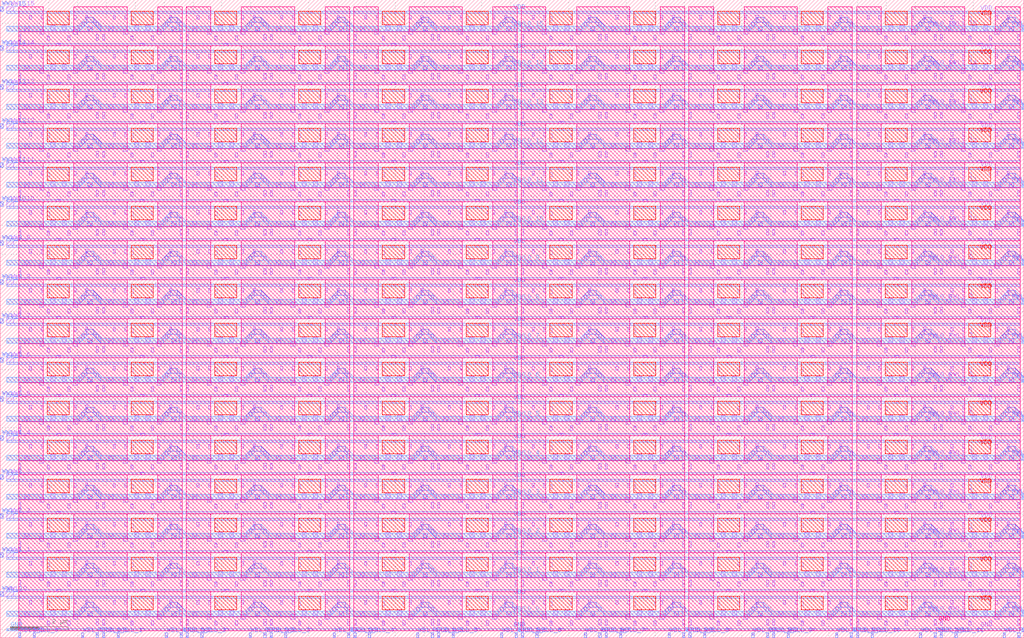
<source format=lef>
VERSION 5.7 ;
  NOWIREEXTENSIONATPIN ON ;
  DIVIDERCHAR "/" ;
  BUSBITCHARS "[]" ;
MACRO 10T_16x12_2r1w_magic_flattened
  CLASS BLOCK ;
  FOREIGN 10T_16x12_2r1w_magic_flattened ;
  ORIGIN 0.675 0.275 ;
  SIZE 35.435 BY 22.085 ;
  PIN VDD
    DIRECTION INOUT ;
    USE POWER ;
    SHAPE ABUTMENT ;
    PORT
      LAYER nwell ;
        RECT 0.955 0.685 1.720 1.165 ;
        RECT 3.855 0.685 4.620 1.165 ;
        RECT 6.755 0.685 7.520 1.165 ;
        RECT 9.655 0.685 10.420 1.165 ;
        RECT 12.555 0.685 13.320 1.165 ;
        RECT 15.455 0.685 16.220 1.165 ;
        RECT 18.355 0.685 19.120 1.165 ;
        RECT 21.255 0.685 22.020 1.165 ;
        RECT 24.155 0.685 24.920 1.165 ;
        RECT 27.055 0.685 27.820 1.165 ;
        RECT 29.955 0.685 30.720 1.165 ;
        RECT 32.855 0.685 33.620 1.165 ;
      LAYER li1 ;
        RECT 1.265 1.095 1.425 1.165 ;
        RECT 4.165 1.095 4.325 1.165 ;
        RECT 7.065 1.095 7.225 1.165 ;
        RECT 9.965 1.095 10.125 1.165 ;
        RECT 12.865 1.095 13.025 1.165 ;
        RECT 15.765 1.095 15.925 1.165 ;
        RECT 18.665 1.095 18.825 1.165 ;
        RECT 21.565 1.095 21.725 1.165 ;
        RECT 24.465 1.095 24.625 1.165 ;
        RECT 27.365 1.095 27.525 1.165 ;
        RECT 30.265 1.095 30.425 1.165 ;
        RECT 33.165 1.095 33.325 1.165 ;
        RECT 1.275 1.085 1.415 1.095 ;
        RECT 4.175 1.085 4.315 1.095 ;
        RECT 7.075 1.085 7.215 1.095 ;
        RECT 9.975 1.085 10.115 1.095 ;
        RECT 12.875 1.085 13.015 1.095 ;
        RECT 15.775 1.085 15.915 1.095 ;
        RECT 18.675 1.085 18.815 1.095 ;
        RECT 21.575 1.085 21.715 1.095 ;
        RECT 24.475 1.085 24.615 1.095 ;
        RECT 27.375 1.085 27.515 1.095 ;
        RECT 30.275 1.085 30.415 1.095 ;
        RECT 33.175 1.085 33.315 1.095 ;
      LAYER met1 ;
        RECT -0.455 1.095 34.625 1.165 ;
    END
    PORT
      LAYER nwell ;
        RECT 0.955 2.035 1.720 2.515 ;
        RECT 3.855 2.035 4.620 2.515 ;
        RECT 6.755 2.035 7.520 2.515 ;
        RECT 9.655 2.035 10.420 2.515 ;
        RECT 12.555 2.035 13.320 2.515 ;
        RECT 15.455 2.035 16.220 2.515 ;
        RECT 18.355 2.035 19.120 2.515 ;
        RECT 21.255 2.035 22.020 2.515 ;
        RECT 24.155 2.035 24.920 2.515 ;
        RECT 27.055 2.035 27.820 2.515 ;
        RECT 29.955 2.035 30.720 2.515 ;
        RECT 32.855 2.035 33.620 2.515 ;
      LAYER li1 ;
        RECT 1.265 2.445 1.425 2.515 ;
        RECT 4.165 2.445 4.325 2.515 ;
        RECT 7.065 2.445 7.225 2.515 ;
        RECT 9.965 2.445 10.125 2.515 ;
        RECT 12.865 2.445 13.025 2.515 ;
        RECT 15.765 2.445 15.925 2.515 ;
        RECT 18.665 2.445 18.825 2.515 ;
        RECT 21.565 2.445 21.725 2.515 ;
        RECT 24.465 2.445 24.625 2.515 ;
        RECT 27.365 2.445 27.525 2.515 ;
        RECT 30.265 2.445 30.425 2.515 ;
        RECT 33.165 2.445 33.325 2.515 ;
        RECT 1.275 2.435 1.415 2.445 ;
        RECT 4.175 2.435 4.315 2.445 ;
        RECT 7.075 2.435 7.215 2.445 ;
        RECT 9.975 2.435 10.115 2.445 ;
        RECT 12.875 2.435 13.015 2.445 ;
        RECT 15.775 2.435 15.915 2.445 ;
        RECT 18.675 2.435 18.815 2.445 ;
        RECT 21.575 2.435 21.715 2.445 ;
        RECT 24.475 2.435 24.615 2.445 ;
        RECT 27.375 2.435 27.515 2.445 ;
        RECT 30.275 2.435 30.415 2.445 ;
        RECT 33.175 2.435 33.315 2.445 ;
      LAYER met1 ;
        RECT -0.455 2.445 34.625 2.515 ;
    END
    PORT
      LAYER nwell ;
        RECT 0.955 3.385 1.720 3.865 ;
        RECT 3.855 3.385 4.620 3.865 ;
        RECT 6.755 3.385 7.520 3.865 ;
        RECT 9.655 3.385 10.420 3.865 ;
        RECT 12.555 3.385 13.320 3.865 ;
        RECT 15.455 3.385 16.220 3.865 ;
        RECT 18.355 3.385 19.120 3.865 ;
        RECT 21.255 3.385 22.020 3.865 ;
        RECT 24.155 3.385 24.920 3.865 ;
        RECT 27.055 3.385 27.820 3.865 ;
        RECT 29.955 3.385 30.720 3.865 ;
        RECT 32.855 3.385 33.620 3.865 ;
      LAYER li1 ;
        RECT 1.265 3.795 1.425 3.865 ;
        RECT 4.165 3.795 4.325 3.865 ;
        RECT 7.065 3.795 7.225 3.865 ;
        RECT 9.965 3.795 10.125 3.865 ;
        RECT 12.865 3.795 13.025 3.865 ;
        RECT 15.765 3.795 15.925 3.865 ;
        RECT 18.665 3.795 18.825 3.865 ;
        RECT 21.565 3.795 21.725 3.865 ;
        RECT 24.465 3.795 24.625 3.865 ;
        RECT 27.365 3.795 27.525 3.865 ;
        RECT 30.265 3.795 30.425 3.865 ;
        RECT 33.165 3.795 33.325 3.865 ;
        RECT 1.275 3.785 1.415 3.795 ;
        RECT 4.175 3.785 4.315 3.795 ;
        RECT 7.075 3.785 7.215 3.795 ;
        RECT 9.975 3.785 10.115 3.795 ;
        RECT 12.875 3.785 13.015 3.795 ;
        RECT 15.775 3.785 15.915 3.795 ;
        RECT 18.675 3.785 18.815 3.795 ;
        RECT 21.575 3.785 21.715 3.795 ;
        RECT 24.475 3.785 24.615 3.795 ;
        RECT 27.375 3.785 27.515 3.795 ;
        RECT 30.275 3.785 30.415 3.795 ;
        RECT 33.175 3.785 33.315 3.795 ;
      LAYER met1 ;
        RECT -0.455 3.795 34.625 3.865 ;
    END
    PORT
      LAYER nwell ;
        RECT 0.955 4.735 1.720 5.215 ;
        RECT 3.855 4.735 4.620 5.215 ;
        RECT 6.755 4.735 7.520 5.215 ;
        RECT 9.655 4.735 10.420 5.215 ;
        RECT 12.555 4.735 13.320 5.215 ;
        RECT 15.455 4.735 16.220 5.215 ;
        RECT 18.355 4.735 19.120 5.215 ;
        RECT 21.255 4.735 22.020 5.215 ;
        RECT 24.155 4.735 24.920 5.215 ;
        RECT 27.055 4.735 27.820 5.215 ;
        RECT 29.955 4.735 30.720 5.215 ;
        RECT 32.855 4.735 33.620 5.215 ;
      LAYER li1 ;
        RECT 1.265 5.145 1.425 5.215 ;
        RECT 4.165 5.145 4.325 5.215 ;
        RECT 7.065 5.145 7.225 5.215 ;
        RECT 9.965 5.145 10.125 5.215 ;
        RECT 12.865 5.145 13.025 5.215 ;
        RECT 15.765 5.145 15.925 5.215 ;
        RECT 18.665 5.145 18.825 5.215 ;
        RECT 21.565 5.145 21.725 5.215 ;
        RECT 24.465 5.145 24.625 5.215 ;
        RECT 27.365 5.145 27.525 5.215 ;
        RECT 30.265 5.145 30.425 5.215 ;
        RECT 33.165 5.145 33.325 5.215 ;
        RECT 1.275 5.135 1.415 5.145 ;
        RECT 4.175 5.135 4.315 5.145 ;
        RECT 7.075 5.135 7.215 5.145 ;
        RECT 9.975 5.135 10.115 5.145 ;
        RECT 12.875 5.135 13.015 5.145 ;
        RECT 15.775 5.135 15.915 5.145 ;
        RECT 18.675 5.135 18.815 5.145 ;
        RECT 21.575 5.135 21.715 5.145 ;
        RECT 24.475 5.135 24.615 5.145 ;
        RECT 27.375 5.135 27.515 5.145 ;
        RECT 30.275 5.135 30.415 5.145 ;
        RECT 33.175 5.135 33.315 5.145 ;
      LAYER met1 ;
        RECT -0.455 5.145 34.625 5.215 ;
    END
    PORT
      LAYER nwell ;
        RECT 0.955 6.085 1.720 6.565 ;
        RECT 3.855 6.085 4.620 6.565 ;
        RECT 6.755 6.085 7.520 6.565 ;
        RECT 9.655 6.085 10.420 6.565 ;
        RECT 12.555 6.085 13.320 6.565 ;
        RECT 15.455 6.085 16.220 6.565 ;
        RECT 18.355 6.085 19.120 6.565 ;
        RECT 21.255 6.085 22.020 6.565 ;
        RECT 24.155 6.085 24.920 6.565 ;
        RECT 27.055 6.085 27.820 6.565 ;
        RECT 29.955 6.085 30.720 6.565 ;
        RECT 32.855 6.085 33.620 6.565 ;
      LAYER li1 ;
        RECT 1.265 6.495 1.425 6.565 ;
        RECT 4.165 6.495 4.325 6.565 ;
        RECT 7.065 6.495 7.225 6.565 ;
        RECT 9.965 6.495 10.125 6.565 ;
        RECT 12.865 6.495 13.025 6.565 ;
        RECT 15.765 6.495 15.925 6.565 ;
        RECT 18.665 6.495 18.825 6.565 ;
        RECT 21.565 6.495 21.725 6.565 ;
        RECT 24.465 6.495 24.625 6.565 ;
        RECT 27.365 6.495 27.525 6.565 ;
        RECT 30.265 6.495 30.425 6.565 ;
        RECT 33.165 6.495 33.325 6.565 ;
        RECT 1.275 6.485 1.415 6.495 ;
        RECT 4.175 6.485 4.315 6.495 ;
        RECT 7.075 6.485 7.215 6.495 ;
        RECT 9.975 6.485 10.115 6.495 ;
        RECT 12.875 6.485 13.015 6.495 ;
        RECT 15.775 6.485 15.915 6.495 ;
        RECT 18.675 6.485 18.815 6.495 ;
        RECT 21.575 6.485 21.715 6.495 ;
        RECT 24.475 6.485 24.615 6.495 ;
        RECT 27.375 6.485 27.515 6.495 ;
        RECT 30.275 6.485 30.415 6.495 ;
        RECT 33.175 6.485 33.315 6.495 ;
      LAYER met1 ;
        RECT -0.455 6.495 34.625 6.565 ;
    END
    PORT
      LAYER nwell ;
        RECT 0.955 7.435 1.720 7.915 ;
        RECT 3.855 7.435 4.620 7.915 ;
        RECT 6.755 7.435 7.520 7.915 ;
        RECT 9.655 7.435 10.420 7.915 ;
        RECT 12.555 7.435 13.320 7.915 ;
        RECT 15.455 7.435 16.220 7.915 ;
        RECT 18.355 7.435 19.120 7.915 ;
        RECT 21.255 7.435 22.020 7.915 ;
        RECT 24.155 7.435 24.920 7.915 ;
        RECT 27.055 7.435 27.820 7.915 ;
        RECT 29.955 7.435 30.720 7.915 ;
        RECT 32.855 7.435 33.620 7.915 ;
      LAYER li1 ;
        RECT 1.265 7.845 1.425 7.915 ;
        RECT 4.165 7.845 4.325 7.915 ;
        RECT 7.065 7.845 7.225 7.915 ;
        RECT 9.965 7.845 10.125 7.915 ;
        RECT 12.865 7.845 13.025 7.915 ;
        RECT 15.765 7.845 15.925 7.915 ;
        RECT 18.665 7.845 18.825 7.915 ;
        RECT 21.565 7.845 21.725 7.915 ;
        RECT 24.465 7.845 24.625 7.915 ;
        RECT 27.365 7.845 27.525 7.915 ;
        RECT 30.265 7.845 30.425 7.915 ;
        RECT 33.165 7.845 33.325 7.915 ;
        RECT 1.275 7.835 1.415 7.845 ;
        RECT 4.175 7.835 4.315 7.845 ;
        RECT 7.075 7.835 7.215 7.845 ;
        RECT 9.975 7.835 10.115 7.845 ;
        RECT 12.875 7.835 13.015 7.845 ;
        RECT 15.775 7.835 15.915 7.845 ;
        RECT 18.675 7.835 18.815 7.845 ;
        RECT 21.575 7.835 21.715 7.845 ;
        RECT 24.475 7.835 24.615 7.845 ;
        RECT 27.375 7.835 27.515 7.845 ;
        RECT 30.275 7.835 30.415 7.845 ;
        RECT 33.175 7.835 33.315 7.845 ;
      LAYER met1 ;
        RECT -0.455 7.845 34.625 7.915 ;
    END
    PORT
      LAYER nwell ;
        RECT 0.955 8.785 1.720 9.265 ;
        RECT 3.855 8.785 4.620 9.265 ;
        RECT 6.755 8.785 7.520 9.265 ;
        RECT 9.655 8.785 10.420 9.265 ;
        RECT 12.555 8.785 13.320 9.265 ;
        RECT 15.455 8.785 16.220 9.265 ;
        RECT 18.355 8.785 19.120 9.265 ;
        RECT 21.255 8.785 22.020 9.265 ;
        RECT 24.155 8.785 24.920 9.265 ;
        RECT 27.055 8.785 27.820 9.265 ;
        RECT 29.955 8.785 30.720 9.265 ;
        RECT 32.855 8.785 33.620 9.265 ;
      LAYER li1 ;
        RECT 1.265 9.195 1.425 9.265 ;
        RECT 4.165 9.195 4.325 9.265 ;
        RECT 7.065 9.195 7.225 9.265 ;
        RECT 9.965 9.195 10.125 9.265 ;
        RECT 12.865 9.195 13.025 9.265 ;
        RECT 15.765 9.195 15.925 9.265 ;
        RECT 18.665 9.195 18.825 9.265 ;
        RECT 21.565 9.195 21.725 9.265 ;
        RECT 24.465 9.195 24.625 9.265 ;
        RECT 27.365 9.195 27.525 9.265 ;
        RECT 30.265 9.195 30.425 9.265 ;
        RECT 33.165 9.195 33.325 9.265 ;
        RECT 1.275 9.185 1.415 9.195 ;
        RECT 4.175 9.185 4.315 9.195 ;
        RECT 7.075 9.185 7.215 9.195 ;
        RECT 9.975 9.185 10.115 9.195 ;
        RECT 12.875 9.185 13.015 9.195 ;
        RECT 15.775 9.185 15.915 9.195 ;
        RECT 18.675 9.185 18.815 9.195 ;
        RECT 21.575 9.185 21.715 9.195 ;
        RECT 24.475 9.185 24.615 9.195 ;
        RECT 27.375 9.185 27.515 9.195 ;
        RECT 30.275 9.185 30.415 9.195 ;
        RECT 33.175 9.185 33.315 9.195 ;
      LAYER met1 ;
        RECT -0.455 9.195 34.625 9.265 ;
    END
    PORT
      LAYER nwell ;
        RECT 0.955 10.135 1.720 10.615 ;
        RECT 3.855 10.135 4.620 10.615 ;
        RECT 6.755 10.135 7.520 10.615 ;
        RECT 9.655 10.135 10.420 10.615 ;
        RECT 12.555 10.135 13.320 10.615 ;
        RECT 15.455 10.135 16.220 10.615 ;
        RECT 18.355 10.135 19.120 10.615 ;
        RECT 21.255 10.135 22.020 10.615 ;
        RECT 24.155 10.135 24.920 10.615 ;
        RECT 27.055 10.135 27.820 10.615 ;
        RECT 29.955 10.135 30.720 10.615 ;
        RECT 32.855 10.135 33.620 10.615 ;
      LAYER li1 ;
        RECT 1.265 10.545 1.425 10.615 ;
        RECT 4.165 10.545 4.325 10.615 ;
        RECT 7.065 10.545 7.225 10.615 ;
        RECT 9.965 10.545 10.125 10.615 ;
        RECT 12.865 10.545 13.025 10.615 ;
        RECT 15.765 10.545 15.925 10.615 ;
        RECT 18.665 10.545 18.825 10.615 ;
        RECT 21.565 10.545 21.725 10.615 ;
        RECT 24.465 10.545 24.625 10.615 ;
        RECT 27.365 10.545 27.525 10.615 ;
        RECT 30.265 10.545 30.425 10.615 ;
        RECT 33.165 10.545 33.325 10.615 ;
        RECT 1.275 10.535 1.415 10.545 ;
        RECT 4.175 10.535 4.315 10.545 ;
        RECT 7.075 10.535 7.215 10.545 ;
        RECT 9.975 10.535 10.115 10.545 ;
        RECT 12.875 10.535 13.015 10.545 ;
        RECT 15.775 10.535 15.915 10.545 ;
        RECT 18.675 10.535 18.815 10.545 ;
        RECT 21.575 10.535 21.715 10.545 ;
        RECT 24.475 10.535 24.615 10.545 ;
        RECT 27.375 10.535 27.515 10.545 ;
        RECT 30.275 10.535 30.415 10.545 ;
        RECT 33.175 10.535 33.315 10.545 ;
      LAYER met1 ;
        RECT -0.455 10.545 34.625 10.615 ;
    END
    PORT
      LAYER nwell ;
        RECT 0.955 11.485 1.720 11.965 ;
        RECT 3.855 11.485 4.620 11.965 ;
        RECT 6.755 11.485 7.520 11.965 ;
        RECT 9.655 11.485 10.420 11.965 ;
        RECT 12.555 11.485 13.320 11.965 ;
        RECT 15.455 11.485 16.220 11.965 ;
        RECT 18.355 11.485 19.120 11.965 ;
        RECT 21.255 11.485 22.020 11.965 ;
        RECT 24.155 11.485 24.920 11.965 ;
        RECT 27.055 11.485 27.820 11.965 ;
        RECT 29.955 11.485 30.720 11.965 ;
        RECT 32.855 11.485 33.620 11.965 ;
      LAYER li1 ;
        RECT 1.265 11.895 1.425 11.965 ;
        RECT 4.165 11.895 4.325 11.965 ;
        RECT 7.065 11.895 7.225 11.965 ;
        RECT 9.965 11.895 10.125 11.965 ;
        RECT 12.865 11.895 13.025 11.965 ;
        RECT 15.765 11.895 15.925 11.965 ;
        RECT 18.665 11.895 18.825 11.965 ;
        RECT 21.565 11.895 21.725 11.965 ;
        RECT 24.465 11.895 24.625 11.965 ;
        RECT 27.365 11.895 27.525 11.965 ;
        RECT 30.265 11.895 30.425 11.965 ;
        RECT 33.165 11.895 33.325 11.965 ;
        RECT 1.275 11.885 1.415 11.895 ;
        RECT 4.175 11.885 4.315 11.895 ;
        RECT 7.075 11.885 7.215 11.895 ;
        RECT 9.975 11.885 10.115 11.895 ;
        RECT 12.875 11.885 13.015 11.895 ;
        RECT 15.775 11.885 15.915 11.895 ;
        RECT 18.675 11.885 18.815 11.895 ;
        RECT 21.575 11.885 21.715 11.895 ;
        RECT 24.475 11.885 24.615 11.895 ;
        RECT 27.375 11.885 27.515 11.895 ;
        RECT 30.275 11.885 30.415 11.895 ;
        RECT 33.175 11.885 33.315 11.895 ;
      LAYER met1 ;
        RECT -0.455 11.895 34.625 11.965 ;
    END
    PORT
      LAYER nwell ;
        RECT 0.955 12.835 1.720 13.315 ;
        RECT 3.855 12.835 4.620 13.315 ;
        RECT 6.755 12.835 7.520 13.315 ;
        RECT 9.655 12.835 10.420 13.315 ;
        RECT 12.555 12.835 13.320 13.315 ;
        RECT 15.455 12.835 16.220 13.315 ;
        RECT 18.355 12.835 19.120 13.315 ;
        RECT 21.255 12.835 22.020 13.315 ;
        RECT 24.155 12.835 24.920 13.315 ;
        RECT 27.055 12.835 27.820 13.315 ;
        RECT 29.955 12.835 30.720 13.315 ;
        RECT 32.855 12.835 33.620 13.315 ;
      LAYER li1 ;
        RECT 1.265 13.245 1.425 13.315 ;
        RECT 4.165 13.245 4.325 13.315 ;
        RECT 7.065 13.245 7.225 13.315 ;
        RECT 9.965 13.245 10.125 13.315 ;
        RECT 12.865 13.245 13.025 13.315 ;
        RECT 15.765 13.245 15.925 13.315 ;
        RECT 18.665 13.245 18.825 13.315 ;
        RECT 21.565 13.245 21.725 13.315 ;
        RECT 24.465 13.245 24.625 13.315 ;
        RECT 27.365 13.245 27.525 13.315 ;
        RECT 30.265 13.245 30.425 13.315 ;
        RECT 33.165 13.245 33.325 13.315 ;
        RECT 1.275 13.235 1.415 13.245 ;
        RECT 4.175 13.235 4.315 13.245 ;
        RECT 7.075 13.235 7.215 13.245 ;
        RECT 9.975 13.235 10.115 13.245 ;
        RECT 12.875 13.235 13.015 13.245 ;
        RECT 15.775 13.235 15.915 13.245 ;
        RECT 18.675 13.235 18.815 13.245 ;
        RECT 21.575 13.235 21.715 13.245 ;
        RECT 24.475 13.235 24.615 13.245 ;
        RECT 27.375 13.235 27.515 13.245 ;
        RECT 30.275 13.235 30.415 13.245 ;
        RECT 33.175 13.235 33.315 13.245 ;
      LAYER met1 ;
        RECT -0.455 13.245 34.625 13.315 ;
    END
    PORT
      LAYER nwell ;
        RECT 0.955 14.185 1.720 14.665 ;
        RECT 3.855 14.185 4.620 14.665 ;
        RECT 6.755 14.185 7.520 14.665 ;
        RECT 9.655 14.185 10.420 14.665 ;
        RECT 12.555 14.185 13.320 14.665 ;
        RECT 15.455 14.185 16.220 14.665 ;
        RECT 18.355 14.185 19.120 14.665 ;
        RECT 21.255 14.185 22.020 14.665 ;
        RECT 24.155 14.185 24.920 14.665 ;
        RECT 27.055 14.185 27.820 14.665 ;
        RECT 29.955 14.185 30.720 14.665 ;
        RECT 32.855 14.185 33.620 14.665 ;
      LAYER li1 ;
        RECT 1.265 14.595 1.425 14.665 ;
        RECT 4.165 14.595 4.325 14.665 ;
        RECT 7.065 14.595 7.225 14.665 ;
        RECT 9.965 14.595 10.125 14.665 ;
        RECT 12.865 14.595 13.025 14.665 ;
        RECT 15.765 14.595 15.925 14.665 ;
        RECT 18.665 14.595 18.825 14.665 ;
        RECT 21.565 14.595 21.725 14.665 ;
        RECT 24.465 14.595 24.625 14.665 ;
        RECT 27.365 14.595 27.525 14.665 ;
        RECT 30.265 14.595 30.425 14.665 ;
        RECT 33.165 14.595 33.325 14.665 ;
        RECT 1.275 14.585 1.415 14.595 ;
        RECT 4.175 14.585 4.315 14.595 ;
        RECT 7.075 14.585 7.215 14.595 ;
        RECT 9.975 14.585 10.115 14.595 ;
        RECT 12.875 14.585 13.015 14.595 ;
        RECT 15.775 14.585 15.915 14.595 ;
        RECT 18.675 14.585 18.815 14.595 ;
        RECT 21.575 14.585 21.715 14.595 ;
        RECT 24.475 14.585 24.615 14.595 ;
        RECT 27.375 14.585 27.515 14.595 ;
        RECT 30.275 14.585 30.415 14.595 ;
        RECT 33.175 14.585 33.315 14.595 ;
      LAYER met1 ;
        RECT -0.455 14.595 34.625 14.665 ;
    END
    PORT
      LAYER nwell ;
        RECT 0.955 15.535 1.720 16.015 ;
        RECT 3.855 15.535 4.620 16.015 ;
        RECT 6.755 15.535 7.520 16.015 ;
        RECT 9.655 15.535 10.420 16.015 ;
        RECT 12.555 15.535 13.320 16.015 ;
        RECT 15.455 15.535 16.220 16.015 ;
        RECT 18.355 15.535 19.120 16.015 ;
        RECT 21.255 15.535 22.020 16.015 ;
        RECT 24.155 15.535 24.920 16.015 ;
        RECT 27.055 15.535 27.820 16.015 ;
        RECT 29.955 15.535 30.720 16.015 ;
        RECT 32.855 15.535 33.620 16.015 ;
      LAYER li1 ;
        RECT 1.265 15.945 1.425 16.015 ;
        RECT 4.165 15.945 4.325 16.015 ;
        RECT 7.065 15.945 7.225 16.015 ;
        RECT 9.965 15.945 10.125 16.015 ;
        RECT 12.865 15.945 13.025 16.015 ;
        RECT 15.765 15.945 15.925 16.015 ;
        RECT 18.665 15.945 18.825 16.015 ;
        RECT 21.565 15.945 21.725 16.015 ;
        RECT 24.465 15.945 24.625 16.015 ;
        RECT 27.365 15.945 27.525 16.015 ;
        RECT 30.265 15.945 30.425 16.015 ;
        RECT 33.165 15.945 33.325 16.015 ;
        RECT 1.275 15.935 1.415 15.945 ;
        RECT 4.175 15.935 4.315 15.945 ;
        RECT 7.075 15.935 7.215 15.945 ;
        RECT 9.975 15.935 10.115 15.945 ;
        RECT 12.875 15.935 13.015 15.945 ;
        RECT 15.775 15.935 15.915 15.945 ;
        RECT 18.675 15.935 18.815 15.945 ;
        RECT 21.575 15.935 21.715 15.945 ;
        RECT 24.475 15.935 24.615 15.945 ;
        RECT 27.375 15.935 27.515 15.945 ;
        RECT 30.275 15.935 30.415 15.945 ;
        RECT 33.175 15.935 33.315 15.945 ;
      LAYER met1 ;
        RECT -0.455 15.945 34.625 16.015 ;
    END
    PORT
      LAYER nwell ;
        RECT 0.955 16.885 1.720 17.365 ;
        RECT 3.855 16.885 4.620 17.365 ;
        RECT 6.755 16.885 7.520 17.365 ;
        RECT 9.655 16.885 10.420 17.365 ;
        RECT 12.555 16.885 13.320 17.365 ;
        RECT 15.455 16.885 16.220 17.365 ;
        RECT 18.355 16.885 19.120 17.365 ;
        RECT 21.255 16.885 22.020 17.365 ;
        RECT 24.155 16.885 24.920 17.365 ;
        RECT 27.055 16.885 27.820 17.365 ;
        RECT 29.955 16.885 30.720 17.365 ;
        RECT 32.855 16.885 33.620 17.365 ;
      LAYER li1 ;
        RECT 1.265 17.295 1.425 17.365 ;
        RECT 4.165 17.295 4.325 17.365 ;
        RECT 7.065 17.295 7.225 17.365 ;
        RECT 9.965 17.295 10.125 17.365 ;
        RECT 12.865 17.295 13.025 17.365 ;
        RECT 15.765 17.295 15.925 17.365 ;
        RECT 18.665 17.295 18.825 17.365 ;
        RECT 21.565 17.295 21.725 17.365 ;
        RECT 24.465 17.295 24.625 17.365 ;
        RECT 27.365 17.295 27.525 17.365 ;
        RECT 30.265 17.295 30.425 17.365 ;
        RECT 33.165 17.295 33.325 17.365 ;
        RECT 1.275 17.285 1.415 17.295 ;
        RECT 4.175 17.285 4.315 17.295 ;
        RECT 7.075 17.285 7.215 17.295 ;
        RECT 9.975 17.285 10.115 17.295 ;
        RECT 12.875 17.285 13.015 17.295 ;
        RECT 15.775 17.285 15.915 17.295 ;
        RECT 18.675 17.285 18.815 17.295 ;
        RECT 21.575 17.285 21.715 17.295 ;
        RECT 24.475 17.285 24.615 17.295 ;
        RECT 27.375 17.285 27.515 17.295 ;
        RECT 30.275 17.285 30.415 17.295 ;
        RECT 33.175 17.285 33.315 17.295 ;
      LAYER met1 ;
        RECT -0.455 17.295 34.625 17.365 ;
    END
    PORT
      LAYER nwell ;
        RECT 0.955 18.235 1.720 18.715 ;
        RECT 3.855 18.235 4.620 18.715 ;
        RECT 6.755 18.235 7.520 18.715 ;
        RECT 9.655 18.235 10.420 18.715 ;
        RECT 12.555 18.235 13.320 18.715 ;
        RECT 15.455 18.235 16.220 18.715 ;
        RECT 18.355 18.235 19.120 18.715 ;
        RECT 21.255 18.235 22.020 18.715 ;
        RECT 24.155 18.235 24.920 18.715 ;
        RECT 27.055 18.235 27.820 18.715 ;
        RECT 29.955 18.235 30.720 18.715 ;
        RECT 32.855 18.235 33.620 18.715 ;
      LAYER li1 ;
        RECT 1.265 18.645 1.425 18.715 ;
        RECT 4.165 18.645 4.325 18.715 ;
        RECT 7.065 18.645 7.225 18.715 ;
        RECT 9.965 18.645 10.125 18.715 ;
        RECT 12.865 18.645 13.025 18.715 ;
        RECT 15.765 18.645 15.925 18.715 ;
        RECT 18.665 18.645 18.825 18.715 ;
        RECT 21.565 18.645 21.725 18.715 ;
        RECT 24.465 18.645 24.625 18.715 ;
        RECT 27.365 18.645 27.525 18.715 ;
        RECT 30.265 18.645 30.425 18.715 ;
        RECT 33.165 18.645 33.325 18.715 ;
        RECT 1.275 18.635 1.415 18.645 ;
        RECT 4.175 18.635 4.315 18.645 ;
        RECT 7.075 18.635 7.215 18.645 ;
        RECT 9.975 18.635 10.115 18.645 ;
        RECT 12.875 18.635 13.015 18.645 ;
        RECT 15.775 18.635 15.915 18.645 ;
        RECT 18.675 18.635 18.815 18.645 ;
        RECT 21.575 18.635 21.715 18.645 ;
        RECT 24.475 18.635 24.615 18.645 ;
        RECT 27.375 18.635 27.515 18.645 ;
        RECT 30.275 18.635 30.415 18.645 ;
        RECT 33.175 18.635 33.315 18.645 ;
      LAYER met1 ;
        RECT -0.455 18.645 34.625 18.715 ;
    END
    PORT
      LAYER nwell ;
        RECT 0.955 19.585 1.720 20.065 ;
        RECT 3.855 19.585 4.620 20.065 ;
        RECT 6.755 19.585 7.520 20.065 ;
        RECT 9.655 19.585 10.420 20.065 ;
        RECT 12.555 19.585 13.320 20.065 ;
        RECT 15.455 19.585 16.220 20.065 ;
        RECT 18.355 19.585 19.120 20.065 ;
        RECT 21.255 19.585 22.020 20.065 ;
        RECT 24.155 19.585 24.920 20.065 ;
        RECT 27.055 19.585 27.820 20.065 ;
        RECT 29.955 19.585 30.720 20.065 ;
        RECT 32.855 19.585 33.620 20.065 ;
      LAYER li1 ;
        RECT 1.265 19.995 1.425 20.065 ;
        RECT 4.165 19.995 4.325 20.065 ;
        RECT 7.065 19.995 7.225 20.065 ;
        RECT 9.965 19.995 10.125 20.065 ;
        RECT 12.865 19.995 13.025 20.065 ;
        RECT 15.765 19.995 15.925 20.065 ;
        RECT 18.665 19.995 18.825 20.065 ;
        RECT 21.565 19.995 21.725 20.065 ;
        RECT 24.465 19.995 24.625 20.065 ;
        RECT 27.365 19.995 27.525 20.065 ;
        RECT 30.265 19.995 30.425 20.065 ;
        RECT 33.165 19.995 33.325 20.065 ;
        RECT 1.275 19.985 1.415 19.995 ;
        RECT 4.175 19.985 4.315 19.995 ;
        RECT 7.075 19.985 7.215 19.995 ;
        RECT 9.975 19.985 10.115 19.995 ;
        RECT 12.875 19.985 13.015 19.995 ;
        RECT 15.775 19.985 15.915 19.995 ;
        RECT 18.675 19.985 18.815 19.995 ;
        RECT 21.575 19.985 21.715 19.995 ;
        RECT 24.475 19.985 24.615 19.995 ;
        RECT 27.375 19.985 27.515 19.995 ;
        RECT 30.275 19.985 30.415 19.995 ;
        RECT 33.175 19.985 33.315 19.995 ;
      LAYER met1 ;
        RECT -0.455 19.995 34.625 20.065 ;
    END
    PORT
      LAYER nwell ;
        RECT 0.955 20.935 1.720 21.415 ;
        RECT 3.855 20.935 4.620 21.415 ;
        RECT 6.755 20.935 7.520 21.415 ;
        RECT 9.655 20.935 10.420 21.415 ;
        RECT 12.555 20.935 13.320 21.415 ;
        RECT 15.455 20.935 16.220 21.415 ;
        RECT 18.355 20.935 19.120 21.415 ;
        RECT 21.255 20.935 22.020 21.415 ;
        RECT 24.155 20.935 24.920 21.415 ;
        RECT 27.055 20.935 27.820 21.415 ;
        RECT 29.955 20.935 30.720 21.415 ;
        RECT 32.855 20.935 33.620 21.415 ;
      LAYER li1 ;
        RECT 1.265 21.345 1.425 21.415 ;
        RECT 4.165 21.345 4.325 21.415 ;
        RECT 7.065 21.345 7.225 21.415 ;
        RECT 9.965 21.345 10.125 21.415 ;
        RECT 12.865 21.345 13.025 21.415 ;
        RECT 15.765 21.345 15.925 21.415 ;
        RECT 18.665 21.345 18.825 21.415 ;
        RECT 21.565 21.345 21.725 21.415 ;
        RECT 24.465 21.345 24.625 21.415 ;
        RECT 27.365 21.345 27.525 21.415 ;
        RECT 30.265 21.345 30.425 21.415 ;
        RECT 33.165 21.345 33.325 21.415 ;
        RECT 1.275 21.335 1.415 21.345 ;
        RECT 4.175 21.335 4.315 21.345 ;
        RECT 7.075 21.335 7.215 21.345 ;
        RECT 9.975 21.335 10.115 21.345 ;
        RECT 12.875 21.335 13.015 21.345 ;
        RECT 15.775 21.335 15.915 21.345 ;
        RECT 18.675 21.335 18.815 21.345 ;
        RECT 21.575 21.335 21.715 21.345 ;
        RECT 24.475 21.335 24.615 21.345 ;
        RECT 27.375 21.335 27.515 21.345 ;
        RECT 30.275 21.335 30.415 21.345 ;
        RECT 33.175 21.335 33.315 21.345 ;
      LAYER met1 ;
        RECT -0.455 21.345 34.625 21.415 ;
    END
  END VDD
  PIN GND
    DIRECTION INOUT ;
    USE GROUND ;
    SHAPE ABUTMENT ;
    PORT
      LAYER pwell ;
        RECT -0.035 20.705 0.815 21.565 ;
        RECT 1.875 20.705 3.715 21.565 ;
        RECT 4.775 20.705 5.625 21.565 ;
        RECT -0.035 20.215 5.625 20.705 ;
        RECT -0.035 19.355 0.815 20.215 ;
        RECT 1.875 19.355 3.715 20.215 ;
        RECT 4.775 19.355 5.625 20.215 ;
        RECT -0.035 18.865 5.625 19.355 ;
        RECT -0.035 18.005 0.815 18.865 ;
        RECT 1.875 18.005 3.715 18.865 ;
        RECT 4.775 18.005 5.625 18.865 ;
        RECT -0.035 17.515 5.625 18.005 ;
        RECT -0.035 16.655 0.815 17.515 ;
        RECT 1.875 16.655 3.715 17.515 ;
        RECT 4.775 16.655 5.625 17.515 ;
        RECT -0.035 16.165 5.625 16.655 ;
        RECT -0.035 15.305 0.815 16.165 ;
        RECT 1.875 15.305 3.715 16.165 ;
        RECT 4.775 15.305 5.625 16.165 ;
        RECT -0.035 14.815 5.625 15.305 ;
        RECT -0.035 13.955 0.815 14.815 ;
        RECT 1.875 13.955 3.715 14.815 ;
        RECT 4.775 13.955 5.625 14.815 ;
        RECT -0.035 13.465 5.625 13.955 ;
        RECT -0.035 12.605 0.815 13.465 ;
        RECT 1.875 12.605 3.715 13.465 ;
        RECT 4.775 12.605 5.625 13.465 ;
        RECT -0.035 12.115 5.625 12.605 ;
        RECT -0.035 11.255 0.815 12.115 ;
        RECT 1.875 11.255 3.715 12.115 ;
        RECT 4.775 11.255 5.625 12.115 ;
        RECT -0.035 10.765 5.625 11.255 ;
        RECT -0.035 9.905 0.815 10.765 ;
        RECT 1.875 9.905 3.715 10.765 ;
        RECT 4.775 9.905 5.625 10.765 ;
        RECT -0.035 9.415 5.625 9.905 ;
        RECT -0.035 8.555 0.815 9.415 ;
        RECT 1.875 8.555 3.715 9.415 ;
        RECT 4.775 8.555 5.625 9.415 ;
        RECT -0.035 8.065 5.625 8.555 ;
        RECT -0.035 7.205 0.815 8.065 ;
        RECT 1.875 7.205 3.715 8.065 ;
        RECT 4.775 7.205 5.625 8.065 ;
        RECT -0.035 6.715 5.625 7.205 ;
        RECT -0.035 5.855 0.815 6.715 ;
        RECT 1.875 5.855 3.715 6.715 ;
        RECT 4.775 5.855 5.625 6.715 ;
        RECT -0.035 5.365 5.625 5.855 ;
        RECT -0.035 4.505 0.815 5.365 ;
        RECT 1.875 4.505 3.715 5.365 ;
        RECT 4.775 4.505 5.625 5.365 ;
        RECT -0.035 4.015 5.625 4.505 ;
        RECT -0.035 3.155 0.815 4.015 ;
        RECT 1.875 3.155 3.715 4.015 ;
        RECT 4.775 3.155 5.625 4.015 ;
        RECT -0.035 2.665 5.625 3.155 ;
        RECT -0.035 1.805 0.815 2.665 ;
        RECT 1.875 1.805 3.715 2.665 ;
        RECT 4.775 1.805 5.625 2.665 ;
        RECT -0.035 1.315 5.625 1.805 ;
        RECT -0.035 0.455 0.815 1.315 ;
        RECT 1.875 0.455 3.715 1.315 ;
        RECT 4.775 0.455 5.625 1.315 ;
        RECT -0.035 -0.035 5.625 0.455 ;
        RECT 5.765 20.705 6.615 21.565 ;
        RECT 7.675 20.705 9.515 21.565 ;
        RECT 10.575 20.705 11.425 21.565 ;
        RECT 5.765 20.215 11.425 20.705 ;
        RECT 5.765 19.355 6.615 20.215 ;
        RECT 7.675 19.355 9.515 20.215 ;
        RECT 10.575 19.355 11.425 20.215 ;
        RECT 5.765 18.865 11.425 19.355 ;
        RECT 5.765 18.005 6.615 18.865 ;
        RECT 7.675 18.005 9.515 18.865 ;
        RECT 10.575 18.005 11.425 18.865 ;
        RECT 5.765 17.515 11.425 18.005 ;
        RECT 5.765 16.655 6.615 17.515 ;
        RECT 7.675 16.655 9.515 17.515 ;
        RECT 10.575 16.655 11.425 17.515 ;
        RECT 5.765 16.165 11.425 16.655 ;
        RECT 5.765 15.305 6.615 16.165 ;
        RECT 7.675 15.305 9.515 16.165 ;
        RECT 10.575 15.305 11.425 16.165 ;
        RECT 5.765 14.815 11.425 15.305 ;
        RECT 5.765 13.955 6.615 14.815 ;
        RECT 7.675 13.955 9.515 14.815 ;
        RECT 10.575 13.955 11.425 14.815 ;
        RECT 5.765 13.465 11.425 13.955 ;
        RECT 5.765 12.605 6.615 13.465 ;
        RECT 7.675 12.605 9.515 13.465 ;
        RECT 10.575 12.605 11.425 13.465 ;
        RECT 5.765 12.115 11.425 12.605 ;
        RECT 5.765 11.255 6.615 12.115 ;
        RECT 7.675 11.255 9.515 12.115 ;
        RECT 10.575 11.255 11.425 12.115 ;
        RECT 5.765 10.765 11.425 11.255 ;
        RECT 5.765 9.905 6.615 10.765 ;
        RECT 7.675 9.905 9.515 10.765 ;
        RECT 10.575 9.905 11.425 10.765 ;
        RECT 5.765 9.415 11.425 9.905 ;
        RECT 5.765 8.555 6.615 9.415 ;
        RECT 7.675 8.555 9.515 9.415 ;
        RECT 10.575 8.555 11.425 9.415 ;
        RECT 5.765 8.065 11.425 8.555 ;
        RECT 5.765 7.205 6.615 8.065 ;
        RECT 7.675 7.205 9.515 8.065 ;
        RECT 10.575 7.205 11.425 8.065 ;
        RECT 5.765 6.715 11.425 7.205 ;
        RECT 5.765 5.855 6.615 6.715 ;
        RECT 7.675 5.855 9.515 6.715 ;
        RECT 10.575 5.855 11.425 6.715 ;
        RECT 5.765 5.365 11.425 5.855 ;
        RECT 5.765 4.505 6.615 5.365 ;
        RECT 7.675 4.505 9.515 5.365 ;
        RECT 10.575 4.505 11.425 5.365 ;
        RECT 5.765 4.015 11.425 4.505 ;
        RECT 5.765 3.155 6.615 4.015 ;
        RECT 7.675 3.155 9.515 4.015 ;
        RECT 10.575 3.155 11.425 4.015 ;
        RECT 5.765 2.665 11.425 3.155 ;
        RECT 5.765 1.805 6.615 2.665 ;
        RECT 7.675 1.805 9.515 2.665 ;
        RECT 10.575 1.805 11.425 2.665 ;
        RECT 5.765 1.315 11.425 1.805 ;
        RECT 5.765 0.455 6.615 1.315 ;
        RECT 7.675 0.455 9.515 1.315 ;
        RECT 10.575 0.455 11.425 1.315 ;
        RECT 5.765 -0.035 11.425 0.455 ;
        RECT 11.565 20.705 12.415 21.565 ;
        RECT 13.475 20.705 15.315 21.565 ;
        RECT 16.375 20.705 17.225 21.565 ;
        RECT 11.565 20.215 17.225 20.705 ;
        RECT 11.565 19.355 12.415 20.215 ;
        RECT 13.475 19.355 15.315 20.215 ;
        RECT 16.375 19.355 17.225 20.215 ;
        RECT 11.565 18.865 17.225 19.355 ;
        RECT 11.565 18.005 12.415 18.865 ;
        RECT 13.475 18.005 15.315 18.865 ;
        RECT 16.375 18.005 17.225 18.865 ;
        RECT 11.565 17.515 17.225 18.005 ;
        RECT 11.565 16.655 12.415 17.515 ;
        RECT 13.475 16.655 15.315 17.515 ;
        RECT 16.375 16.655 17.225 17.515 ;
        RECT 11.565 16.165 17.225 16.655 ;
        RECT 11.565 15.305 12.415 16.165 ;
        RECT 13.475 15.305 15.315 16.165 ;
        RECT 16.375 15.305 17.225 16.165 ;
        RECT 11.565 14.815 17.225 15.305 ;
        RECT 11.565 13.955 12.415 14.815 ;
        RECT 13.475 13.955 15.315 14.815 ;
        RECT 16.375 13.955 17.225 14.815 ;
        RECT 11.565 13.465 17.225 13.955 ;
        RECT 11.565 12.605 12.415 13.465 ;
        RECT 13.475 12.605 15.315 13.465 ;
        RECT 16.375 12.605 17.225 13.465 ;
        RECT 11.565 12.115 17.225 12.605 ;
        RECT 11.565 11.255 12.415 12.115 ;
        RECT 13.475 11.255 15.315 12.115 ;
        RECT 16.375 11.255 17.225 12.115 ;
        RECT 11.565 10.765 17.225 11.255 ;
        RECT 11.565 9.905 12.415 10.765 ;
        RECT 13.475 9.905 15.315 10.765 ;
        RECT 16.375 9.905 17.225 10.765 ;
        RECT 11.565 9.415 17.225 9.905 ;
        RECT 11.565 8.555 12.415 9.415 ;
        RECT 13.475 8.555 15.315 9.415 ;
        RECT 16.375 8.555 17.225 9.415 ;
        RECT 11.565 8.065 17.225 8.555 ;
        RECT 11.565 7.205 12.415 8.065 ;
        RECT 13.475 7.205 15.315 8.065 ;
        RECT 16.375 7.205 17.225 8.065 ;
        RECT 11.565 6.715 17.225 7.205 ;
        RECT 11.565 5.855 12.415 6.715 ;
        RECT 13.475 5.855 15.315 6.715 ;
        RECT 16.375 5.855 17.225 6.715 ;
        RECT 11.565 5.365 17.225 5.855 ;
        RECT 11.565 4.505 12.415 5.365 ;
        RECT 13.475 4.505 15.315 5.365 ;
        RECT 16.375 4.505 17.225 5.365 ;
        RECT 11.565 4.015 17.225 4.505 ;
        RECT 11.565 3.155 12.415 4.015 ;
        RECT 13.475 3.155 15.315 4.015 ;
        RECT 16.375 3.155 17.225 4.015 ;
        RECT 11.565 2.665 17.225 3.155 ;
        RECT 11.565 1.805 12.415 2.665 ;
        RECT 13.475 1.805 15.315 2.665 ;
        RECT 16.375 1.805 17.225 2.665 ;
        RECT 11.565 1.315 17.225 1.805 ;
        RECT 11.565 0.455 12.415 1.315 ;
        RECT 13.475 0.455 15.315 1.315 ;
        RECT 16.375 0.455 17.225 1.315 ;
        RECT 11.565 -0.035 17.225 0.455 ;
        RECT 17.365 20.705 18.215 21.565 ;
        RECT 19.275 20.705 21.115 21.565 ;
        RECT 22.175 20.705 23.025 21.565 ;
        RECT 17.365 20.215 23.025 20.705 ;
        RECT 17.365 19.355 18.215 20.215 ;
        RECT 19.275 19.355 21.115 20.215 ;
        RECT 22.175 19.355 23.025 20.215 ;
        RECT 17.365 18.865 23.025 19.355 ;
        RECT 17.365 18.005 18.215 18.865 ;
        RECT 19.275 18.005 21.115 18.865 ;
        RECT 22.175 18.005 23.025 18.865 ;
        RECT 17.365 17.515 23.025 18.005 ;
        RECT 17.365 16.655 18.215 17.515 ;
        RECT 19.275 16.655 21.115 17.515 ;
        RECT 22.175 16.655 23.025 17.515 ;
        RECT 17.365 16.165 23.025 16.655 ;
        RECT 17.365 15.305 18.215 16.165 ;
        RECT 19.275 15.305 21.115 16.165 ;
        RECT 22.175 15.305 23.025 16.165 ;
        RECT 17.365 14.815 23.025 15.305 ;
        RECT 17.365 13.955 18.215 14.815 ;
        RECT 19.275 13.955 21.115 14.815 ;
        RECT 22.175 13.955 23.025 14.815 ;
        RECT 17.365 13.465 23.025 13.955 ;
        RECT 17.365 12.605 18.215 13.465 ;
        RECT 19.275 12.605 21.115 13.465 ;
        RECT 22.175 12.605 23.025 13.465 ;
        RECT 17.365 12.115 23.025 12.605 ;
        RECT 17.365 11.255 18.215 12.115 ;
        RECT 19.275 11.255 21.115 12.115 ;
        RECT 22.175 11.255 23.025 12.115 ;
        RECT 17.365 10.765 23.025 11.255 ;
        RECT 17.365 9.905 18.215 10.765 ;
        RECT 19.275 9.905 21.115 10.765 ;
        RECT 22.175 9.905 23.025 10.765 ;
        RECT 17.365 9.415 23.025 9.905 ;
        RECT 17.365 8.555 18.215 9.415 ;
        RECT 19.275 8.555 21.115 9.415 ;
        RECT 22.175 8.555 23.025 9.415 ;
        RECT 17.365 8.065 23.025 8.555 ;
        RECT 17.365 7.205 18.215 8.065 ;
        RECT 19.275 7.205 21.115 8.065 ;
        RECT 22.175 7.205 23.025 8.065 ;
        RECT 17.365 6.715 23.025 7.205 ;
        RECT 17.365 5.855 18.215 6.715 ;
        RECT 19.275 5.855 21.115 6.715 ;
        RECT 22.175 5.855 23.025 6.715 ;
        RECT 17.365 5.365 23.025 5.855 ;
        RECT 17.365 4.505 18.215 5.365 ;
        RECT 19.275 4.505 21.115 5.365 ;
        RECT 22.175 4.505 23.025 5.365 ;
        RECT 17.365 4.015 23.025 4.505 ;
        RECT 17.365 3.155 18.215 4.015 ;
        RECT 19.275 3.155 21.115 4.015 ;
        RECT 22.175 3.155 23.025 4.015 ;
        RECT 17.365 2.665 23.025 3.155 ;
        RECT 17.365 1.805 18.215 2.665 ;
        RECT 19.275 1.805 21.115 2.665 ;
        RECT 22.175 1.805 23.025 2.665 ;
        RECT 17.365 1.315 23.025 1.805 ;
        RECT 17.365 0.455 18.215 1.315 ;
        RECT 19.275 0.455 21.115 1.315 ;
        RECT 22.175 0.455 23.025 1.315 ;
        RECT 17.365 -0.035 23.025 0.455 ;
        RECT 23.165 20.705 24.015 21.565 ;
        RECT 25.075 20.705 26.915 21.565 ;
        RECT 27.975 20.705 28.825 21.565 ;
        RECT 23.165 20.215 28.825 20.705 ;
        RECT 23.165 19.355 24.015 20.215 ;
        RECT 25.075 19.355 26.915 20.215 ;
        RECT 27.975 19.355 28.825 20.215 ;
        RECT 23.165 18.865 28.825 19.355 ;
        RECT 23.165 18.005 24.015 18.865 ;
        RECT 25.075 18.005 26.915 18.865 ;
        RECT 27.975 18.005 28.825 18.865 ;
        RECT 23.165 17.515 28.825 18.005 ;
        RECT 23.165 16.655 24.015 17.515 ;
        RECT 25.075 16.655 26.915 17.515 ;
        RECT 27.975 16.655 28.825 17.515 ;
        RECT 23.165 16.165 28.825 16.655 ;
        RECT 23.165 15.305 24.015 16.165 ;
        RECT 25.075 15.305 26.915 16.165 ;
        RECT 27.975 15.305 28.825 16.165 ;
        RECT 23.165 14.815 28.825 15.305 ;
        RECT 23.165 13.955 24.015 14.815 ;
        RECT 25.075 13.955 26.915 14.815 ;
        RECT 27.975 13.955 28.825 14.815 ;
        RECT 23.165 13.465 28.825 13.955 ;
        RECT 23.165 12.605 24.015 13.465 ;
        RECT 25.075 12.605 26.915 13.465 ;
        RECT 27.975 12.605 28.825 13.465 ;
        RECT 23.165 12.115 28.825 12.605 ;
        RECT 23.165 11.255 24.015 12.115 ;
        RECT 25.075 11.255 26.915 12.115 ;
        RECT 27.975 11.255 28.825 12.115 ;
        RECT 23.165 10.765 28.825 11.255 ;
        RECT 23.165 9.905 24.015 10.765 ;
        RECT 25.075 9.905 26.915 10.765 ;
        RECT 27.975 9.905 28.825 10.765 ;
        RECT 23.165 9.415 28.825 9.905 ;
        RECT 23.165 8.555 24.015 9.415 ;
        RECT 25.075 8.555 26.915 9.415 ;
        RECT 27.975 8.555 28.825 9.415 ;
        RECT 23.165 8.065 28.825 8.555 ;
        RECT 23.165 7.205 24.015 8.065 ;
        RECT 25.075 7.205 26.915 8.065 ;
        RECT 27.975 7.205 28.825 8.065 ;
        RECT 23.165 6.715 28.825 7.205 ;
        RECT 23.165 5.855 24.015 6.715 ;
        RECT 25.075 5.855 26.915 6.715 ;
        RECT 27.975 5.855 28.825 6.715 ;
        RECT 23.165 5.365 28.825 5.855 ;
        RECT 23.165 4.505 24.015 5.365 ;
        RECT 25.075 4.505 26.915 5.365 ;
        RECT 27.975 4.505 28.825 5.365 ;
        RECT 23.165 4.015 28.825 4.505 ;
        RECT 23.165 3.155 24.015 4.015 ;
        RECT 25.075 3.155 26.915 4.015 ;
        RECT 27.975 3.155 28.825 4.015 ;
        RECT 23.165 2.665 28.825 3.155 ;
        RECT 23.165 1.805 24.015 2.665 ;
        RECT 25.075 1.805 26.915 2.665 ;
        RECT 27.975 1.805 28.825 2.665 ;
        RECT 23.165 1.315 28.825 1.805 ;
        RECT 23.165 0.455 24.015 1.315 ;
        RECT 25.075 0.455 26.915 1.315 ;
        RECT 27.975 0.455 28.825 1.315 ;
        RECT 23.165 -0.035 28.825 0.455 ;
        RECT 28.965 20.705 29.815 21.565 ;
        RECT 30.875 20.705 32.715 21.565 ;
        RECT 33.775 20.705 34.625 21.565 ;
        RECT 28.965 20.215 34.625 20.705 ;
        RECT 28.965 19.355 29.815 20.215 ;
        RECT 30.875 19.355 32.715 20.215 ;
        RECT 33.775 19.355 34.625 20.215 ;
        RECT 28.965 18.865 34.625 19.355 ;
        RECT 28.965 18.005 29.815 18.865 ;
        RECT 30.875 18.005 32.715 18.865 ;
        RECT 33.775 18.005 34.625 18.865 ;
        RECT 28.965 17.515 34.625 18.005 ;
        RECT 28.965 16.655 29.815 17.515 ;
        RECT 30.875 16.655 32.715 17.515 ;
        RECT 33.775 16.655 34.625 17.515 ;
        RECT 28.965 16.165 34.625 16.655 ;
        RECT 28.965 15.305 29.815 16.165 ;
        RECT 30.875 15.305 32.715 16.165 ;
        RECT 33.775 15.305 34.625 16.165 ;
        RECT 28.965 14.815 34.625 15.305 ;
        RECT 28.965 13.955 29.815 14.815 ;
        RECT 30.875 13.955 32.715 14.815 ;
        RECT 33.775 13.955 34.625 14.815 ;
        RECT 28.965 13.465 34.625 13.955 ;
        RECT 28.965 12.605 29.815 13.465 ;
        RECT 30.875 12.605 32.715 13.465 ;
        RECT 33.775 12.605 34.625 13.465 ;
        RECT 28.965 12.115 34.625 12.605 ;
        RECT 28.965 11.255 29.815 12.115 ;
        RECT 30.875 11.255 32.715 12.115 ;
        RECT 33.775 11.255 34.625 12.115 ;
        RECT 28.965 10.765 34.625 11.255 ;
        RECT 28.965 9.905 29.815 10.765 ;
        RECT 30.875 9.905 32.715 10.765 ;
        RECT 33.775 9.905 34.625 10.765 ;
        RECT 28.965 9.415 34.625 9.905 ;
        RECT 28.965 8.555 29.815 9.415 ;
        RECT 30.875 8.555 32.715 9.415 ;
        RECT 33.775 8.555 34.625 9.415 ;
        RECT 28.965 8.065 34.625 8.555 ;
        RECT 28.965 7.205 29.815 8.065 ;
        RECT 30.875 7.205 32.715 8.065 ;
        RECT 33.775 7.205 34.625 8.065 ;
        RECT 28.965 6.715 34.625 7.205 ;
        RECT 28.965 5.855 29.815 6.715 ;
        RECT 30.875 5.855 32.715 6.715 ;
        RECT 33.775 5.855 34.625 6.715 ;
        RECT 28.965 5.365 34.625 5.855 ;
        RECT 28.965 4.505 29.815 5.365 ;
        RECT 30.875 4.505 32.715 5.365 ;
        RECT 33.775 4.505 34.625 5.365 ;
        RECT 28.965 4.015 34.625 4.505 ;
        RECT 28.965 3.155 29.815 4.015 ;
        RECT 30.875 3.155 32.715 4.015 ;
        RECT 33.775 3.155 34.625 4.015 ;
        RECT 28.965 2.665 34.625 3.155 ;
        RECT 28.965 1.805 29.815 2.665 ;
        RECT 30.875 1.805 32.715 2.665 ;
        RECT 33.775 1.805 34.625 2.665 ;
        RECT 28.965 1.315 34.625 1.805 ;
        RECT 28.965 0.455 29.815 1.315 ;
        RECT 30.875 0.455 32.715 1.315 ;
        RECT 33.775 0.455 34.625 1.315 ;
        RECT 28.965 -0.035 34.625 0.455 ;
      LAYER li1 ;
        RECT 1.275 20.285 1.415 20.295 ;
        RECT 4.175 20.285 4.315 20.295 ;
        RECT 7.075 20.285 7.215 20.295 ;
        RECT 9.975 20.285 10.115 20.295 ;
        RECT 12.875 20.285 13.015 20.295 ;
        RECT 15.775 20.285 15.915 20.295 ;
        RECT 18.675 20.285 18.815 20.295 ;
        RECT 21.575 20.285 21.715 20.295 ;
        RECT 24.475 20.285 24.615 20.295 ;
        RECT 27.375 20.285 27.515 20.295 ;
        RECT 30.275 20.285 30.415 20.295 ;
        RECT 33.175 20.285 33.315 20.295 ;
        RECT 1.265 20.215 1.425 20.285 ;
        RECT 4.165 20.215 4.325 20.285 ;
        RECT 7.065 20.215 7.225 20.285 ;
        RECT 9.965 20.215 10.125 20.285 ;
        RECT 12.865 20.215 13.025 20.285 ;
        RECT 15.765 20.215 15.925 20.285 ;
        RECT 18.665 20.215 18.825 20.285 ;
        RECT 21.565 20.215 21.725 20.285 ;
        RECT 24.465 20.215 24.625 20.285 ;
        RECT 27.365 20.215 27.525 20.285 ;
        RECT 30.265 20.215 30.425 20.285 ;
        RECT 33.165 20.215 33.325 20.285 ;
        RECT 1.275 18.935 1.415 18.945 ;
        RECT 4.175 18.935 4.315 18.945 ;
        RECT 7.075 18.935 7.215 18.945 ;
        RECT 9.975 18.935 10.115 18.945 ;
        RECT 12.875 18.935 13.015 18.945 ;
        RECT 15.775 18.935 15.915 18.945 ;
        RECT 18.675 18.935 18.815 18.945 ;
        RECT 21.575 18.935 21.715 18.945 ;
        RECT 24.475 18.935 24.615 18.945 ;
        RECT 27.375 18.935 27.515 18.945 ;
        RECT 30.275 18.935 30.415 18.945 ;
        RECT 33.175 18.935 33.315 18.945 ;
        RECT 1.265 18.865 1.425 18.935 ;
        RECT 4.165 18.865 4.325 18.935 ;
        RECT 7.065 18.865 7.225 18.935 ;
        RECT 9.965 18.865 10.125 18.935 ;
        RECT 12.865 18.865 13.025 18.935 ;
        RECT 15.765 18.865 15.925 18.935 ;
        RECT 18.665 18.865 18.825 18.935 ;
        RECT 21.565 18.865 21.725 18.935 ;
        RECT 24.465 18.865 24.625 18.935 ;
        RECT 27.365 18.865 27.525 18.935 ;
        RECT 30.265 18.865 30.425 18.935 ;
        RECT 33.165 18.865 33.325 18.935 ;
        RECT 1.275 17.585 1.415 17.595 ;
        RECT 4.175 17.585 4.315 17.595 ;
        RECT 7.075 17.585 7.215 17.595 ;
        RECT 9.975 17.585 10.115 17.595 ;
        RECT 12.875 17.585 13.015 17.595 ;
        RECT 15.775 17.585 15.915 17.595 ;
        RECT 18.675 17.585 18.815 17.595 ;
        RECT 21.575 17.585 21.715 17.595 ;
        RECT 24.475 17.585 24.615 17.595 ;
        RECT 27.375 17.585 27.515 17.595 ;
        RECT 30.275 17.585 30.415 17.595 ;
        RECT 33.175 17.585 33.315 17.595 ;
        RECT 1.265 17.515 1.425 17.585 ;
        RECT 4.165 17.515 4.325 17.585 ;
        RECT 7.065 17.515 7.225 17.585 ;
        RECT 9.965 17.515 10.125 17.585 ;
        RECT 12.865 17.515 13.025 17.585 ;
        RECT 15.765 17.515 15.925 17.585 ;
        RECT 18.665 17.515 18.825 17.585 ;
        RECT 21.565 17.515 21.725 17.585 ;
        RECT 24.465 17.515 24.625 17.585 ;
        RECT 27.365 17.515 27.525 17.585 ;
        RECT 30.265 17.515 30.425 17.585 ;
        RECT 33.165 17.515 33.325 17.585 ;
        RECT 1.275 16.235 1.415 16.245 ;
        RECT 4.175 16.235 4.315 16.245 ;
        RECT 7.075 16.235 7.215 16.245 ;
        RECT 9.975 16.235 10.115 16.245 ;
        RECT 12.875 16.235 13.015 16.245 ;
        RECT 15.775 16.235 15.915 16.245 ;
        RECT 18.675 16.235 18.815 16.245 ;
        RECT 21.575 16.235 21.715 16.245 ;
        RECT 24.475 16.235 24.615 16.245 ;
        RECT 27.375 16.235 27.515 16.245 ;
        RECT 30.275 16.235 30.415 16.245 ;
        RECT 33.175 16.235 33.315 16.245 ;
        RECT 1.265 16.165 1.425 16.235 ;
        RECT 4.165 16.165 4.325 16.235 ;
        RECT 7.065 16.165 7.225 16.235 ;
        RECT 9.965 16.165 10.125 16.235 ;
        RECT 12.865 16.165 13.025 16.235 ;
        RECT 15.765 16.165 15.925 16.235 ;
        RECT 18.665 16.165 18.825 16.235 ;
        RECT 21.565 16.165 21.725 16.235 ;
        RECT 24.465 16.165 24.625 16.235 ;
        RECT 27.365 16.165 27.525 16.235 ;
        RECT 30.265 16.165 30.425 16.235 ;
        RECT 33.165 16.165 33.325 16.235 ;
        RECT 1.275 14.885 1.415 14.895 ;
        RECT 4.175 14.885 4.315 14.895 ;
        RECT 7.075 14.885 7.215 14.895 ;
        RECT 9.975 14.885 10.115 14.895 ;
        RECT 12.875 14.885 13.015 14.895 ;
        RECT 15.775 14.885 15.915 14.895 ;
        RECT 18.675 14.885 18.815 14.895 ;
        RECT 21.575 14.885 21.715 14.895 ;
        RECT 24.475 14.885 24.615 14.895 ;
        RECT 27.375 14.885 27.515 14.895 ;
        RECT 30.275 14.885 30.415 14.895 ;
        RECT 33.175 14.885 33.315 14.895 ;
        RECT 1.265 14.815 1.425 14.885 ;
        RECT 4.165 14.815 4.325 14.885 ;
        RECT 7.065 14.815 7.225 14.885 ;
        RECT 9.965 14.815 10.125 14.885 ;
        RECT 12.865 14.815 13.025 14.885 ;
        RECT 15.765 14.815 15.925 14.885 ;
        RECT 18.665 14.815 18.825 14.885 ;
        RECT 21.565 14.815 21.725 14.885 ;
        RECT 24.465 14.815 24.625 14.885 ;
        RECT 27.365 14.815 27.525 14.885 ;
        RECT 30.265 14.815 30.425 14.885 ;
        RECT 33.165 14.815 33.325 14.885 ;
        RECT 1.275 13.535 1.415 13.545 ;
        RECT 4.175 13.535 4.315 13.545 ;
        RECT 7.075 13.535 7.215 13.545 ;
        RECT 9.975 13.535 10.115 13.545 ;
        RECT 12.875 13.535 13.015 13.545 ;
        RECT 15.775 13.535 15.915 13.545 ;
        RECT 18.675 13.535 18.815 13.545 ;
        RECT 21.575 13.535 21.715 13.545 ;
        RECT 24.475 13.535 24.615 13.545 ;
        RECT 27.375 13.535 27.515 13.545 ;
        RECT 30.275 13.535 30.415 13.545 ;
        RECT 33.175 13.535 33.315 13.545 ;
        RECT 1.265 13.465 1.425 13.535 ;
        RECT 4.165 13.465 4.325 13.535 ;
        RECT 7.065 13.465 7.225 13.535 ;
        RECT 9.965 13.465 10.125 13.535 ;
        RECT 12.865 13.465 13.025 13.535 ;
        RECT 15.765 13.465 15.925 13.535 ;
        RECT 18.665 13.465 18.825 13.535 ;
        RECT 21.565 13.465 21.725 13.535 ;
        RECT 24.465 13.465 24.625 13.535 ;
        RECT 27.365 13.465 27.525 13.535 ;
        RECT 30.265 13.465 30.425 13.535 ;
        RECT 33.165 13.465 33.325 13.535 ;
        RECT 1.275 12.185 1.415 12.195 ;
        RECT 4.175 12.185 4.315 12.195 ;
        RECT 7.075 12.185 7.215 12.195 ;
        RECT 9.975 12.185 10.115 12.195 ;
        RECT 12.875 12.185 13.015 12.195 ;
        RECT 15.775 12.185 15.915 12.195 ;
        RECT 18.675 12.185 18.815 12.195 ;
        RECT 21.575 12.185 21.715 12.195 ;
        RECT 24.475 12.185 24.615 12.195 ;
        RECT 27.375 12.185 27.515 12.195 ;
        RECT 30.275 12.185 30.415 12.195 ;
        RECT 33.175 12.185 33.315 12.195 ;
        RECT 1.265 12.115 1.425 12.185 ;
        RECT 4.165 12.115 4.325 12.185 ;
        RECT 7.065 12.115 7.225 12.185 ;
        RECT 9.965 12.115 10.125 12.185 ;
        RECT 12.865 12.115 13.025 12.185 ;
        RECT 15.765 12.115 15.925 12.185 ;
        RECT 18.665 12.115 18.825 12.185 ;
        RECT 21.565 12.115 21.725 12.185 ;
        RECT 24.465 12.115 24.625 12.185 ;
        RECT 27.365 12.115 27.525 12.185 ;
        RECT 30.265 12.115 30.425 12.185 ;
        RECT 33.165 12.115 33.325 12.185 ;
        RECT 1.275 10.835 1.415 10.845 ;
        RECT 4.175 10.835 4.315 10.845 ;
        RECT 7.075 10.835 7.215 10.845 ;
        RECT 9.975 10.835 10.115 10.845 ;
        RECT 12.875 10.835 13.015 10.845 ;
        RECT 15.775 10.835 15.915 10.845 ;
        RECT 18.675 10.835 18.815 10.845 ;
        RECT 21.575 10.835 21.715 10.845 ;
        RECT 24.475 10.835 24.615 10.845 ;
        RECT 27.375 10.835 27.515 10.845 ;
        RECT 30.275 10.835 30.415 10.845 ;
        RECT 33.175 10.835 33.315 10.845 ;
        RECT 1.265 10.765 1.425 10.835 ;
        RECT 4.165 10.765 4.325 10.835 ;
        RECT 7.065 10.765 7.225 10.835 ;
        RECT 9.965 10.765 10.125 10.835 ;
        RECT 12.865 10.765 13.025 10.835 ;
        RECT 15.765 10.765 15.925 10.835 ;
        RECT 18.665 10.765 18.825 10.835 ;
        RECT 21.565 10.765 21.725 10.835 ;
        RECT 24.465 10.765 24.625 10.835 ;
        RECT 27.365 10.765 27.525 10.835 ;
        RECT 30.265 10.765 30.425 10.835 ;
        RECT 33.165 10.765 33.325 10.835 ;
        RECT 1.275 9.485 1.415 9.495 ;
        RECT 4.175 9.485 4.315 9.495 ;
        RECT 7.075 9.485 7.215 9.495 ;
        RECT 9.975 9.485 10.115 9.495 ;
        RECT 12.875 9.485 13.015 9.495 ;
        RECT 15.775 9.485 15.915 9.495 ;
        RECT 18.675 9.485 18.815 9.495 ;
        RECT 21.575 9.485 21.715 9.495 ;
        RECT 24.475 9.485 24.615 9.495 ;
        RECT 27.375 9.485 27.515 9.495 ;
        RECT 30.275 9.485 30.415 9.495 ;
        RECT 33.175 9.485 33.315 9.495 ;
        RECT 1.265 9.415 1.425 9.485 ;
        RECT 4.165 9.415 4.325 9.485 ;
        RECT 7.065 9.415 7.225 9.485 ;
        RECT 9.965 9.415 10.125 9.485 ;
        RECT 12.865 9.415 13.025 9.485 ;
        RECT 15.765 9.415 15.925 9.485 ;
        RECT 18.665 9.415 18.825 9.485 ;
        RECT 21.565 9.415 21.725 9.485 ;
        RECT 24.465 9.415 24.625 9.485 ;
        RECT 27.365 9.415 27.525 9.485 ;
        RECT 30.265 9.415 30.425 9.485 ;
        RECT 33.165 9.415 33.325 9.485 ;
        RECT 1.275 8.135 1.415 8.145 ;
        RECT 4.175 8.135 4.315 8.145 ;
        RECT 7.075 8.135 7.215 8.145 ;
        RECT 9.975 8.135 10.115 8.145 ;
        RECT 12.875 8.135 13.015 8.145 ;
        RECT 15.775 8.135 15.915 8.145 ;
        RECT 18.675 8.135 18.815 8.145 ;
        RECT 21.575 8.135 21.715 8.145 ;
        RECT 24.475 8.135 24.615 8.145 ;
        RECT 27.375 8.135 27.515 8.145 ;
        RECT 30.275 8.135 30.415 8.145 ;
        RECT 33.175 8.135 33.315 8.145 ;
        RECT 1.265 8.065 1.425 8.135 ;
        RECT 4.165 8.065 4.325 8.135 ;
        RECT 7.065 8.065 7.225 8.135 ;
        RECT 9.965 8.065 10.125 8.135 ;
        RECT 12.865 8.065 13.025 8.135 ;
        RECT 15.765 8.065 15.925 8.135 ;
        RECT 18.665 8.065 18.825 8.135 ;
        RECT 21.565 8.065 21.725 8.135 ;
        RECT 24.465 8.065 24.625 8.135 ;
        RECT 27.365 8.065 27.525 8.135 ;
        RECT 30.265 8.065 30.425 8.135 ;
        RECT 33.165 8.065 33.325 8.135 ;
        RECT 1.275 6.785 1.415 6.795 ;
        RECT 4.175 6.785 4.315 6.795 ;
        RECT 7.075 6.785 7.215 6.795 ;
        RECT 9.975 6.785 10.115 6.795 ;
        RECT 12.875 6.785 13.015 6.795 ;
        RECT 15.775 6.785 15.915 6.795 ;
        RECT 18.675 6.785 18.815 6.795 ;
        RECT 21.575 6.785 21.715 6.795 ;
        RECT 24.475 6.785 24.615 6.795 ;
        RECT 27.375 6.785 27.515 6.795 ;
        RECT 30.275 6.785 30.415 6.795 ;
        RECT 33.175 6.785 33.315 6.795 ;
        RECT 1.265 6.715 1.425 6.785 ;
        RECT 4.165 6.715 4.325 6.785 ;
        RECT 7.065 6.715 7.225 6.785 ;
        RECT 9.965 6.715 10.125 6.785 ;
        RECT 12.865 6.715 13.025 6.785 ;
        RECT 15.765 6.715 15.925 6.785 ;
        RECT 18.665 6.715 18.825 6.785 ;
        RECT 21.565 6.715 21.725 6.785 ;
        RECT 24.465 6.715 24.625 6.785 ;
        RECT 27.365 6.715 27.525 6.785 ;
        RECT 30.265 6.715 30.425 6.785 ;
        RECT 33.165 6.715 33.325 6.785 ;
        RECT 1.275 5.435 1.415 5.445 ;
        RECT 4.175 5.435 4.315 5.445 ;
        RECT 7.075 5.435 7.215 5.445 ;
        RECT 9.975 5.435 10.115 5.445 ;
        RECT 12.875 5.435 13.015 5.445 ;
        RECT 15.775 5.435 15.915 5.445 ;
        RECT 18.675 5.435 18.815 5.445 ;
        RECT 21.575 5.435 21.715 5.445 ;
        RECT 24.475 5.435 24.615 5.445 ;
        RECT 27.375 5.435 27.515 5.445 ;
        RECT 30.275 5.435 30.415 5.445 ;
        RECT 33.175 5.435 33.315 5.445 ;
        RECT 1.265 5.365 1.425 5.435 ;
        RECT 4.165 5.365 4.325 5.435 ;
        RECT 7.065 5.365 7.225 5.435 ;
        RECT 9.965 5.365 10.125 5.435 ;
        RECT 12.865 5.365 13.025 5.435 ;
        RECT 15.765 5.365 15.925 5.435 ;
        RECT 18.665 5.365 18.825 5.435 ;
        RECT 21.565 5.365 21.725 5.435 ;
        RECT 24.465 5.365 24.625 5.435 ;
        RECT 27.365 5.365 27.525 5.435 ;
        RECT 30.265 5.365 30.425 5.435 ;
        RECT 33.165 5.365 33.325 5.435 ;
        RECT 1.275 4.085 1.415 4.095 ;
        RECT 4.175 4.085 4.315 4.095 ;
        RECT 7.075 4.085 7.215 4.095 ;
        RECT 9.975 4.085 10.115 4.095 ;
        RECT 12.875 4.085 13.015 4.095 ;
        RECT 15.775 4.085 15.915 4.095 ;
        RECT 18.675 4.085 18.815 4.095 ;
        RECT 21.575 4.085 21.715 4.095 ;
        RECT 24.475 4.085 24.615 4.095 ;
        RECT 27.375 4.085 27.515 4.095 ;
        RECT 30.275 4.085 30.415 4.095 ;
        RECT 33.175 4.085 33.315 4.095 ;
        RECT 1.265 4.015 1.425 4.085 ;
        RECT 4.165 4.015 4.325 4.085 ;
        RECT 7.065 4.015 7.225 4.085 ;
        RECT 9.965 4.015 10.125 4.085 ;
        RECT 12.865 4.015 13.025 4.085 ;
        RECT 15.765 4.015 15.925 4.085 ;
        RECT 18.665 4.015 18.825 4.085 ;
        RECT 21.565 4.015 21.725 4.085 ;
        RECT 24.465 4.015 24.625 4.085 ;
        RECT 27.365 4.015 27.525 4.085 ;
        RECT 30.265 4.015 30.425 4.085 ;
        RECT 33.165 4.015 33.325 4.085 ;
        RECT 1.275 2.735 1.415 2.745 ;
        RECT 4.175 2.735 4.315 2.745 ;
        RECT 7.075 2.735 7.215 2.745 ;
        RECT 9.975 2.735 10.115 2.745 ;
        RECT 12.875 2.735 13.015 2.745 ;
        RECT 15.775 2.735 15.915 2.745 ;
        RECT 18.675 2.735 18.815 2.745 ;
        RECT 21.575 2.735 21.715 2.745 ;
        RECT 24.475 2.735 24.615 2.745 ;
        RECT 27.375 2.735 27.515 2.745 ;
        RECT 30.275 2.735 30.415 2.745 ;
        RECT 33.175 2.735 33.315 2.745 ;
        RECT 1.265 2.665 1.425 2.735 ;
        RECT 4.165 2.665 4.325 2.735 ;
        RECT 7.065 2.665 7.225 2.735 ;
        RECT 9.965 2.665 10.125 2.735 ;
        RECT 12.865 2.665 13.025 2.735 ;
        RECT 15.765 2.665 15.925 2.735 ;
        RECT 18.665 2.665 18.825 2.735 ;
        RECT 21.565 2.665 21.725 2.735 ;
        RECT 24.465 2.665 24.625 2.735 ;
        RECT 27.365 2.665 27.525 2.735 ;
        RECT 30.265 2.665 30.425 2.735 ;
        RECT 33.165 2.665 33.325 2.735 ;
        RECT 1.275 1.385 1.415 1.395 ;
        RECT 4.175 1.385 4.315 1.395 ;
        RECT 7.075 1.385 7.215 1.395 ;
        RECT 9.975 1.385 10.115 1.395 ;
        RECT 12.875 1.385 13.015 1.395 ;
        RECT 15.775 1.385 15.915 1.395 ;
        RECT 18.675 1.385 18.815 1.395 ;
        RECT 21.575 1.385 21.715 1.395 ;
        RECT 24.475 1.385 24.615 1.395 ;
        RECT 27.375 1.385 27.515 1.395 ;
        RECT 30.275 1.385 30.415 1.395 ;
        RECT 33.175 1.385 33.315 1.395 ;
        RECT 1.265 1.315 1.425 1.385 ;
        RECT 4.165 1.315 4.325 1.385 ;
        RECT 7.065 1.315 7.225 1.385 ;
        RECT 9.965 1.315 10.125 1.385 ;
        RECT 12.865 1.315 13.025 1.385 ;
        RECT 15.765 1.315 15.925 1.385 ;
        RECT 18.665 1.315 18.825 1.385 ;
        RECT 21.565 1.315 21.725 1.385 ;
        RECT 24.465 1.315 24.625 1.385 ;
        RECT 27.365 1.315 27.525 1.385 ;
        RECT 30.265 1.315 30.425 1.385 ;
        RECT 33.165 1.315 33.325 1.385 ;
        RECT 1.275 0.035 1.415 0.045 ;
        RECT 4.175 0.035 4.315 0.045 ;
        RECT 7.075 0.035 7.215 0.045 ;
        RECT 9.975 0.035 10.115 0.045 ;
        RECT 12.875 0.035 13.015 0.045 ;
        RECT 15.775 0.035 15.915 0.045 ;
        RECT 18.675 0.035 18.815 0.045 ;
        RECT 21.575 0.035 21.715 0.045 ;
        RECT 24.475 0.035 24.615 0.045 ;
        RECT 27.375 0.035 27.515 0.045 ;
        RECT 30.275 0.035 30.415 0.045 ;
        RECT 33.175 0.035 33.315 0.045 ;
        RECT 1.265 -0.035 1.425 0.035 ;
        RECT 4.165 -0.035 4.325 0.035 ;
        RECT 7.065 -0.035 7.225 0.035 ;
        RECT 9.965 -0.035 10.125 0.035 ;
        RECT 12.865 -0.035 13.025 0.035 ;
        RECT 15.765 -0.035 15.925 0.035 ;
        RECT 18.665 -0.035 18.825 0.035 ;
        RECT 21.565 -0.035 21.725 0.035 ;
        RECT 24.465 -0.035 24.625 0.035 ;
        RECT 27.365 -0.035 27.525 0.035 ;
        RECT 30.265 -0.035 30.425 0.035 ;
        RECT 33.165 -0.035 33.325 0.035 ;
      LAYER met1 ;
        RECT -0.455 20.215 34.625 20.285 ;
        RECT -0.455 18.865 34.625 18.935 ;
        RECT -0.455 17.515 34.625 17.585 ;
        RECT -0.455 16.165 34.625 16.235 ;
        RECT -0.455 14.815 34.625 14.885 ;
        RECT -0.455 13.465 34.625 13.535 ;
        RECT -0.455 12.115 34.625 12.185 ;
        RECT -0.455 10.765 34.625 10.835 ;
        RECT -0.455 9.415 34.625 9.485 ;
        RECT -0.455 8.065 34.625 8.135 ;
        RECT -0.455 6.715 34.625 6.785 ;
        RECT -0.455 5.365 34.625 5.435 ;
        RECT -0.455 4.015 34.625 4.085 ;
        RECT -0.455 2.665 34.625 2.735 ;
        RECT -0.455 1.315 34.625 1.385 ;
        RECT -0.455 -0.035 34.625 0.035 ;
      LAYER met2 ;
        RECT -0.455 -0.035 -0.215 0.035 ;
    END
  END GND
  PIN RWL0_0
    DIRECTION INPUT ;
    USE SIGNAL ;
    ANTENNAGATEAREA 0.378000 ;
    PORT
      LAYER li1 ;
        RECT 2.360 0.475 2.510 0.645 ;
        RECT 5.260 0.475 5.410 0.645 ;
        RECT 8.160 0.475 8.310 0.645 ;
        RECT 11.060 0.475 11.210 0.645 ;
        RECT 13.960 0.475 14.110 0.645 ;
        RECT 16.860 0.475 17.010 0.645 ;
        RECT 19.760 0.475 19.910 0.645 ;
        RECT 22.660 0.475 22.810 0.645 ;
        RECT 25.560 0.475 25.710 0.645 ;
        RECT 28.460 0.475 28.610 0.645 ;
        RECT 31.360 0.475 31.510 0.645 ;
        RECT 34.260 0.475 34.410 0.645 ;
      LAYER mcon ;
        RECT 2.360 0.480 2.510 0.645 ;
        RECT 8.160 0.480 8.310 0.645 ;
        RECT 13.960 0.480 14.110 0.645 ;
        RECT 19.760 0.480 19.910 0.645 ;
        RECT 25.560 0.480 25.710 0.645 ;
        RECT 31.360 0.480 31.510 0.645 ;
      LAYER met1 ;
        RECT 2.360 0.475 2.510 0.645 ;
        RECT 5.260 0.475 5.410 0.645 ;
        RECT 8.160 0.475 8.310 0.645 ;
        RECT 11.060 0.475 11.210 0.645 ;
        RECT 13.960 0.475 14.110 0.645 ;
        RECT 16.860 0.475 17.010 0.645 ;
        RECT 19.760 0.475 19.910 0.645 ;
        RECT 22.660 0.475 22.810 0.645 ;
        RECT 25.560 0.475 25.710 0.645 ;
        RECT 28.460 0.475 28.610 0.645 ;
        RECT 31.360 0.475 31.510 0.645 ;
        RECT 34.260 0.475 34.410 0.645 ;
      LAYER met2 ;
        RECT -0.455 0.475 34.760 0.645 ;
    END
  END RWL0_0
  PIN RWL1_0
    DIRECTION INPUT ;
    USE SIGNAL ;
    ANTENNAGATEAREA 0.378000 ;
    PORT
      LAYER li1 ;
        RECT 0.180 0.475 0.330 0.645 ;
        RECT 3.080 0.475 3.230 0.645 ;
        RECT 5.980 0.475 6.130 0.645 ;
        RECT 8.880 0.475 9.030 0.645 ;
        RECT 11.780 0.475 11.930 0.645 ;
        RECT 14.680 0.475 14.830 0.645 ;
        RECT 17.580 0.475 17.730 0.645 ;
        RECT 20.480 0.475 20.630 0.645 ;
        RECT 23.380 0.475 23.530 0.645 ;
        RECT 26.280 0.475 26.430 0.645 ;
        RECT 29.180 0.475 29.330 0.645 ;
        RECT 32.080 0.475 32.230 0.645 ;
      LAYER met1 ;
        POLYGON 2.310 0.945 2.310 0.775 2.140 0.775 ;
        RECT 2.310 0.775 2.560 0.945 ;
        POLYGON 2.560 0.945 2.730 0.775 2.560 0.775 ;
        POLYGON 5.210 0.945 5.210 0.775 5.040 0.775 ;
        RECT 5.210 0.775 5.460 0.945 ;
        POLYGON 5.460 0.945 5.630 0.775 5.460 0.775 ;
        POLYGON 8.110 0.945 8.110 0.775 7.940 0.775 ;
        RECT 8.110 0.775 8.360 0.945 ;
        POLYGON 8.360 0.945 8.530 0.775 8.360 0.775 ;
        POLYGON 11.010 0.945 11.010 0.775 10.840 0.775 ;
        RECT 11.010 0.775 11.260 0.945 ;
        POLYGON 11.260 0.945 11.430 0.775 11.260 0.775 ;
        POLYGON 13.910 0.945 13.910 0.775 13.740 0.775 ;
        RECT 13.910 0.775 14.160 0.945 ;
        POLYGON 14.160 0.945 14.330 0.775 14.160 0.775 ;
        POLYGON 16.810 0.945 16.810 0.775 16.640 0.775 ;
        RECT 16.810 0.775 17.060 0.945 ;
        POLYGON 17.060 0.945 17.230 0.775 17.060 0.775 ;
        POLYGON 19.710 0.945 19.710 0.775 19.540 0.775 ;
        RECT 19.710 0.775 19.960 0.945 ;
        POLYGON 19.960 0.945 20.130 0.775 19.960 0.775 ;
        POLYGON 22.610 0.945 22.610 0.775 22.440 0.775 ;
        RECT 22.610 0.775 22.860 0.945 ;
        POLYGON 22.860 0.945 23.030 0.775 22.860 0.775 ;
        POLYGON 25.510 0.945 25.510 0.775 25.340 0.775 ;
        RECT 25.510 0.775 25.760 0.945 ;
        POLYGON 25.760 0.945 25.930 0.775 25.760 0.775 ;
        POLYGON 28.410 0.945 28.410 0.775 28.240 0.775 ;
        RECT 28.410 0.775 28.660 0.945 ;
        POLYGON 28.660 0.945 28.830 0.775 28.660 0.775 ;
        POLYGON 31.310 0.945 31.310 0.775 31.140 0.775 ;
        RECT 31.310 0.775 31.560 0.945 ;
        POLYGON 31.560 0.945 31.730 0.775 31.560 0.775 ;
        POLYGON 34.210 0.945 34.210 0.775 34.040 0.775 ;
        RECT 34.210 0.775 34.460 0.945 ;
        POLYGON 34.460 0.945 34.630 0.775 34.460 0.775 ;
        POLYGON 2.140 0.775 2.140 0.645 2.010 0.645 ;
        RECT 2.140 0.645 2.230 0.775 ;
        POLYGON 2.230 0.775 2.360 0.775 2.230 0.645 ;
        POLYGON 2.510 0.775 2.640 0.775 2.640 0.645 ;
        RECT 2.640 0.645 2.730 0.775 ;
        POLYGON 2.730 0.775 2.860 0.645 2.730 0.645 ;
        POLYGON 5.040 0.775 5.040 0.645 4.910 0.645 ;
        RECT 5.040 0.645 5.130 0.775 ;
        POLYGON 5.130 0.775 5.260 0.775 5.130 0.645 ;
        POLYGON 5.410 0.775 5.540 0.775 5.540 0.645 ;
        RECT 5.540 0.645 5.630 0.775 ;
        POLYGON 5.630 0.775 5.760 0.645 5.630 0.645 ;
        POLYGON 7.940 0.775 7.940 0.645 7.810 0.645 ;
        RECT 7.940 0.645 8.030 0.775 ;
        POLYGON 8.030 0.775 8.160 0.775 8.030 0.645 ;
        POLYGON 8.310 0.775 8.440 0.775 8.440 0.645 ;
        RECT 8.440 0.645 8.530 0.775 ;
        POLYGON 8.530 0.775 8.660 0.645 8.530 0.645 ;
        POLYGON 10.840 0.775 10.840 0.645 10.710 0.645 ;
        RECT 10.840 0.645 10.930 0.775 ;
        POLYGON 10.930 0.775 11.060 0.775 10.930 0.645 ;
        POLYGON 11.210 0.775 11.340 0.775 11.340 0.645 ;
        RECT 11.340 0.645 11.430 0.775 ;
        POLYGON 11.430 0.775 11.560 0.645 11.430 0.645 ;
        POLYGON 13.740 0.775 13.740 0.645 13.610 0.645 ;
        RECT 13.740 0.645 13.830 0.775 ;
        POLYGON 13.830 0.775 13.960 0.775 13.830 0.645 ;
        POLYGON 14.110 0.775 14.240 0.775 14.240 0.645 ;
        RECT 14.240 0.645 14.330 0.775 ;
        POLYGON 14.330 0.775 14.460 0.645 14.330 0.645 ;
        POLYGON 16.640 0.775 16.640 0.645 16.510 0.645 ;
        RECT 16.640 0.645 16.730 0.775 ;
        POLYGON 16.730 0.775 16.860 0.775 16.730 0.645 ;
        POLYGON 17.010 0.775 17.140 0.775 17.140 0.645 ;
        RECT 17.140 0.645 17.230 0.775 ;
        POLYGON 17.230 0.775 17.360 0.645 17.230 0.645 ;
        POLYGON 19.540 0.775 19.540 0.645 19.410 0.645 ;
        RECT 19.540 0.645 19.630 0.775 ;
        POLYGON 19.630 0.775 19.760 0.775 19.630 0.645 ;
        POLYGON 19.910 0.775 20.040 0.775 20.040 0.645 ;
        RECT 20.040 0.645 20.130 0.775 ;
        POLYGON 20.130 0.775 20.260 0.645 20.130 0.645 ;
        POLYGON 22.440 0.775 22.440 0.645 22.310 0.645 ;
        RECT 22.440 0.645 22.530 0.775 ;
        POLYGON 22.530 0.775 22.660 0.775 22.530 0.645 ;
        POLYGON 22.810 0.775 22.940 0.775 22.940 0.645 ;
        RECT 22.940 0.645 23.030 0.775 ;
        POLYGON 23.030 0.775 23.160 0.645 23.030 0.645 ;
        POLYGON 25.340 0.775 25.340 0.645 25.210 0.645 ;
        RECT 25.340 0.645 25.430 0.775 ;
        POLYGON 25.430 0.775 25.560 0.775 25.430 0.645 ;
        POLYGON 25.710 0.775 25.840 0.775 25.840 0.645 ;
        RECT 25.840 0.645 25.930 0.775 ;
        POLYGON 25.930 0.775 26.060 0.645 25.930 0.645 ;
        POLYGON 28.240 0.775 28.240 0.645 28.110 0.645 ;
        RECT 28.240 0.645 28.330 0.775 ;
        POLYGON 28.330 0.775 28.460 0.775 28.330 0.645 ;
        POLYGON 28.610 0.775 28.740 0.775 28.740 0.645 ;
        RECT 28.740 0.645 28.830 0.775 ;
        POLYGON 28.830 0.775 28.960 0.645 28.830 0.645 ;
        POLYGON 31.140 0.775 31.140 0.645 31.010 0.645 ;
        RECT 31.140 0.645 31.230 0.775 ;
        POLYGON 31.230 0.775 31.360 0.775 31.230 0.645 ;
        POLYGON 31.510 0.775 31.640 0.775 31.640 0.645 ;
        RECT 31.640 0.645 31.730 0.775 ;
        POLYGON 31.730 0.775 31.860 0.645 31.730 0.645 ;
        POLYGON 34.040 0.775 34.040 0.645 33.910 0.645 ;
        RECT 34.040 0.645 34.130 0.775 ;
        POLYGON 34.130 0.775 34.260 0.775 34.130 0.645 ;
        POLYGON 34.410 0.775 34.540 0.775 34.540 0.645 ;
        RECT 34.540 0.645 34.630 0.775 ;
        POLYGON 34.630 0.775 34.760 0.645 34.630 0.645 ;
        RECT -0.455 0.475 2.060 0.645 ;
        POLYGON 2.060 0.645 2.230 0.645 2.060 0.475 ;
        POLYGON 2.640 0.645 2.810 0.645 2.810 0.475 ;
        RECT 2.810 0.475 4.960 0.645 ;
        POLYGON 4.960 0.645 5.130 0.645 4.960 0.475 ;
        RECT 5.525 0.475 7.860 0.645 ;
        POLYGON 7.860 0.645 8.030 0.645 7.860 0.475 ;
        POLYGON 8.440 0.645 8.610 0.645 8.610 0.475 ;
        RECT 8.610 0.475 10.760 0.645 ;
        POLYGON 10.760 0.645 10.930 0.645 10.760 0.475 ;
        RECT 11.325 0.475 13.660 0.645 ;
        POLYGON 13.660 0.645 13.830 0.645 13.660 0.475 ;
        POLYGON 14.240 0.645 14.410 0.645 14.410 0.475 ;
        RECT 14.410 0.475 16.560 0.645 ;
        POLYGON 16.560 0.645 16.730 0.645 16.560 0.475 ;
        RECT 17.125 0.475 19.460 0.645 ;
        POLYGON 19.460 0.645 19.630 0.645 19.460 0.475 ;
        POLYGON 20.040 0.645 20.210 0.645 20.210 0.475 ;
        RECT 20.210 0.475 22.360 0.645 ;
        POLYGON 22.360 0.645 22.530 0.645 22.360 0.475 ;
        RECT 22.925 0.475 25.260 0.645 ;
        POLYGON 25.260 0.645 25.430 0.645 25.260 0.475 ;
        POLYGON 25.840 0.645 26.010 0.645 26.010 0.475 ;
        RECT 26.010 0.475 28.160 0.645 ;
        POLYGON 28.160 0.645 28.330 0.645 28.160 0.475 ;
        RECT 28.725 0.475 31.060 0.645 ;
        POLYGON 31.060 0.645 31.230 0.645 31.060 0.475 ;
        POLYGON 31.640 0.645 31.810 0.645 31.810 0.475 ;
        RECT 31.810 0.475 33.960 0.645 ;
        POLYGON 33.960 0.645 34.130 0.645 33.960 0.475 ;
        POLYGON 34.540 0.645 34.710 0.645 34.710 0.475 ;
        RECT 34.710 0.475 34.760 0.645 ;
    END
  END RWL1_0
  PIN RWL0_1
    DIRECTION INPUT ;
    USE SIGNAL ;
    ANTENNAGATEAREA 0.378000 ;
    PORT
      LAYER li1 ;
        RECT 2.360 1.825 2.510 1.995 ;
        RECT 5.260 1.825 5.410 1.995 ;
        RECT 8.160 1.825 8.310 1.995 ;
        RECT 11.060 1.825 11.210 1.995 ;
        RECT 13.960 1.825 14.110 1.995 ;
        RECT 16.860 1.825 17.010 1.995 ;
        RECT 19.760 1.825 19.910 1.995 ;
        RECT 22.660 1.825 22.810 1.995 ;
        RECT 25.560 1.825 25.710 1.995 ;
        RECT 28.460 1.825 28.610 1.995 ;
        RECT 31.360 1.825 31.510 1.995 ;
        RECT 34.260 1.825 34.410 1.995 ;
      LAYER mcon ;
        RECT 2.360 1.830 2.510 1.995 ;
        RECT 8.160 1.830 8.310 1.995 ;
        RECT 13.960 1.830 14.110 1.995 ;
        RECT 19.760 1.830 19.910 1.995 ;
        RECT 25.560 1.830 25.710 1.995 ;
        RECT 31.360 1.830 31.510 1.995 ;
      LAYER met1 ;
        RECT 2.360 1.825 2.510 1.995 ;
        RECT 5.260 1.825 5.410 1.995 ;
        RECT 8.160 1.825 8.310 1.995 ;
        RECT 11.060 1.825 11.210 1.995 ;
        RECT 13.960 1.825 14.110 1.995 ;
        RECT 16.860 1.825 17.010 1.995 ;
        RECT 19.760 1.825 19.910 1.995 ;
        RECT 22.660 1.825 22.810 1.995 ;
        RECT 25.560 1.825 25.710 1.995 ;
        RECT 28.460 1.825 28.610 1.995 ;
        RECT 31.360 1.825 31.510 1.995 ;
        RECT 34.260 1.825 34.410 1.995 ;
      LAYER met2 ;
        RECT -0.455 1.825 34.760 1.995 ;
    END
  END RWL0_1
  PIN RWL1_1
    DIRECTION INPUT ;
    USE SIGNAL ;
    ANTENNAGATEAREA 0.378000 ;
    PORT
      LAYER li1 ;
        RECT 0.180 1.825 0.330 1.995 ;
        RECT 3.080 1.825 3.230 1.995 ;
        RECT 5.980 1.825 6.130 1.995 ;
        RECT 8.880 1.825 9.030 1.995 ;
        RECT 11.780 1.825 11.930 1.995 ;
        RECT 14.680 1.825 14.830 1.995 ;
        RECT 17.580 1.825 17.730 1.995 ;
        RECT 20.480 1.825 20.630 1.995 ;
        RECT 23.380 1.825 23.530 1.995 ;
        RECT 26.280 1.825 26.430 1.995 ;
        RECT 29.180 1.825 29.330 1.995 ;
        RECT 32.080 1.825 32.230 1.995 ;
      LAYER met1 ;
        POLYGON 2.310 2.295 2.310 2.125 2.140 2.125 ;
        RECT 2.310 2.125 2.560 2.295 ;
        POLYGON 2.560 2.295 2.730 2.125 2.560 2.125 ;
        POLYGON 5.210 2.295 5.210 2.125 5.040 2.125 ;
        RECT 5.210 2.125 5.460 2.295 ;
        POLYGON 5.460 2.295 5.630 2.125 5.460 2.125 ;
        POLYGON 8.110 2.295 8.110 2.125 7.940 2.125 ;
        RECT 8.110 2.125 8.360 2.295 ;
        POLYGON 8.360 2.295 8.530 2.125 8.360 2.125 ;
        POLYGON 11.010 2.295 11.010 2.125 10.840 2.125 ;
        RECT 11.010 2.125 11.260 2.295 ;
        POLYGON 11.260 2.295 11.430 2.125 11.260 2.125 ;
        POLYGON 13.910 2.295 13.910 2.125 13.740 2.125 ;
        RECT 13.910 2.125 14.160 2.295 ;
        POLYGON 14.160 2.295 14.330 2.125 14.160 2.125 ;
        POLYGON 16.810 2.295 16.810 2.125 16.640 2.125 ;
        RECT 16.810 2.125 17.060 2.295 ;
        POLYGON 17.060 2.295 17.230 2.125 17.060 2.125 ;
        POLYGON 19.710 2.295 19.710 2.125 19.540 2.125 ;
        RECT 19.710 2.125 19.960 2.295 ;
        POLYGON 19.960 2.295 20.130 2.125 19.960 2.125 ;
        POLYGON 22.610 2.295 22.610 2.125 22.440 2.125 ;
        RECT 22.610 2.125 22.860 2.295 ;
        POLYGON 22.860 2.295 23.030 2.125 22.860 2.125 ;
        POLYGON 25.510 2.295 25.510 2.125 25.340 2.125 ;
        RECT 25.510 2.125 25.760 2.295 ;
        POLYGON 25.760 2.295 25.930 2.125 25.760 2.125 ;
        POLYGON 28.410 2.295 28.410 2.125 28.240 2.125 ;
        RECT 28.410 2.125 28.660 2.295 ;
        POLYGON 28.660 2.295 28.830 2.125 28.660 2.125 ;
        POLYGON 31.310 2.295 31.310 2.125 31.140 2.125 ;
        RECT 31.310 2.125 31.560 2.295 ;
        POLYGON 31.560 2.295 31.730 2.125 31.560 2.125 ;
        POLYGON 34.210 2.295 34.210 2.125 34.040 2.125 ;
        RECT 34.210 2.125 34.460 2.295 ;
        POLYGON 34.460 2.295 34.630 2.125 34.460 2.125 ;
        POLYGON 2.140 2.125 2.140 1.995 2.010 1.995 ;
        RECT 2.140 1.995 2.230 2.125 ;
        POLYGON 2.230 2.125 2.360 2.125 2.230 1.995 ;
        POLYGON 2.510 2.125 2.640 2.125 2.640 1.995 ;
        RECT 2.640 1.995 2.730 2.125 ;
        POLYGON 2.730 2.125 2.860 1.995 2.730 1.995 ;
        POLYGON 5.040 2.125 5.040 1.995 4.910 1.995 ;
        RECT 5.040 1.995 5.130 2.125 ;
        POLYGON 5.130 2.125 5.260 2.125 5.130 1.995 ;
        POLYGON 5.410 2.125 5.540 2.125 5.540 1.995 ;
        RECT 5.540 1.995 5.630 2.125 ;
        POLYGON 5.630 2.125 5.760 1.995 5.630 1.995 ;
        POLYGON 7.940 2.125 7.940 1.995 7.810 1.995 ;
        RECT 7.940 1.995 8.030 2.125 ;
        POLYGON 8.030 2.125 8.160 2.125 8.030 1.995 ;
        POLYGON 8.310 2.125 8.440 2.125 8.440 1.995 ;
        RECT 8.440 1.995 8.530 2.125 ;
        POLYGON 8.530 2.125 8.660 1.995 8.530 1.995 ;
        POLYGON 10.840 2.125 10.840 1.995 10.710 1.995 ;
        RECT 10.840 1.995 10.930 2.125 ;
        POLYGON 10.930 2.125 11.060 2.125 10.930 1.995 ;
        POLYGON 11.210 2.125 11.340 2.125 11.340 1.995 ;
        RECT 11.340 1.995 11.430 2.125 ;
        POLYGON 11.430 2.125 11.560 1.995 11.430 1.995 ;
        POLYGON 13.740 2.125 13.740 1.995 13.610 1.995 ;
        RECT 13.740 1.995 13.830 2.125 ;
        POLYGON 13.830 2.125 13.960 2.125 13.830 1.995 ;
        POLYGON 14.110 2.125 14.240 2.125 14.240 1.995 ;
        RECT 14.240 1.995 14.330 2.125 ;
        POLYGON 14.330 2.125 14.460 1.995 14.330 1.995 ;
        POLYGON 16.640 2.125 16.640 1.995 16.510 1.995 ;
        RECT 16.640 1.995 16.730 2.125 ;
        POLYGON 16.730 2.125 16.860 2.125 16.730 1.995 ;
        POLYGON 17.010 2.125 17.140 2.125 17.140 1.995 ;
        RECT 17.140 1.995 17.230 2.125 ;
        POLYGON 17.230 2.125 17.360 1.995 17.230 1.995 ;
        POLYGON 19.540 2.125 19.540 1.995 19.410 1.995 ;
        RECT 19.540 1.995 19.630 2.125 ;
        POLYGON 19.630 2.125 19.760 2.125 19.630 1.995 ;
        POLYGON 19.910 2.125 20.040 2.125 20.040 1.995 ;
        RECT 20.040 1.995 20.130 2.125 ;
        POLYGON 20.130 2.125 20.260 1.995 20.130 1.995 ;
        POLYGON 22.440 2.125 22.440 1.995 22.310 1.995 ;
        RECT 22.440 1.995 22.530 2.125 ;
        POLYGON 22.530 2.125 22.660 2.125 22.530 1.995 ;
        POLYGON 22.810 2.125 22.940 2.125 22.940 1.995 ;
        RECT 22.940 1.995 23.030 2.125 ;
        POLYGON 23.030 2.125 23.160 1.995 23.030 1.995 ;
        POLYGON 25.340 2.125 25.340 1.995 25.210 1.995 ;
        RECT 25.340 1.995 25.430 2.125 ;
        POLYGON 25.430 2.125 25.560 2.125 25.430 1.995 ;
        POLYGON 25.710 2.125 25.840 2.125 25.840 1.995 ;
        RECT 25.840 1.995 25.930 2.125 ;
        POLYGON 25.930 2.125 26.060 1.995 25.930 1.995 ;
        POLYGON 28.240 2.125 28.240 1.995 28.110 1.995 ;
        RECT 28.240 1.995 28.330 2.125 ;
        POLYGON 28.330 2.125 28.460 2.125 28.330 1.995 ;
        POLYGON 28.610 2.125 28.740 2.125 28.740 1.995 ;
        RECT 28.740 1.995 28.830 2.125 ;
        POLYGON 28.830 2.125 28.960 1.995 28.830 1.995 ;
        POLYGON 31.140 2.125 31.140 1.995 31.010 1.995 ;
        RECT 31.140 1.995 31.230 2.125 ;
        POLYGON 31.230 2.125 31.360 2.125 31.230 1.995 ;
        POLYGON 31.510 2.125 31.640 2.125 31.640 1.995 ;
        RECT 31.640 1.995 31.730 2.125 ;
        POLYGON 31.730 2.125 31.860 1.995 31.730 1.995 ;
        POLYGON 34.040 2.125 34.040 1.995 33.910 1.995 ;
        RECT 34.040 1.995 34.130 2.125 ;
        POLYGON 34.130 2.125 34.260 2.125 34.130 1.995 ;
        POLYGON 34.410 2.125 34.540 2.125 34.540 1.995 ;
        RECT 34.540 1.995 34.630 2.125 ;
        POLYGON 34.630 2.125 34.760 1.995 34.630 1.995 ;
        RECT -0.455 1.825 2.060 1.995 ;
        POLYGON 2.060 1.995 2.230 1.995 2.060 1.825 ;
        POLYGON 2.640 1.995 2.810 1.995 2.810 1.825 ;
        RECT 2.810 1.825 4.960 1.995 ;
        POLYGON 4.960 1.995 5.130 1.995 4.960 1.825 ;
        RECT 5.525 1.825 7.860 1.995 ;
        POLYGON 7.860 1.995 8.030 1.995 7.860 1.825 ;
        POLYGON 8.440 1.995 8.610 1.995 8.610 1.825 ;
        RECT 8.610 1.825 10.760 1.995 ;
        POLYGON 10.760 1.995 10.930 1.995 10.760 1.825 ;
        RECT 11.325 1.825 13.660 1.995 ;
        POLYGON 13.660 1.995 13.830 1.995 13.660 1.825 ;
        POLYGON 14.240 1.995 14.410 1.995 14.410 1.825 ;
        RECT 14.410 1.825 16.560 1.995 ;
        POLYGON 16.560 1.995 16.730 1.995 16.560 1.825 ;
        RECT 17.125 1.825 19.460 1.995 ;
        POLYGON 19.460 1.995 19.630 1.995 19.460 1.825 ;
        POLYGON 20.040 1.995 20.210 1.995 20.210 1.825 ;
        RECT 20.210 1.825 22.360 1.995 ;
        POLYGON 22.360 1.995 22.530 1.995 22.360 1.825 ;
        RECT 22.925 1.825 25.260 1.995 ;
        POLYGON 25.260 1.995 25.430 1.995 25.260 1.825 ;
        POLYGON 25.840 1.995 26.010 1.995 26.010 1.825 ;
        RECT 26.010 1.825 28.160 1.995 ;
        POLYGON 28.160 1.995 28.330 1.995 28.160 1.825 ;
        RECT 28.725 1.825 31.060 1.995 ;
        POLYGON 31.060 1.995 31.230 1.995 31.060 1.825 ;
        POLYGON 31.640 1.995 31.810 1.995 31.810 1.825 ;
        RECT 31.810 1.825 33.960 1.995 ;
        POLYGON 33.960 1.995 34.130 1.995 33.960 1.825 ;
        POLYGON 34.540 1.995 34.710 1.995 34.710 1.825 ;
        RECT 34.710 1.825 34.760 1.995 ;
    END
  END RWL1_1
  PIN RWL0_2
    DIRECTION INPUT ;
    USE SIGNAL ;
    ANTENNAGATEAREA 0.378000 ;
    PORT
      LAYER li1 ;
        RECT 2.360 3.175 2.510 3.345 ;
        RECT 5.260 3.175 5.410 3.345 ;
        RECT 8.160 3.175 8.310 3.345 ;
        RECT 11.060 3.175 11.210 3.345 ;
        RECT 13.960 3.175 14.110 3.345 ;
        RECT 16.860 3.175 17.010 3.345 ;
        RECT 19.760 3.175 19.910 3.345 ;
        RECT 22.660 3.175 22.810 3.345 ;
        RECT 25.560 3.175 25.710 3.345 ;
        RECT 28.460 3.175 28.610 3.345 ;
        RECT 31.360 3.175 31.510 3.345 ;
        RECT 34.260 3.175 34.410 3.345 ;
      LAYER mcon ;
        RECT 2.360 3.180 2.510 3.345 ;
        RECT 8.160 3.180 8.310 3.345 ;
        RECT 13.960 3.180 14.110 3.345 ;
        RECT 19.760 3.180 19.910 3.345 ;
        RECT 25.560 3.180 25.710 3.345 ;
        RECT 31.360 3.180 31.510 3.345 ;
      LAYER met1 ;
        RECT 2.360 3.175 2.510 3.345 ;
        RECT 5.260 3.175 5.410 3.345 ;
        RECT 8.160 3.175 8.310 3.345 ;
        RECT 11.060 3.175 11.210 3.345 ;
        RECT 13.960 3.175 14.110 3.345 ;
        RECT 16.860 3.175 17.010 3.345 ;
        RECT 19.760 3.175 19.910 3.345 ;
        RECT 22.660 3.175 22.810 3.345 ;
        RECT 25.560 3.175 25.710 3.345 ;
        RECT 28.460 3.175 28.610 3.345 ;
        RECT 31.360 3.175 31.510 3.345 ;
        RECT 34.260 3.175 34.410 3.345 ;
      LAYER met2 ;
        RECT -0.455 3.175 34.760 3.345 ;
    END
  END RWL0_2
  PIN RWL1_2
    DIRECTION INPUT ;
    USE SIGNAL ;
    ANTENNAGATEAREA 0.378000 ;
    PORT
      LAYER li1 ;
        RECT 0.180 3.175 0.330 3.345 ;
        RECT 3.080 3.175 3.230 3.345 ;
        RECT 5.980 3.175 6.130 3.345 ;
        RECT 8.880 3.175 9.030 3.345 ;
        RECT 11.780 3.175 11.930 3.345 ;
        RECT 14.680 3.175 14.830 3.345 ;
        RECT 17.580 3.175 17.730 3.345 ;
        RECT 20.480 3.175 20.630 3.345 ;
        RECT 23.380 3.175 23.530 3.345 ;
        RECT 26.280 3.175 26.430 3.345 ;
        RECT 29.180 3.175 29.330 3.345 ;
        RECT 32.080 3.175 32.230 3.345 ;
      LAYER met1 ;
        POLYGON 2.310 3.645 2.310 3.475 2.140 3.475 ;
        RECT 2.310 3.475 2.560 3.645 ;
        POLYGON 2.560 3.645 2.730 3.475 2.560 3.475 ;
        POLYGON 5.210 3.645 5.210 3.475 5.040 3.475 ;
        RECT 5.210 3.475 5.460 3.645 ;
        POLYGON 5.460 3.645 5.630 3.475 5.460 3.475 ;
        POLYGON 8.110 3.645 8.110 3.475 7.940 3.475 ;
        RECT 8.110 3.475 8.360 3.645 ;
        POLYGON 8.360 3.645 8.530 3.475 8.360 3.475 ;
        POLYGON 11.010 3.645 11.010 3.475 10.840 3.475 ;
        RECT 11.010 3.475 11.260 3.645 ;
        POLYGON 11.260 3.645 11.430 3.475 11.260 3.475 ;
        POLYGON 13.910 3.645 13.910 3.475 13.740 3.475 ;
        RECT 13.910 3.475 14.160 3.645 ;
        POLYGON 14.160 3.645 14.330 3.475 14.160 3.475 ;
        POLYGON 16.810 3.645 16.810 3.475 16.640 3.475 ;
        RECT 16.810 3.475 17.060 3.645 ;
        POLYGON 17.060 3.645 17.230 3.475 17.060 3.475 ;
        POLYGON 19.710 3.645 19.710 3.475 19.540 3.475 ;
        RECT 19.710 3.475 19.960 3.645 ;
        POLYGON 19.960 3.645 20.130 3.475 19.960 3.475 ;
        POLYGON 22.610 3.645 22.610 3.475 22.440 3.475 ;
        RECT 22.610 3.475 22.860 3.645 ;
        POLYGON 22.860 3.645 23.030 3.475 22.860 3.475 ;
        POLYGON 25.510 3.645 25.510 3.475 25.340 3.475 ;
        RECT 25.510 3.475 25.760 3.645 ;
        POLYGON 25.760 3.645 25.930 3.475 25.760 3.475 ;
        POLYGON 28.410 3.645 28.410 3.475 28.240 3.475 ;
        RECT 28.410 3.475 28.660 3.645 ;
        POLYGON 28.660 3.645 28.830 3.475 28.660 3.475 ;
        POLYGON 31.310 3.645 31.310 3.475 31.140 3.475 ;
        RECT 31.310 3.475 31.560 3.645 ;
        POLYGON 31.560 3.645 31.730 3.475 31.560 3.475 ;
        POLYGON 34.210 3.645 34.210 3.475 34.040 3.475 ;
        RECT 34.210 3.475 34.460 3.645 ;
        POLYGON 34.460 3.645 34.630 3.475 34.460 3.475 ;
        POLYGON 2.140 3.475 2.140 3.345 2.010 3.345 ;
        RECT 2.140 3.345 2.230 3.475 ;
        POLYGON 2.230 3.475 2.360 3.475 2.230 3.345 ;
        POLYGON 2.510 3.475 2.640 3.475 2.640 3.345 ;
        RECT 2.640 3.345 2.730 3.475 ;
        POLYGON 2.730 3.475 2.860 3.345 2.730 3.345 ;
        POLYGON 5.040 3.475 5.040 3.345 4.910 3.345 ;
        RECT 5.040 3.345 5.130 3.475 ;
        POLYGON 5.130 3.475 5.260 3.475 5.130 3.345 ;
        POLYGON 5.410 3.475 5.540 3.475 5.540 3.345 ;
        RECT 5.540 3.345 5.630 3.475 ;
        POLYGON 5.630 3.475 5.760 3.345 5.630 3.345 ;
        POLYGON 7.940 3.475 7.940 3.345 7.810 3.345 ;
        RECT 7.940 3.345 8.030 3.475 ;
        POLYGON 8.030 3.475 8.160 3.475 8.030 3.345 ;
        POLYGON 8.310 3.475 8.440 3.475 8.440 3.345 ;
        RECT 8.440 3.345 8.530 3.475 ;
        POLYGON 8.530 3.475 8.660 3.345 8.530 3.345 ;
        POLYGON 10.840 3.475 10.840 3.345 10.710 3.345 ;
        RECT 10.840 3.345 10.930 3.475 ;
        POLYGON 10.930 3.475 11.060 3.475 10.930 3.345 ;
        POLYGON 11.210 3.475 11.340 3.475 11.340 3.345 ;
        RECT 11.340 3.345 11.430 3.475 ;
        POLYGON 11.430 3.475 11.560 3.345 11.430 3.345 ;
        POLYGON 13.740 3.475 13.740 3.345 13.610 3.345 ;
        RECT 13.740 3.345 13.830 3.475 ;
        POLYGON 13.830 3.475 13.960 3.475 13.830 3.345 ;
        POLYGON 14.110 3.475 14.240 3.475 14.240 3.345 ;
        RECT 14.240 3.345 14.330 3.475 ;
        POLYGON 14.330 3.475 14.460 3.345 14.330 3.345 ;
        POLYGON 16.640 3.475 16.640 3.345 16.510 3.345 ;
        RECT 16.640 3.345 16.730 3.475 ;
        POLYGON 16.730 3.475 16.860 3.475 16.730 3.345 ;
        POLYGON 17.010 3.475 17.140 3.475 17.140 3.345 ;
        RECT 17.140 3.345 17.230 3.475 ;
        POLYGON 17.230 3.475 17.360 3.345 17.230 3.345 ;
        POLYGON 19.540 3.475 19.540 3.345 19.410 3.345 ;
        RECT 19.540 3.345 19.630 3.475 ;
        POLYGON 19.630 3.475 19.760 3.475 19.630 3.345 ;
        POLYGON 19.910 3.475 20.040 3.475 20.040 3.345 ;
        RECT 20.040 3.345 20.130 3.475 ;
        POLYGON 20.130 3.475 20.260 3.345 20.130 3.345 ;
        POLYGON 22.440 3.475 22.440 3.345 22.310 3.345 ;
        RECT 22.440 3.345 22.530 3.475 ;
        POLYGON 22.530 3.475 22.660 3.475 22.530 3.345 ;
        POLYGON 22.810 3.475 22.940 3.475 22.940 3.345 ;
        RECT 22.940 3.345 23.030 3.475 ;
        POLYGON 23.030 3.475 23.160 3.345 23.030 3.345 ;
        POLYGON 25.340 3.475 25.340 3.345 25.210 3.345 ;
        RECT 25.340 3.345 25.430 3.475 ;
        POLYGON 25.430 3.475 25.560 3.475 25.430 3.345 ;
        POLYGON 25.710 3.475 25.840 3.475 25.840 3.345 ;
        RECT 25.840 3.345 25.930 3.475 ;
        POLYGON 25.930 3.475 26.060 3.345 25.930 3.345 ;
        POLYGON 28.240 3.475 28.240 3.345 28.110 3.345 ;
        RECT 28.240 3.345 28.330 3.475 ;
        POLYGON 28.330 3.475 28.460 3.475 28.330 3.345 ;
        POLYGON 28.610 3.475 28.740 3.475 28.740 3.345 ;
        RECT 28.740 3.345 28.830 3.475 ;
        POLYGON 28.830 3.475 28.960 3.345 28.830 3.345 ;
        POLYGON 31.140 3.475 31.140 3.345 31.010 3.345 ;
        RECT 31.140 3.345 31.230 3.475 ;
        POLYGON 31.230 3.475 31.360 3.475 31.230 3.345 ;
        POLYGON 31.510 3.475 31.640 3.475 31.640 3.345 ;
        RECT 31.640 3.345 31.730 3.475 ;
        POLYGON 31.730 3.475 31.860 3.345 31.730 3.345 ;
        POLYGON 34.040 3.475 34.040 3.345 33.910 3.345 ;
        RECT 34.040 3.345 34.130 3.475 ;
        POLYGON 34.130 3.475 34.260 3.475 34.130 3.345 ;
        POLYGON 34.410 3.475 34.540 3.475 34.540 3.345 ;
        RECT 34.540 3.345 34.630 3.475 ;
        POLYGON 34.630 3.475 34.760 3.345 34.630 3.345 ;
        RECT -0.455 3.175 2.060 3.345 ;
        POLYGON 2.060 3.345 2.230 3.345 2.060 3.175 ;
        POLYGON 2.640 3.345 2.810 3.345 2.810 3.175 ;
        RECT 2.810 3.175 4.960 3.345 ;
        POLYGON 4.960 3.345 5.130 3.345 4.960 3.175 ;
        RECT 5.525 3.175 7.860 3.345 ;
        POLYGON 7.860 3.345 8.030 3.345 7.860 3.175 ;
        POLYGON 8.440 3.345 8.610 3.345 8.610 3.175 ;
        RECT 8.610 3.175 10.760 3.345 ;
        POLYGON 10.760 3.345 10.930 3.345 10.760 3.175 ;
        RECT 11.325 3.175 13.660 3.345 ;
        POLYGON 13.660 3.345 13.830 3.345 13.660 3.175 ;
        POLYGON 14.240 3.345 14.410 3.345 14.410 3.175 ;
        RECT 14.410 3.175 16.560 3.345 ;
        POLYGON 16.560 3.345 16.730 3.345 16.560 3.175 ;
        RECT 17.125 3.175 19.460 3.345 ;
        POLYGON 19.460 3.345 19.630 3.345 19.460 3.175 ;
        POLYGON 20.040 3.345 20.210 3.345 20.210 3.175 ;
        RECT 20.210 3.175 22.360 3.345 ;
        POLYGON 22.360 3.345 22.530 3.345 22.360 3.175 ;
        RECT 22.925 3.175 25.260 3.345 ;
        POLYGON 25.260 3.345 25.430 3.345 25.260 3.175 ;
        POLYGON 25.840 3.345 26.010 3.345 26.010 3.175 ;
        RECT 26.010 3.175 28.160 3.345 ;
        POLYGON 28.160 3.345 28.330 3.345 28.160 3.175 ;
        RECT 28.725 3.175 31.060 3.345 ;
        POLYGON 31.060 3.345 31.230 3.345 31.060 3.175 ;
        POLYGON 31.640 3.345 31.810 3.345 31.810 3.175 ;
        RECT 31.810 3.175 33.960 3.345 ;
        POLYGON 33.960 3.345 34.130 3.345 33.960 3.175 ;
        POLYGON 34.540 3.345 34.710 3.345 34.710 3.175 ;
        RECT 34.710 3.175 34.760 3.345 ;
    END
  END RWL1_2
  PIN RWL0_3
    DIRECTION INPUT ;
    USE SIGNAL ;
    ANTENNAGATEAREA 0.378000 ;
    PORT
      LAYER li1 ;
        RECT 2.360 4.525 2.510 4.695 ;
        RECT 5.260 4.525 5.410 4.695 ;
        RECT 8.160 4.525 8.310 4.695 ;
        RECT 11.060 4.525 11.210 4.695 ;
        RECT 13.960 4.525 14.110 4.695 ;
        RECT 16.860 4.525 17.010 4.695 ;
        RECT 19.760 4.525 19.910 4.695 ;
        RECT 22.660 4.525 22.810 4.695 ;
        RECT 25.560 4.525 25.710 4.695 ;
        RECT 28.460 4.525 28.610 4.695 ;
        RECT 31.360 4.525 31.510 4.695 ;
        RECT 34.260 4.525 34.410 4.695 ;
      LAYER mcon ;
        RECT 2.360 4.530 2.510 4.695 ;
        RECT 8.160 4.530 8.310 4.695 ;
        RECT 13.960 4.530 14.110 4.695 ;
        RECT 19.760 4.530 19.910 4.695 ;
        RECT 25.560 4.530 25.710 4.695 ;
        RECT 31.360 4.530 31.510 4.695 ;
      LAYER met1 ;
        RECT 2.360 4.525 2.510 4.695 ;
        RECT 5.260 4.525 5.410 4.695 ;
        RECT 8.160 4.525 8.310 4.695 ;
        RECT 11.060 4.525 11.210 4.695 ;
        RECT 13.960 4.525 14.110 4.695 ;
        RECT 16.860 4.525 17.010 4.695 ;
        RECT 19.760 4.525 19.910 4.695 ;
        RECT 22.660 4.525 22.810 4.695 ;
        RECT 25.560 4.525 25.710 4.695 ;
        RECT 28.460 4.525 28.610 4.695 ;
        RECT 31.360 4.525 31.510 4.695 ;
        RECT 34.260 4.525 34.410 4.695 ;
      LAYER met2 ;
        RECT -0.455 4.525 34.760 4.695 ;
    END
  END RWL0_3
  PIN RWL1_3
    DIRECTION INPUT ;
    USE SIGNAL ;
    ANTENNAGATEAREA 0.378000 ;
    PORT
      LAYER li1 ;
        RECT 0.180 4.525 0.330 4.695 ;
        RECT 3.080 4.525 3.230 4.695 ;
        RECT 5.980 4.525 6.130 4.695 ;
        RECT 8.880 4.525 9.030 4.695 ;
        RECT 11.780 4.525 11.930 4.695 ;
        RECT 14.680 4.525 14.830 4.695 ;
        RECT 17.580 4.525 17.730 4.695 ;
        RECT 20.480 4.525 20.630 4.695 ;
        RECT 23.380 4.525 23.530 4.695 ;
        RECT 26.280 4.525 26.430 4.695 ;
        RECT 29.180 4.525 29.330 4.695 ;
        RECT 32.080 4.525 32.230 4.695 ;
      LAYER met1 ;
        POLYGON 2.310 4.995 2.310 4.825 2.140 4.825 ;
        RECT 2.310 4.825 2.560 4.995 ;
        POLYGON 2.560 4.995 2.730 4.825 2.560 4.825 ;
        POLYGON 5.210 4.995 5.210 4.825 5.040 4.825 ;
        RECT 5.210 4.825 5.460 4.995 ;
        POLYGON 5.460 4.995 5.630 4.825 5.460 4.825 ;
        POLYGON 8.110 4.995 8.110 4.825 7.940 4.825 ;
        RECT 8.110 4.825 8.360 4.995 ;
        POLYGON 8.360 4.995 8.530 4.825 8.360 4.825 ;
        POLYGON 11.010 4.995 11.010 4.825 10.840 4.825 ;
        RECT 11.010 4.825 11.260 4.995 ;
        POLYGON 11.260 4.995 11.430 4.825 11.260 4.825 ;
        POLYGON 13.910 4.995 13.910 4.825 13.740 4.825 ;
        RECT 13.910 4.825 14.160 4.995 ;
        POLYGON 14.160 4.995 14.330 4.825 14.160 4.825 ;
        POLYGON 16.810 4.995 16.810 4.825 16.640 4.825 ;
        RECT 16.810 4.825 17.060 4.995 ;
        POLYGON 17.060 4.995 17.230 4.825 17.060 4.825 ;
        POLYGON 19.710 4.995 19.710 4.825 19.540 4.825 ;
        RECT 19.710 4.825 19.960 4.995 ;
        POLYGON 19.960 4.995 20.130 4.825 19.960 4.825 ;
        POLYGON 22.610 4.995 22.610 4.825 22.440 4.825 ;
        RECT 22.610 4.825 22.860 4.995 ;
        POLYGON 22.860 4.995 23.030 4.825 22.860 4.825 ;
        POLYGON 25.510 4.995 25.510 4.825 25.340 4.825 ;
        RECT 25.510 4.825 25.760 4.995 ;
        POLYGON 25.760 4.995 25.930 4.825 25.760 4.825 ;
        POLYGON 28.410 4.995 28.410 4.825 28.240 4.825 ;
        RECT 28.410 4.825 28.660 4.995 ;
        POLYGON 28.660 4.995 28.830 4.825 28.660 4.825 ;
        POLYGON 31.310 4.995 31.310 4.825 31.140 4.825 ;
        RECT 31.310 4.825 31.560 4.995 ;
        POLYGON 31.560 4.995 31.730 4.825 31.560 4.825 ;
        POLYGON 34.210 4.995 34.210 4.825 34.040 4.825 ;
        RECT 34.210 4.825 34.460 4.995 ;
        POLYGON 34.460 4.995 34.630 4.825 34.460 4.825 ;
        POLYGON 2.140 4.825 2.140 4.695 2.010 4.695 ;
        RECT 2.140 4.695 2.230 4.825 ;
        POLYGON 2.230 4.825 2.360 4.825 2.230 4.695 ;
        POLYGON 2.510 4.825 2.640 4.825 2.640 4.695 ;
        RECT 2.640 4.695 2.730 4.825 ;
        POLYGON 2.730 4.825 2.860 4.695 2.730 4.695 ;
        POLYGON 5.040 4.825 5.040 4.695 4.910 4.695 ;
        RECT 5.040 4.695 5.130 4.825 ;
        POLYGON 5.130 4.825 5.260 4.825 5.130 4.695 ;
        POLYGON 5.410 4.825 5.540 4.825 5.540 4.695 ;
        RECT 5.540 4.695 5.630 4.825 ;
        POLYGON 5.630 4.825 5.760 4.695 5.630 4.695 ;
        POLYGON 7.940 4.825 7.940 4.695 7.810 4.695 ;
        RECT 7.940 4.695 8.030 4.825 ;
        POLYGON 8.030 4.825 8.160 4.825 8.030 4.695 ;
        POLYGON 8.310 4.825 8.440 4.825 8.440 4.695 ;
        RECT 8.440 4.695 8.530 4.825 ;
        POLYGON 8.530 4.825 8.660 4.695 8.530 4.695 ;
        POLYGON 10.840 4.825 10.840 4.695 10.710 4.695 ;
        RECT 10.840 4.695 10.930 4.825 ;
        POLYGON 10.930 4.825 11.060 4.825 10.930 4.695 ;
        POLYGON 11.210 4.825 11.340 4.825 11.340 4.695 ;
        RECT 11.340 4.695 11.430 4.825 ;
        POLYGON 11.430 4.825 11.560 4.695 11.430 4.695 ;
        POLYGON 13.740 4.825 13.740 4.695 13.610 4.695 ;
        RECT 13.740 4.695 13.830 4.825 ;
        POLYGON 13.830 4.825 13.960 4.825 13.830 4.695 ;
        POLYGON 14.110 4.825 14.240 4.825 14.240 4.695 ;
        RECT 14.240 4.695 14.330 4.825 ;
        POLYGON 14.330 4.825 14.460 4.695 14.330 4.695 ;
        POLYGON 16.640 4.825 16.640 4.695 16.510 4.695 ;
        RECT 16.640 4.695 16.730 4.825 ;
        POLYGON 16.730 4.825 16.860 4.825 16.730 4.695 ;
        POLYGON 17.010 4.825 17.140 4.825 17.140 4.695 ;
        RECT 17.140 4.695 17.230 4.825 ;
        POLYGON 17.230 4.825 17.360 4.695 17.230 4.695 ;
        POLYGON 19.540 4.825 19.540 4.695 19.410 4.695 ;
        RECT 19.540 4.695 19.630 4.825 ;
        POLYGON 19.630 4.825 19.760 4.825 19.630 4.695 ;
        POLYGON 19.910 4.825 20.040 4.825 20.040 4.695 ;
        RECT 20.040 4.695 20.130 4.825 ;
        POLYGON 20.130 4.825 20.260 4.695 20.130 4.695 ;
        POLYGON 22.440 4.825 22.440 4.695 22.310 4.695 ;
        RECT 22.440 4.695 22.530 4.825 ;
        POLYGON 22.530 4.825 22.660 4.825 22.530 4.695 ;
        POLYGON 22.810 4.825 22.940 4.825 22.940 4.695 ;
        RECT 22.940 4.695 23.030 4.825 ;
        POLYGON 23.030 4.825 23.160 4.695 23.030 4.695 ;
        POLYGON 25.340 4.825 25.340 4.695 25.210 4.695 ;
        RECT 25.340 4.695 25.430 4.825 ;
        POLYGON 25.430 4.825 25.560 4.825 25.430 4.695 ;
        POLYGON 25.710 4.825 25.840 4.825 25.840 4.695 ;
        RECT 25.840 4.695 25.930 4.825 ;
        POLYGON 25.930 4.825 26.060 4.695 25.930 4.695 ;
        POLYGON 28.240 4.825 28.240 4.695 28.110 4.695 ;
        RECT 28.240 4.695 28.330 4.825 ;
        POLYGON 28.330 4.825 28.460 4.825 28.330 4.695 ;
        POLYGON 28.610 4.825 28.740 4.825 28.740 4.695 ;
        RECT 28.740 4.695 28.830 4.825 ;
        POLYGON 28.830 4.825 28.960 4.695 28.830 4.695 ;
        POLYGON 31.140 4.825 31.140 4.695 31.010 4.695 ;
        RECT 31.140 4.695 31.230 4.825 ;
        POLYGON 31.230 4.825 31.360 4.825 31.230 4.695 ;
        POLYGON 31.510 4.825 31.640 4.825 31.640 4.695 ;
        RECT 31.640 4.695 31.730 4.825 ;
        POLYGON 31.730 4.825 31.860 4.695 31.730 4.695 ;
        POLYGON 34.040 4.825 34.040 4.695 33.910 4.695 ;
        RECT 34.040 4.695 34.130 4.825 ;
        POLYGON 34.130 4.825 34.260 4.825 34.130 4.695 ;
        POLYGON 34.410 4.825 34.540 4.825 34.540 4.695 ;
        RECT 34.540 4.695 34.630 4.825 ;
        POLYGON 34.630 4.825 34.760 4.695 34.630 4.695 ;
        RECT -0.455 4.525 2.060 4.695 ;
        POLYGON 2.060 4.695 2.230 4.695 2.060 4.525 ;
        POLYGON 2.640 4.695 2.810 4.695 2.810 4.525 ;
        RECT 2.810 4.525 4.960 4.695 ;
        POLYGON 4.960 4.695 5.130 4.695 4.960 4.525 ;
        RECT 5.525 4.525 7.860 4.695 ;
        POLYGON 7.860 4.695 8.030 4.695 7.860 4.525 ;
        POLYGON 8.440 4.695 8.610 4.695 8.610 4.525 ;
        RECT 8.610 4.525 10.760 4.695 ;
        POLYGON 10.760 4.695 10.930 4.695 10.760 4.525 ;
        RECT 11.325 4.525 13.660 4.695 ;
        POLYGON 13.660 4.695 13.830 4.695 13.660 4.525 ;
        POLYGON 14.240 4.695 14.410 4.695 14.410 4.525 ;
        RECT 14.410 4.525 16.560 4.695 ;
        POLYGON 16.560 4.695 16.730 4.695 16.560 4.525 ;
        RECT 17.125 4.525 19.460 4.695 ;
        POLYGON 19.460 4.695 19.630 4.695 19.460 4.525 ;
        POLYGON 20.040 4.695 20.210 4.695 20.210 4.525 ;
        RECT 20.210 4.525 22.360 4.695 ;
        POLYGON 22.360 4.695 22.530 4.695 22.360 4.525 ;
        RECT 22.925 4.525 25.260 4.695 ;
        POLYGON 25.260 4.695 25.430 4.695 25.260 4.525 ;
        POLYGON 25.840 4.695 26.010 4.695 26.010 4.525 ;
        RECT 26.010 4.525 28.160 4.695 ;
        POLYGON 28.160 4.695 28.330 4.695 28.160 4.525 ;
        RECT 28.725 4.525 31.060 4.695 ;
        POLYGON 31.060 4.695 31.230 4.695 31.060 4.525 ;
        POLYGON 31.640 4.695 31.810 4.695 31.810 4.525 ;
        RECT 31.810 4.525 33.960 4.695 ;
        POLYGON 33.960 4.695 34.130 4.695 33.960 4.525 ;
        POLYGON 34.540 4.695 34.710 4.695 34.710 4.525 ;
        RECT 34.710 4.525 34.760 4.695 ;
    END
  END RWL1_3
  PIN RWL0_4
    DIRECTION INPUT ;
    USE SIGNAL ;
    ANTENNAGATEAREA 0.378000 ;
    PORT
      LAYER li1 ;
        RECT 2.360 5.875 2.510 6.045 ;
        RECT 5.260 5.875 5.410 6.045 ;
        RECT 8.160 5.875 8.310 6.045 ;
        RECT 11.060 5.875 11.210 6.045 ;
        RECT 13.960 5.875 14.110 6.045 ;
        RECT 16.860 5.875 17.010 6.045 ;
        RECT 19.760 5.875 19.910 6.045 ;
        RECT 22.660 5.875 22.810 6.045 ;
        RECT 25.560 5.875 25.710 6.045 ;
        RECT 28.460 5.875 28.610 6.045 ;
        RECT 31.360 5.875 31.510 6.045 ;
        RECT 34.260 5.875 34.410 6.045 ;
      LAYER mcon ;
        RECT 2.360 5.880 2.510 6.045 ;
        RECT 8.160 5.880 8.310 6.045 ;
        RECT 13.960 5.880 14.110 6.045 ;
        RECT 19.760 5.880 19.910 6.045 ;
        RECT 25.560 5.880 25.710 6.045 ;
        RECT 31.360 5.880 31.510 6.045 ;
      LAYER met1 ;
        RECT 2.360 5.875 2.510 6.045 ;
        RECT 5.260 5.875 5.410 6.045 ;
        RECT 8.160 5.875 8.310 6.045 ;
        RECT 11.060 5.875 11.210 6.045 ;
        RECT 13.960 5.875 14.110 6.045 ;
        RECT 16.860 5.875 17.010 6.045 ;
        RECT 19.760 5.875 19.910 6.045 ;
        RECT 22.660 5.875 22.810 6.045 ;
        RECT 25.560 5.875 25.710 6.045 ;
        RECT 28.460 5.875 28.610 6.045 ;
        RECT 31.360 5.875 31.510 6.045 ;
        RECT 34.260 5.875 34.410 6.045 ;
      LAYER met2 ;
        RECT -0.455 5.875 34.760 6.045 ;
    END
  END RWL0_4
  PIN RWL1_4
    DIRECTION INPUT ;
    USE SIGNAL ;
    ANTENNAGATEAREA 0.378000 ;
    PORT
      LAYER li1 ;
        RECT 0.180 5.875 0.330 6.045 ;
        RECT 3.080 5.875 3.230 6.045 ;
        RECT 5.980 5.875 6.130 6.045 ;
        RECT 8.880 5.875 9.030 6.045 ;
        RECT 11.780 5.875 11.930 6.045 ;
        RECT 14.680 5.875 14.830 6.045 ;
        RECT 17.580 5.875 17.730 6.045 ;
        RECT 20.480 5.875 20.630 6.045 ;
        RECT 23.380 5.875 23.530 6.045 ;
        RECT 26.280 5.875 26.430 6.045 ;
        RECT 29.180 5.875 29.330 6.045 ;
        RECT 32.080 5.875 32.230 6.045 ;
      LAYER met1 ;
        POLYGON 2.310 6.345 2.310 6.175 2.140 6.175 ;
        RECT 2.310 6.175 2.560 6.345 ;
        POLYGON 2.560 6.345 2.730 6.175 2.560 6.175 ;
        POLYGON 5.210 6.345 5.210 6.175 5.040 6.175 ;
        RECT 5.210 6.175 5.460 6.345 ;
        POLYGON 5.460 6.345 5.630 6.175 5.460 6.175 ;
        POLYGON 8.110 6.345 8.110 6.175 7.940 6.175 ;
        RECT 8.110 6.175 8.360 6.345 ;
        POLYGON 8.360 6.345 8.530 6.175 8.360 6.175 ;
        POLYGON 11.010 6.345 11.010 6.175 10.840 6.175 ;
        RECT 11.010 6.175 11.260 6.345 ;
        POLYGON 11.260 6.345 11.430 6.175 11.260 6.175 ;
        POLYGON 13.910 6.345 13.910 6.175 13.740 6.175 ;
        RECT 13.910 6.175 14.160 6.345 ;
        POLYGON 14.160 6.345 14.330 6.175 14.160 6.175 ;
        POLYGON 16.810 6.345 16.810 6.175 16.640 6.175 ;
        RECT 16.810 6.175 17.060 6.345 ;
        POLYGON 17.060 6.345 17.230 6.175 17.060 6.175 ;
        POLYGON 19.710 6.345 19.710 6.175 19.540 6.175 ;
        RECT 19.710 6.175 19.960 6.345 ;
        POLYGON 19.960 6.345 20.130 6.175 19.960 6.175 ;
        POLYGON 22.610 6.345 22.610 6.175 22.440 6.175 ;
        RECT 22.610 6.175 22.860 6.345 ;
        POLYGON 22.860 6.345 23.030 6.175 22.860 6.175 ;
        POLYGON 25.510 6.345 25.510 6.175 25.340 6.175 ;
        RECT 25.510 6.175 25.760 6.345 ;
        POLYGON 25.760 6.345 25.930 6.175 25.760 6.175 ;
        POLYGON 28.410 6.345 28.410 6.175 28.240 6.175 ;
        RECT 28.410 6.175 28.660 6.345 ;
        POLYGON 28.660 6.345 28.830 6.175 28.660 6.175 ;
        POLYGON 31.310 6.345 31.310 6.175 31.140 6.175 ;
        RECT 31.310 6.175 31.560 6.345 ;
        POLYGON 31.560 6.345 31.730 6.175 31.560 6.175 ;
        POLYGON 34.210 6.345 34.210 6.175 34.040 6.175 ;
        RECT 34.210 6.175 34.460 6.345 ;
        POLYGON 34.460 6.345 34.630 6.175 34.460 6.175 ;
        POLYGON 2.140 6.175 2.140 6.045 2.010 6.045 ;
        RECT 2.140 6.045 2.230 6.175 ;
        POLYGON 2.230 6.175 2.360 6.175 2.230 6.045 ;
        POLYGON 2.510 6.175 2.640 6.175 2.640 6.045 ;
        RECT 2.640 6.045 2.730 6.175 ;
        POLYGON 2.730 6.175 2.860 6.045 2.730 6.045 ;
        POLYGON 5.040 6.175 5.040 6.045 4.910 6.045 ;
        RECT 5.040 6.045 5.130 6.175 ;
        POLYGON 5.130 6.175 5.260 6.175 5.130 6.045 ;
        POLYGON 5.410 6.175 5.540 6.175 5.540 6.045 ;
        RECT 5.540 6.045 5.630 6.175 ;
        POLYGON 5.630 6.175 5.760 6.045 5.630 6.045 ;
        POLYGON 7.940 6.175 7.940 6.045 7.810 6.045 ;
        RECT 7.940 6.045 8.030 6.175 ;
        POLYGON 8.030 6.175 8.160 6.175 8.030 6.045 ;
        POLYGON 8.310 6.175 8.440 6.175 8.440 6.045 ;
        RECT 8.440 6.045 8.530 6.175 ;
        POLYGON 8.530 6.175 8.660 6.045 8.530 6.045 ;
        POLYGON 10.840 6.175 10.840 6.045 10.710 6.045 ;
        RECT 10.840 6.045 10.930 6.175 ;
        POLYGON 10.930 6.175 11.060 6.175 10.930 6.045 ;
        POLYGON 11.210 6.175 11.340 6.175 11.340 6.045 ;
        RECT 11.340 6.045 11.430 6.175 ;
        POLYGON 11.430 6.175 11.560 6.045 11.430 6.045 ;
        POLYGON 13.740 6.175 13.740 6.045 13.610 6.045 ;
        RECT 13.740 6.045 13.830 6.175 ;
        POLYGON 13.830 6.175 13.960 6.175 13.830 6.045 ;
        POLYGON 14.110 6.175 14.240 6.175 14.240 6.045 ;
        RECT 14.240 6.045 14.330 6.175 ;
        POLYGON 14.330 6.175 14.460 6.045 14.330 6.045 ;
        POLYGON 16.640 6.175 16.640 6.045 16.510 6.045 ;
        RECT 16.640 6.045 16.730 6.175 ;
        POLYGON 16.730 6.175 16.860 6.175 16.730 6.045 ;
        POLYGON 17.010 6.175 17.140 6.175 17.140 6.045 ;
        RECT 17.140 6.045 17.230 6.175 ;
        POLYGON 17.230 6.175 17.360 6.045 17.230 6.045 ;
        POLYGON 19.540 6.175 19.540 6.045 19.410 6.045 ;
        RECT 19.540 6.045 19.630 6.175 ;
        POLYGON 19.630 6.175 19.760 6.175 19.630 6.045 ;
        POLYGON 19.910 6.175 20.040 6.175 20.040 6.045 ;
        RECT 20.040 6.045 20.130 6.175 ;
        POLYGON 20.130 6.175 20.260 6.045 20.130 6.045 ;
        POLYGON 22.440 6.175 22.440 6.045 22.310 6.045 ;
        RECT 22.440 6.045 22.530 6.175 ;
        POLYGON 22.530 6.175 22.660 6.175 22.530 6.045 ;
        POLYGON 22.810 6.175 22.940 6.175 22.940 6.045 ;
        RECT 22.940 6.045 23.030 6.175 ;
        POLYGON 23.030 6.175 23.160 6.045 23.030 6.045 ;
        POLYGON 25.340 6.175 25.340 6.045 25.210 6.045 ;
        RECT 25.340 6.045 25.430 6.175 ;
        POLYGON 25.430 6.175 25.560 6.175 25.430 6.045 ;
        POLYGON 25.710 6.175 25.840 6.175 25.840 6.045 ;
        RECT 25.840 6.045 25.930 6.175 ;
        POLYGON 25.930 6.175 26.060 6.045 25.930 6.045 ;
        POLYGON 28.240 6.175 28.240 6.045 28.110 6.045 ;
        RECT 28.240 6.045 28.330 6.175 ;
        POLYGON 28.330 6.175 28.460 6.175 28.330 6.045 ;
        POLYGON 28.610 6.175 28.740 6.175 28.740 6.045 ;
        RECT 28.740 6.045 28.830 6.175 ;
        POLYGON 28.830 6.175 28.960 6.045 28.830 6.045 ;
        POLYGON 31.140 6.175 31.140 6.045 31.010 6.045 ;
        RECT 31.140 6.045 31.230 6.175 ;
        POLYGON 31.230 6.175 31.360 6.175 31.230 6.045 ;
        POLYGON 31.510 6.175 31.640 6.175 31.640 6.045 ;
        RECT 31.640 6.045 31.730 6.175 ;
        POLYGON 31.730 6.175 31.860 6.045 31.730 6.045 ;
        POLYGON 34.040 6.175 34.040 6.045 33.910 6.045 ;
        RECT 34.040 6.045 34.130 6.175 ;
        POLYGON 34.130 6.175 34.260 6.175 34.130 6.045 ;
        POLYGON 34.410 6.175 34.540 6.175 34.540 6.045 ;
        RECT 34.540 6.045 34.630 6.175 ;
        POLYGON 34.630 6.175 34.760 6.045 34.630 6.045 ;
        RECT -0.455 5.875 2.060 6.045 ;
        POLYGON 2.060 6.045 2.230 6.045 2.060 5.875 ;
        POLYGON 2.640 6.045 2.810 6.045 2.810 5.875 ;
        RECT 2.810 5.875 4.960 6.045 ;
        POLYGON 4.960 6.045 5.130 6.045 4.960 5.875 ;
        RECT 5.525 5.875 7.860 6.045 ;
        POLYGON 7.860 6.045 8.030 6.045 7.860 5.875 ;
        POLYGON 8.440 6.045 8.610 6.045 8.610 5.875 ;
        RECT 8.610 5.875 10.760 6.045 ;
        POLYGON 10.760 6.045 10.930 6.045 10.760 5.875 ;
        RECT 11.325 5.875 13.660 6.045 ;
        POLYGON 13.660 6.045 13.830 6.045 13.660 5.875 ;
        POLYGON 14.240 6.045 14.410 6.045 14.410 5.875 ;
        RECT 14.410 5.875 16.560 6.045 ;
        POLYGON 16.560 6.045 16.730 6.045 16.560 5.875 ;
        RECT 17.125 5.875 19.460 6.045 ;
        POLYGON 19.460 6.045 19.630 6.045 19.460 5.875 ;
        POLYGON 20.040 6.045 20.210 6.045 20.210 5.875 ;
        RECT 20.210 5.875 22.360 6.045 ;
        POLYGON 22.360 6.045 22.530 6.045 22.360 5.875 ;
        RECT 22.925 5.875 25.260 6.045 ;
        POLYGON 25.260 6.045 25.430 6.045 25.260 5.875 ;
        POLYGON 25.840 6.045 26.010 6.045 26.010 5.875 ;
        RECT 26.010 5.875 28.160 6.045 ;
        POLYGON 28.160 6.045 28.330 6.045 28.160 5.875 ;
        RECT 28.725 5.875 31.060 6.045 ;
        POLYGON 31.060 6.045 31.230 6.045 31.060 5.875 ;
        POLYGON 31.640 6.045 31.810 6.045 31.810 5.875 ;
        RECT 31.810 5.875 33.960 6.045 ;
        POLYGON 33.960 6.045 34.130 6.045 33.960 5.875 ;
        POLYGON 34.540 6.045 34.710 6.045 34.710 5.875 ;
        RECT 34.710 5.875 34.760 6.045 ;
    END
  END RWL1_4
  PIN WWL_5
    DIRECTION INPUT ;
    USE SIGNAL ;
    ANTENNAGATEAREA 0.504000 ;
    PORT
      LAYER li1 ;
        RECT -0.675 7.915 -0.565 8.065 ;
        RECT -0.455 7.915 -0.215 8.065 ;
      LAYER met1 ;
        RECT -0.675 7.915 -0.565 8.065 ;
    END
  END WWL_5
  PIN RWL0_5
    DIRECTION INPUT ;
    USE SIGNAL ;
    ANTENNAGATEAREA 0.378000 ;
    PORT
      LAYER li1 ;
        RECT 2.360 7.225 2.510 7.395 ;
        RECT 5.260 7.225 5.410 7.395 ;
        RECT 8.160 7.225 8.310 7.395 ;
        RECT 11.060 7.225 11.210 7.395 ;
        RECT 13.960 7.225 14.110 7.395 ;
        RECT 16.860 7.225 17.010 7.395 ;
        RECT 19.760 7.225 19.910 7.395 ;
        RECT 22.660 7.225 22.810 7.395 ;
        RECT 25.560 7.225 25.710 7.395 ;
        RECT 28.460 7.225 28.610 7.395 ;
        RECT 31.360 7.225 31.510 7.395 ;
        RECT 34.260 7.225 34.410 7.395 ;
      LAYER mcon ;
        RECT 2.360 7.230 2.510 7.395 ;
        RECT 8.160 7.230 8.310 7.395 ;
        RECT 13.960 7.230 14.110 7.395 ;
        RECT 19.760 7.230 19.910 7.395 ;
        RECT 25.560 7.230 25.710 7.395 ;
        RECT 31.360 7.230 31.510 7.395 ;
      LAYER met1 ;
        RECT 2.360 7.225 2.510 7.395 ;
        RECT 5.260 7.225 5.410 7.395 ;
        RECT 8.160 7.225 8.310 7.395 ;
        RECT 11.060 7.225 11.210 7.395 ;
        RECT 13.960 7.225 14.110 7.395 ;
        RECT 16.860 7.225 17.010 7.395 ;
        RECT 19.760 7.225 19.910 7.395 ;
        RECT 22.660 7.225 22.810 7.395 ;
        RECT 25.560 7.225 25.710 7.395 ;
        RECT 28.460 7.225 28.610 7.395 ;
        RECT 31.360 7.225 31.510 7.395 ;
        RECT 34.260 7.225 34.410 7.395 ;
      LAYER met2 ;
        RECT -0.455 7.225 34.760 7.395 ;
    END
  END RWL0_5
  PIN RWL1_5
    DIRECTION INPUT ;
    USE SIGNAL ;
    ANTENNAGATEAREA 0.378000 ;
    PORT
      LAYER li1 ;
        RECT 0.180 7.225 0.330 7.395 ;
        RECT 3.080 7.225 3.230 7.395 ;
        RECT 5.980 7.225 6.130 7.395 ;
        RECT 8.880 7.225 9.030 7.395 ;
        RECT 11.780 7.225 11.930 7.395 ;
        RECT 14.680 7.225 14.830 7.395 ;
        RECT 17.580 7.225 17.730 7.395 ;
        RECT 20.480 7.225 20.630 7.395 ;
        RECT 23.380 7.225 23.530 7.395 ;
        RECT 26.280 7.225 26.430 7.395 ;
        RECT 29.180 7.225 29.330 7.395 ;
        RECT 32.080 7.225 32.230 7.395 ;
      LAYER met1 ;
        POLYGON 2.310 7.695 2.310 7.525 2.140 7.525 ;
        RECT 2.310 7.525 2.560 7.695 ;
        POLYGON 2.560 7.695 2.730 7.525 2.560 7.525 ;
        POLYGON 5.210 7.695 5.210 7.525 5.040 7.525 ;
        RECT 5.210 7.525 5.460 7.695 ;
        POLYGON 5.460 7.695 5.630 7.525 5.460 7.525 ;
        POLYGON 8.110 7.695 8.110 7.525 7.940 7.525 ;
        RECT 8.110 7.525 8.360 7.695 ;
        POLYGON 8.360 7.695 8.530 7.525 8.360 7.525 ;
        POLYGON 11.010 7.695 11.010 7.525 10.840 7.525 ;
        RECT 11.010 7.525 11.260 7.695 ;
        POLYGON 11.260 7.695 11.430 7.525 11.260 7.525 ;
        POLYGON 13.910 7.695 13.910 7.525 13.740 7.525 ;
        RECT 13.910 7.525 14.160 7.695 ;
        POLYGON 14.160 7.695 14.330 7.525 14.160 7.525 ;
        POLYGON 16.810 7.695 16.810 7.525 16.640 7.525 ;
        RECT 16.810 7.525 17.060 7.695 ;
        POLYGON 17.060 7.695 17.230 7.525 17.060 7.525 ;
        POLYGON 19.710 7.695 19.710 7.525 19.540 7.525 ;
        RECT 19.710 7.525 19.960 7.695 ;
        POLYGON 19.960 7.695 20.130 7.525 19.960 7.525 ;
        POLYGON 22.610 7.695 22.610 7.525 22.440 7.525 ;
        RECT 22.610 7.525 22.860 7.695 ;
        POLYGON 22.860 7.695 23.030 7.525 22.860 7.525 ;
        POLYGON 25.510 7.695 25.510 7.525 25.340 7.525 ;
        RECT 25.510 7.525 25.760 7.695 ;
        POLYGON 25.760 7.695 25.930 7.525 25.760 7.525 ;
        POLYGON 28.410 7.695 28.410 7.525 28.240 7.525 ;
        RECT 28.410 7.525 28.660 7.695 ;
        POLYGON 28.660 7.695 28.830 7.525 28.660 7.525 ;
        POLYGON 31.310 7.695 31.310 7.525 31.140 7.525 ;
        RECT 31.310 7.525 31.560 7.695 ;
        POLYGON 31.560 7.695 31.730 7.525 31.560 7.525 ;
        POLYGON 34.210 7.695 34.210 7.525 34.040 7.525 ;
        RECT 34.210 7.525 34.460 7.695 ;
        POLYGON 34.460 7.695 34.630 7.525 34.460 7.525 ;
        POLYGON 2.140 7.525 2.140 7.395 2.010 7.395 ;
        RECT 2.140 7.395 2.230 7.525 ;
        POLYGON 2.230 7.525 2.360 7.525 2.230 7.395 ;
        POLYGON 2.510 7.525 2.640 7.525 2.640 7.395 ;
        RECT 2.640 7.395 2.730 7.525 ;
        POLYGON 2.730 7.525 2.860 7.395 2.730 7.395 ;
        POLYGON 5.040 7.525 5.040 7.395 4.910 7.395 ;
        RECT 5.040 7.395 5.130 7.525 ;
        POLYGON 5.130 7.525 5.260 7.525 5.130 7.395 ;
        POLYGON 5.410 7.525 5.540 7.525 5.540 7.395 ;
        RECT 5.540 7.395 5.630 7.525 ;
        POLYGON 5.630 7.525 5.760 7.395 5.630 7.395 ;
        POLYGON 7.940 7.525 7.940 7.395 7.810 7.395 ;
        RECT 7.940 7.395 8.030 7.525 ;
        POLYGON 8.030 7.525 8.160 7.525 8.030 7.395 ;
        POLYGON 8.310 7.525 8.440 7.525 8.440 7.395 ;
        RECT 8.440 7.395 8.530 7.525 ;
        POLYGON 8.530 7.525 8.660 7.395 8.530 7.395 ;
        POLYGON 10.840 7.525 10.840 7.395 10.710 7.395 ;
        RECT 10.840 7.395 10.930 7.525 ;
        POLYGON 10.930 7.525 11.060 7.525 10.930 7.395 ;
        POLYGON 11.210 7.525 11.340 7.525 11.340 7.395 ;
        RECT 11.340 7.395 11.430 7.525 ;
        POLYGON 11.430 7.525 11.560 7.395 11.430 7.395 ;
        POLYGON 13.740 7.525 13.740 7.395 13.610 7.395 ;
        RECT 13.740 7.395 13.830 7.525 ;
        POLYGON 13.830 7.525 13.960 7.525 13.830 7.395 ;
        POLYGON 14.110 7.525 14.240 7.525 14.240 7.395 ;
        RECT 14.240 7.395 14.330 7.525 ;
        POLYGON 14.330 7.525 14.460 7.395 14.330 7.395 ;
        POLYGON 16.640 7.525 16.640 7.395 16.510 7.395 ;
        RECT 16.640 7.395 16.730 7.525 ;
        POLYGON 16.730 7.525 16.860 7.525 16.730 7.395 ;
        POLYGON 17.010 7.525 17.140 7.525 17.140 7.395 ;
        RECT 17.140 7.395 17.230 7.525 ;
        POLYGON 17.230 7.525 17.360 7.395 17.230 7.395 ;
        POLYGON 19.540 7.525 19.540 7.395 19.410 7.395 ;
        RECT 19.540 7.395 19.630 7.525 ;
        POLYGON 19.630 7.525 19.760 7.525 19.630 7.395 ;
        POLYGON 19.910 7.525 20.040 7.525 20.040 7.395 ;
        RECT 20.040 7.395 20.130 7.525 ;
        POLYGON 20.130 7.525 20.260 7.395 20.130 7.395 ;
        POLYGON 22.440 7.525 22.440 7.395 22.310 7.395 ;
        RECT 22.440 7.395 22.530 7.525 ;
        POLYGON 22.530 7.525 22.660 7.525 22.530 7.395 ;
        POLYGON 22.810 7.525 22.940 7.525 22.940 7.395 ;
        RECT 22.940 7.395 23.030 7.525 ;
        POLYGON 23.030 7.525 23.160 7.395 23.030 7.395 ;
        POLYGON 25.340 7.525 25.340 7.395 25.210 7.395 ;
        RECT 25.340 7.395 25.430 7.525 ;
        POLYGON 25.430 7.525 25.560 7.525 25.430 7.395 ;
        POLYGON 25.710 7.525 25.840 7.525 25.840 7.395 ;
        RECT 25.840 7.395 25.930 7.525 ;
        POLYGON 25.930 7.525 26.060 7.395 25.930 7.395 ;
        POLYGON 28.240 7.525 28.240 7.395 28.110 7.395 ;
        RECT 28.240 7.395 28.330 7.525 ;
        POLYGON 28.330 7.525 28.460 7.525 28.330 7.395 ;
        POLYGON 28.610 7.525 28.740 7.525 28.740 7.395 ;
        RECT 28.740 7.395 28.830 7.525 ;
        POLYGON 28.830 7.525 28.960 7.395 28.830 7.395 ;
        POLYGON 31.140 7.525 31.140 7.395 31.010 7.395 ;
        RECT 31.140 7.395 31.230 7.525 ;
        POLYGON 31.230 7.525 31.360 7.525 31.230 7.395 ;
        POLYGON 31.510 7.525 31.640 7.525 31.640 7.395 ;
        RECT 31.640 7.395 31.730 7.525 ;
        POLYGON 31.730 7.525 31.860 7.395 31.730 7.395 ;
        POLYGON 34.040 7.525 34.040 7.395 33.910 7.395 ;
        RECT 34.040 7.395 34.130 7.525 ;
        POLYGON 34.130 7.525 34.260 7.525 34.130 7.395 ;
        POLYGON 34.410 7.525 34.540 7.525 34.540 7.395 ;
        RECT 34.540 7.395 34.630 7.525 ;
        POLYGON 34.630 7.525 34.760 7.395 34.630 7.395 ;
        RECT -0.455 7.225 2.060 7.395 ;
        POLYGON 2.060 7.395 2.230 7.395 2.060 7.225 ;
        POLYGON 2.640 7.395 2.810 7.395 2.810 7.225 ;
        RECT 2.810 7.225 4.960 7.395 ;
        POLYGON 4.960 7.395 5.130 7.395 4.960 7.225 ;
        RECT 5.525 7.225 7.860 7.395 ;
        POLYGON 7.860 7.395 8.030 7.395 7.860 7.225 ;
        POLYGON 8.440 7.395 8.610 7.395 8.610 7.225 ;
        RECT 8.610 7.225 10.760 7.395 ;
        POLYGON 10.760 7.395 10.930 7.395 10.760 7.225 ;
        RECT 11.325 7.225 13.660 7.395 ;
        POLYGON 13.660 7.395 13.830 7.395 13.660 7.225 ;
        POLYGON 14.240 7.395 14.410 7.395 14.410 7.225 ;
        RECT 14.410 7.225 16.560 7.395 ;
        POLYGON 16.560 7.395 16.730 7.395 16.560 7.225 ;
        RECT 17.125 7.225 19.460 7.395 ;
        POLYGON 19.460 7.395 19.630 7.395 19.460 7.225 ;
        POLYGON 20.040 7.395 20.210 7.395 20.210 7.225 ;
        RECT 20.210 7.225 22.360 7.395 ;
        POLYGON 22.360 7.395 22.530 7.395 22.360 7.225 ;
        RECT 22.925 7.225 25.260 7.395 ;
        POLYGON 25.260 7.395 25.430 7.395 25.260 7.225 ;
        POLYGON 25.840 7.395 26.010 7.395 26.010 7.225 ;
        RECT 26.010 7.225 28.160 7.395 ;
        POLYGON 28.160 7.395 28.330 7.395 28.160 7.225 ;
        RECT 28.725 7.225 31.060 7.395 ;
        POLYGON 31.060 7.395 31.230 7.395 31.060 7.225 ;
        POLYGON 31.640 7.395 31.810 7.395 31.810 7.225 ;
        RECT 31.810 7.225 33.960 7.395 ;
        POLYGON 33.960 7.395 34.130 7.395 33.960 7.225 ;
        POLYGON 34.540 7.395 34.710 7.395 34.710 7.225 ;
        RECT 34.710 7.225 34.760 7.395 ;
    END
  END RWL1_5
  PIN RWL0_6
    DIRECTION INPUT ;
    USE SIGNAL ;
    ANTENNAGATEAREA 0.378000 ;
    PORT
      LAYER li1 ;
        RECT 2.360 8.575 2.510 8.745 ;
        RECT 5.260 8.575 5.410 8.745 ;
        RECT 8.160 8.575 8.310 8.745 ;
        RECT 11.060 8.575 11.210 8.745 ;
        RECT 13.960 8.575 14.110 8.745 ;
        RECT 16.860 8.575 17.010 8.745 ;
        RECT 19.760 8.575 19.910 8.745 ;
        RECT 22.660 8.575 22.810 8.745 ;
        RECT 25.560 8.575 25.710 8.745 ;
        RECT 28.460 8.575 28.610 8.745 ;
        RECT 31.360 8.575 31.510 8.745 ;
        RECT 34.260 8.575 34.410 8.745 ;
      LAYER mcon ;
        RECT 2.360 8.580 2.510 8.745 ;
        RECT 8.160 8.580 8.310 8.745 ;
        RECT 13.960 8.580 14.110 8.745 ;
        RECT 19.760 8.580 19.910 8.745 ;
        RECT 25.560 8.580 25.710 8.745 ;
        RECT 31.360 8.580 31.510 8.745 ;
      LAYER met1 ;
        RECT 2.360 8.575 2.510 8.745 ;
        RECT 5.260 8.575 5.410 8.745 ;
        RECT 8.160 8.575 8.310 8.745 ;
        RECT 11.060 8.575 11.210 8.745 ;
        RECT 13.960 8.575 14.110 8.745 ;
        RECT 16.860 8.575 17.010 8.745 ;
        RECT 19.760 8.575 19.910 8.745 ;
        RECT 22.660 8.575 22.810 8.745 ;
        RECT 25.560 8.575 25.710 8.745 ;
        RECT 28.460 8.575 28.610 8.745 ;
        RECT 31.360 8.575 31.510 8.745 ;
        RECT 34.260 8.575 34.410 8.745 ;
      LAYER met2 ;
        RECT -0.455 8.575 34.760 8.745 ;
    END
  END RWL0_6
  PIN RWL1_6
    DIRECTION INPUT ;
    USE SIGNAL ;
    ANTENNAGATEAREA 0.378000 ;
    PORT
      LAYER li1 ;
        RECT 0.180 8.575 0.330 8.745 ;
        RECT 3.080 8.575 3.230 8.745 ;
        RECT 5.980 8.575 6.130 8.745 ;
        RECT 8.880 8.575 9.030 8.745 ;
        RECT 11.780 8.575 11.930 8.745 ;
        RECT 14.680 8.575 14.830 8.745 ;
        RECT 17.580 8.575 17.730 8.745 ;
        RECT 20.480 8.575 20.630 8.745 ;
        RECT 23.380 8.575 23.530 8.745 ;
        RECT 26.280 8.575 26.430 8.745 ;
        RECT 29.180 8.575 29.330 8.745 ;
        RECT 32.080 8.575 32.230 8.745 ;
      LAYER met1 ;
        POLYGON 2.310 9.045 2.310 8.875 2.140 8.875 ;
        RECT 2.310 8.875 2.560 9.045 ;
        POLYGON 2.560 9.045 2.730 8.875 2.560 8.875 ;
        POLYGON 5.210 9.045 5.210 8.875 5.040 8.875 ;
        RECT 5.210 8.875 5.460 9.045 ;
        POLYGON 5.460 9.045 5.630 8.875 5.460 8.875 ;
        POLYGON 8.110 9.045 8.110 8.875 7.940 8.875 ;
        RECT 8.110 8.875 8.360 9.045 ;
        POLYGON 8.360 9.045 8.530 8.875 8.360 8.875 ;
        POLYGON 11.010 9.045 11.010 8.875 10.840 8.875 ;
        RECT 11.010 8.875 11.260 9.045 ;
        POLYGON 11.260 9.045 11.430 8.875 11.260 8.875 ;
        POLYGON 13.910 9.045 13.910 8.875 13.740 8.875 ;
        RECT 13.910 8.875 14.160 9.045 ;
        POLYGON 14.160 9.045 14.330 8.875 14.160 8.875 ;
        POLYGON 16.810 9.045 16.810 8.875 16.640 8.875 ;
        RECT 16.810 8.875 17.060 9.045 ;
        POLYGON 17.060 9.045 17.230 8.875 17.060 8.875 ;
        POLYGON 19.710 9.045 19.710 8.875 19.540 8.875 ;
        RECT 19.710 8.875 19.960 9.045 ;
        POLYGON 19.960 9.045 20.130 8.875 19.960 8.875 ;
        POLYGON 22.610 9.045 22.610 8.875 22.440 8.875 ;
        RECT 22.610 8.875 22.860 9.045 ;
        POLYGON 22.860 9.045 23.030 8.875 22.860 8.875 ;
        POLYGON 25.510 9.045 25.510 8.875 25.340 8.875 ;
        RECT 25.510 8.875 25.760 9.045 ;
        POLYGON 25.760 9.045 25.930 8.875 25.760 8.875 ;
        POLYGON 28.410 9.045 28.410 8.875 28.240 8.875 ;
        RECT 28.410 8.875 28.660 9.045 ;
        POLYGON 28.660 9.045 28.830 8.875 28.660 8.875 ;
        POLYGON 31.310 9.045 31.310 8.875 31.140 8.875 ;
        RECT 31.310 8.875 31.560 9.045 ;
        POLYGON 31.560 9.045 31.730 8.875 31.560 8.875 ;
        POLYGON 34.210 9.045 34.210 8.875 34.040 8.875 ;
        RECT 34.210 8.875 34.460 9.045 ;
        POLYGON 34.460 9.045 34.630 8.875 34.460 8.875 ;
        POLYGON 2.140 8.875 2.140 8.745 2.010 8.745 ;
        RECT 2.140 8.745 2.230 8.875 ;
        POLYGON 2.230 8.875 2.360 8.875 2.230 8.745 ;
        POLYGON 2.510 8.875 2.640 8.875 2.640 8.745 ;
        RECT 2.640 8.745 2.730 8.875 ;
        POLYGON 2.730 8.875 2.860 8.745 2.730 8.745 ;
        POLYGON 5.040 8.875 5.040 8.745 4.910 8.745 ;
        RECT 5.040 8.745 5.130 8.875 ;
        POLYGON 5.130 8.875 5.260 8.875 5.130 8.745 ;
        POLYGON 5.410 8.875 5.540 8.875 5.540 8.745 ;
        RECT 5.540 8.745 5.630 8.875 ;
        POLYGON 5.630 8.875 5.760 8.745 5.630 8.745 ;
        POLYGON 7.940 8.875 7.940 8.745 7.810 8.745 ;
        RECT 7.940 8.745 8.030 8.875 ;
        POLYGON 8.030 8.875 8.160 8.875 8.030 8.745 ;
        POLYGON 8.310 8.875 8.440 8.875 8.440 8.745 ;
        RECT 8.440 8.745 8.530 8.875 ;
        POLYGON 8.530 8.875 8.660 8.745 8.530 8.745 ;
        POLYGON 10.840 8.875 10.840 8.745 10.710 8.745 ;
        RECT 10.840 8.745 10.930 8.875 ;
        POLYGON 10.930 8.875 11.060 8.875 10.930 8.745 ;
        POLYGON 11.210 8.875 11.340 8.875 11.340 8.745 ;
        RECT 11.340 8.745 11.430 8.875 ;
        POLYGON 11.430 8.875 11.560 8.745 11.430 8.745 ;
        POLYGON 13.740 8.875 13.740 8.745 13.610 8.745 ;
        RECT 13.740 8.745 13.830 8.875 ;
        POLYGON 13.830 8.875 13.960 8.875 13.830 8.745 ;
        POLYGON 14.110 8.875 14.240 8.875 14.240 8.745 ;
        RECT 14.240 8.745 14.330 8.875 ;
        POLYGON 14.330 8.875 14.460 8.745 14.330 8.745 ;
        POLYGON 16.640 8.875 16.640 8.745 16.510 8.745 ;
        RECT 16.640 8.745 16.730 8.875 ;
        POLYGON 16.730 8.875 16.860 8.875 16.730 8.745 ;
        POLYGON 17.010 8.875 17.140 8.875 17.140 8.745 ;
        RECT 17.140 8.745 17.230 8.875 ;
        POLYGON 17.230 8.875 17.360 8.745 17.230 8.745 ;
        POLYGON 19.540 8.875 19.540 8.745 19.410 8.745 ;
        RECT 19.540 8.745 19.630 8.875 ;
        POLYGON 19.630 8.875 19.760 8.875 19.630 8.745 ;
        POLYGON 19.910 8.875 20.040 8.875 20.040 8.745 ;
        RECT 20.040 8.745 20.130 8.875 ;
        POLYGON 20.130 8.875 20.260 8.745 20.130 8.745 ;
        POLYGON 22.440 8.875 22.440 8.745 22.310 8.745 ;
        RECT 22.440 8.745 22.530 8.875 ;
        POLYGON 22.530 8.875 22.660 8.875 22.530 8.745 ;
        POLYGON 22.810 8.875 22.940 8.875 22.940 8.745 ;
        RECT 22.940 8.745 23.030 8.875 ;
        POLYGON 23.030 8.875 23.160 8.745 23.030 8.745 ;
        POLYGON 25.340 8.875 25.340 8.745 25.210 8.745 ;
        RECT 25.340 8.745 25.430 8.875 ;
        POLYGON 25.430 8.875 25.560 8.875 25.430 8.745 ;
        POLYGON 25.710 8.875 25.840 8.875 25.840 8.745 ;
        RECT 25.840 8.745 25.930 8.875 ;
        POLYGON 25.930 8.875 26.060 8.745 25.930 8.745 ;
        POLYGON 28.240 8.875 28.240 8.745 28.110 8.745 ;
        RECT 28.240 8.745 28.330 8.875 ;
        POLYGON 28.330 8.875 28.460 8.875 28.330 8.745 ;
        POLYGON 28.610 8.875 28.740 8.875 28.740 8.745 ;
        RECT 28.740 8.745 28.830 8.875 ;
        POLYGON 28.830 8.875 28.960 8.745 28.830 8.745 ;
        POLYGON 31.140 8.875 31.140 8.745 31.010 8.745 ;
        RECT 31.140 8.745 31.230 8.875 ;
        POLYGON 31.230 8.875 31.360 8.875 31.230 8.745 ;
        POLYGON 31.510 8.875 31.640 8.875 31.640 8.745 ;
        RECT 31.640 8.745 31.730 8.875 ;
        POLYGON 31.730 8.875 31.860 8.745 31.730 8.745 ;
        POLYGON 34.040 8.875 34.040 8.745 33.910 8.745 ;
        RECT 34.040 8.745 34.130 8.875 ;
        POLYGON 34.130 8.875 34.260 8.875 34.130 8.745 ;
        POLYGON 34.410 8.875 34.540 8.875 34.540 8.745 ;
        RECT 34.540 8.745 34.630 8.875 ;
        POLYGON 34.630 8.875 34.760 8.745 34.630 8.745 ;
        RECT -0.455 8.575 2.060 8.745 ;
        POLYGON 2.060 8.745 2.230 8.745 2.060 8.575 ;
        POLYGON 2.640 8.745 2.810 8.745 2.810 8.575 ;
        RECT 2.810 8.575 4.960 8.745 ;
        POLYGON 4.960 8.745 5.130 8.745 4.960 8.575 ;
        RECT 5.525 8.575 7.860 8.745 ;
        POLYGON 7.860 8.745 8.030 8.745 7.860 8.575 ;
        POLYGON 8.440 8.745 8.610 8.745 8.610 8.575 ;
        RECT 8.610 8.575 10.760 8.745 ;
        POLYGON 10.760 8.745 10.930 8.745 10.760 8.575 ;
        RECT 11.325 8.575 13.660 8.745 ;
        POLYGON 13.660 8.745 13.830 8.745 13.660 8.575 ;
        POLYGON 14.240 8.745 14.410 8.745 14.410 8.575 ;
        RECT 14.410 8.575 16.560 8.745 ;
        POLYGON 16.560 8.745 16.730 8.745 16.560 8.575 ;
        RECT 17.125 8.575 19.460 8.745 ;
        POLYGON 19.460 8.745 19.630 8.745 19.460 8.575 ;
        POLYGON 20.040 8.745 20.210 8.745 20.210 8.575 ;
        RECT 20.210 8.575 22.360 8.745 ;
        POLYGON 22.360 8.745 22.530 8.745 22.360 8.575 ;
        RECT 22.925 8.575 25.260 8.745 ;
        POLYGON 25.260 8.745 25.430 8.745 25.260 8.575 ;
        POLYGON 25.840 8.745 26.010 8.745 26.010 8.575 ;
        RECT 26.010 8.575 28.160 8.745 ;
        POLYGON 28.160 8.745 28.330 8.745 28.160 8.575 ;
        RECT 28.725 8.575 31.060 8.745 ;
        POLYGON 31.060 8.745 31.230 8.745 31.060 8.575 ;
        POLYGON 31.640 8.745 31.810 8.745 31.810 8.575 ;
        RECT 31.810 8.575 33.960 8.745 ;
        POLYGON 33.960 8.745 34.130 8.745 33.960 8.575 ;
        POLYGON 34.540 8.745 34.710 8.745 34.710 8.575 ;
        RECT 34.710 8.575 34.760 8.745 ;
    END
  END RWL1_6
  PIN RWL0_7
    DIRECTION INPUT ;
    USE SIGNAL ;
    ANTENNAGATEAREA 0.378000 ;
    PORT
      LAYER li1 ;
        RECT 2.360 9.925 2.510 10.095 ;
        RECT 5.260 9.925 5.410 10.095 ;
        RECT 8.160 9.925 8.310 10.095 ;
        RECT 11.060 9.925 11.210 10.095 ;
        RECT 13.960 9.925 14.110 10.095 ;
        RECT 16.860 9.925 17.010 10.095 ;
        RECT 19.760 9.925 19.910 10.095 ;
        RECT 22.660 9.925 22.810 10.095 ;
        RECT 25.560 9.925 25.710 10.095 ;
        RECT 28.460 9.925 28.610 10.095 ;
        RECT 31.360 9.925 31.510 10.095 ;
        RECT 34.260 9.925 34.410 10.095 ;
      LAYER mcon ;
        RECT 2.360 9.930 2.510 10.095 ;
        RECT 8.160 9.930 8.310 10.095 ;
        RECT 13.960 9.930 14.110 10.095 ;
        RECT 19.760 9.930 19.910 10.095 ;
        RECT 25.560 9.930 25.710 10.095 ;
        RECT 31.360 9.930 31.510 10.095 ;
      LAYER met1 ;
        RECT 2.360 9.925 2.510 10.095 ;
        RECT 5.260 9.925 5.410 10.095 ;
        RECT 8.160 9.925 8.310 10.095 ;
        RECT 11.060 9.925 11.210 10.095 ;
        RECT 13.960 9.925 14.110 10.095 ;
        RECT 16.860 9.925 17.010 10.095 ;
        RECT 19.760 9.925 19.910 10.095 ;
        RECT 22.660 9.925 22.810 10.095 ;
        RECT 25.560 9.925 25.710 10.095 ;
        RECT 28.460 9.925 28.610 10.095 ;
        RECT 31.360 9.925 31.510 10.095 ;
        RECT 34.260 9.925 34.410 10.095 ;
      LAYER met2 ;
        RECT -0.455 9.925 34.760 10.095 ;
    END
  END RWL0_7
  PIN RWL1_7
    DIRECTION INPUT ;
    USE SIGNAL ;
    ANTENNAGATEAREA 0.378000 ;
    PORT
      LAYER li1 ;
        RECT 0.180 9.925 0.330 10.095 ;
        RECT 3.080 9.925 3.230 10.095 ;
        RECT 5.980 9.925 6.130 10.095 ;
        RECT 8.880 9.925 9.030 10.095 ;
        RECT 11.780 9.925 11.930 10.095 ;
        RECT 14.680 9.925 14.830 10.095 ;
        RECT 17.580 9.925 17.730 10.095 ;
        RECT 20.480 9.925 20.630 10.095 ;
        RECT 23.380 9.925 23.530 10.095 ;
        RECT 26.280 9.925 26.430 10.095 ;
        RECT 29.180 9.925 29.330 10.095 ;
        RECT 32.080 9.925 32.230 10.095 ;
      LAYER met1 ;
        POLYGON 2.310 10.395 2.310 10.225 2.140 10.225 ;
        RECT 2.310 10.225 2.560 10.395 ;
        POLYGON 2.560 10.395 2.730 10.225 2.560 10.225 ;
        POLYGON 5.210 10.395 5.210 10.225 5.040 10.225 ;
        RECT 5.210 10.225 5.460 10.395 ;
        POLYGON 5.460 10.395 5.630 10.225 5.460 10.225 ;
        POLYGON 8.110 10.395 8.110 10.225 7.940 10.225 ;
        RECT 8.110 10.225 8.360 10.395 ;
        POLYGON 8.360 10.395 8.530 10.225 8.360 10.225 ;
        POLYGON 11.010 10.395 11.010 10.225 10.840 10.225 ;
        RECT 11.010 10.225 11.260 10.395 ;
        POLYGON 11.260 10.395 11.430 10.225 11.260 10.225 ;
        POLYGON 13.910 10.395 13.910 10.225 13.740 10.225 ;
        RECT 13.910 10.225 14.160 10.395 ;
        POLYGON 14.160 10.395 14.330 10.225 14.160 10.225 ;
        POLYGON 16.810 10.395 16.810 10.225 16.640 10.225 ;
        RECT 16.810 10.225 17.060 10.395 ;
        POLYGON 17.060 10.395 17.230 10.225 17.060 10.225 ;
        POLYGON 19.710 10.395 19.710 10.225 19.540 10.225 ;
        RECT 19.710 10.225 19.960 10.395 ;
        POLYGON 19.960 10.395 20.130 10.225 19.960 10.225 ;
        POLYGON 22.610 10.395 22.610 10.225 22.440 10.225 ;
        RECT 22.610 10.225 22.860 10.395 ;
        POLYGON 22.860 10.395 23.030 10.225 22.860 10.225 ;
        POLYGON 25.510 10.395 25.510 10.225 25.340 10.225 ;
        RECT 25.510 10.225 25.760 10.395 ;
        POLYGON 25.760 10.395 25.930 10.225 25.760 10.225 ;
        POLYGON 28.410 10.395 28.410 10.225 28.240 10.225 ;
        RECT 28.410 10.225 28.660 10.395 ;
        POLYGON 28.660 10.395 28.830 10.225 28.660 10.225 ;
        POLYGON 31.310 10.395 31.310 10.225 31.140 10.225 ;
        RECT 31.310 10.225 31.560 10.395 ;
        POLYGON 31.560 10.395 31.730 10.225 31.560 10.225 ;
        POLYGON 34.210 10.395 34.210 10.225 34.040 10.225 ;
        RECT 34.210 10.225 34.460 10.395 ;
        POLYGON 34.460 10.395 34.630 10.225 34.460 10.225 ;
        POLYGON 2.140 10.225 2.140 10.095 2.010 10.095 ;
        RECT 2.140 10.095 2.230 10.225 ;
        POLYGON 2.230 10.225 2.360 10.225 2.230 10.095 ;
        POLYGON 2.510 10.225 2.640 10.225 2.640 10.095 ;
        RECT 2.640 10.095 2.730 10.225 ;
        POLYGON 2.730 10.225 2.860 10.095 2.730 10.095 ;
        POLYGON 5.040 10.225 5.040 10.095 4.910 10.095 ;
        RECT 5.040 10.095 5.130 10.225 ;
        POLYGON 5.130 10.225 5.260 10.225 5.130 10.095 ;
        POLYGON 5.410 10.225 5.540 10.225 5.540 10.095 ;
        RECT 5.540 10.095 5.630 10.225 ;
        POLYGON 5.630 10.225 5.760 10.095 5.630 10.095 ;
        POLYGON 7.940 10.225 7.940 10.095 7.810 10.095 ;
        RECT 7.940 10.095 8.030 10.225 ;
        POLYGON 8.030 10.225 8.160 10.225 8.030 10.095 ;
        POLYGON 8.310 10.225 8.440 10.225 8.440 10.095 ;
        RECT 8.440 10.095 8.530 10.225 ;
        POLYGON 8.530 10.225 8.660 10.095 8.530 10.095 ;
        POLYGON 10.840 10.225 10.840 10.095 10.710 10.095 ;
        RECT 10.840 10.095 10.930 10.225 ;
        POLYGON 10.930 10.225 11.060 10.225 10.930 10.095 ;
        POLYGON 11.210 10.225 11.340 10.225 11.340 10.095 ;
        RECT 11.340 10.095 11.430 10.225 ;
        POLYGON 11.430 10.225 11.560 10.095 11.430 10.095 ;
        POLYGON 13.740 10.225 13.740 10.095 13.610 10.095 ;
        RECT 13.740 10.095 13.830 10.225 ;
        POLYGON 13.830 10.225 13.960 10.225 13.830 10.095 ;
        POLYGON 14.110 10.225 14.240 10.225 14.240 10.095 ;
        RECT 14.240 10.095 14.330 10.225 ;
        POLYGON 14.330 10.225 14.460 10.095 14.330 10.095 ;
        POLYGON 16.640 10.225 16.640 10.095 16.510 10.095 ;
        RECT 16.640 10.095 16.730 10.225 ;
        POLYGON 16.730 10.225 16.860 10.225 16.730 10.095 ;
        POLYGON 17.010 10.225 17.140 10.225 17.140 10.095 ;
        RECT 17.140 10.095 17.230 10.225 ;
        POLYGON 17.230 10.225 17.360 10.095 17.230 10.095 ;
        POLYGON 19.540 10.225 19.540 10.095 19.410 10.095 ;
        RECT 19.540 10.095 19.630 10.225 ;
        POLYGON 19.630 10.225 19.760 10.225 19.630 10.095 ;
        POLYGON 19.910 10.225 20.040 10.225 20.040 10.095 ;
        RECT 20.040 10.095 20.130 10.225 ;
        POLYGON 20.130 10.225 20.260 10.095 20.130 10.095 ;
        POLYGON 22.440 10.225 22.440 10.095 22.310 10.095 ;
        RECT 22.440 10.095 22.530 10.225 ;
        POLYGON 22.530 10.225 22.660 10.225 22.530 10.095 ;
        POLYGON 22.810 10.225 22.940 10.225 22.940 10.095 ;
        RECT 22.940 10.095 23.030 10.225 ;
        POLYGON 23.030 10.225 23.160 10.095 23.030 10.095 ;
        POLYGON 25.340 10.225 25.340 10.095 25.210 10.095 ;
        RECT 25.340 10.095 25.430 10.225 ;
        POLYGON 25.430 10.225 25.560 10.225 25.430 10.095 ;
        POLYGON 25.710 10.225 25.840 10.225 25.840 10.095 ;
        RECT 25.840 10.095 25.930 10.225 ;
        POLYGON 25.930 10.225 26.060 10.095 25.930 10.095 ;
        POLYGON 28.240 10.225 28.240 10.095 28.110 10.095 ;
        RECT 28.240 10.095 28.330 10.225 ;
        POLYGON 28.330 10.225 28.460 10.225 28.330 10.095 ;
        POLYGON 28.610 10.225 28.740 10.225 28.740 10.095 ;
        RECT 28.740 10.095 28.830 10.225 ;
        POLYGON 28.830 10.225 28.960 10.095 28.830 10.095 ;
        POLYGON 31.140 10.225 31.140 10.095 31.010 10.095 ;
        RECT 31.140 10.095 31.230 10.225 ;
        POLYGON 31.230 10.225 31.360 10.225 31.230 10.095 ;
        POLYGON 31.510 10.225 31.640 10.225 31.640 10.095 ;
        RECT 31.640 10.095 31.730 10.225 ;
        POLYGON 31.730 10.225 31.860 10.095 31.730 10.095 ;
        POLYGON 34.040 10.225 34.040 10.095 33.910 10.095 ;
        RECT 34.040 10.095 34.130 10.225 ;
        POLYGON 34.130 10.225 34.260 10.225 34.130 10.095 ;
        POLYGON 34.410 10.225 34.540 10.225 34.540 10.095 ;
        RECT 34.540 10.095 34.630 10.225 ;
        POLYGON 34.630 10.225 34.760 10.095 34.630 10.095 ;
        RECT -0.455 9.925 2.060 10.095 ;
        POLYGON 2.060 10.095 2.230 10.095 2.060 9.925 ;
        POLYGON 2.640 10.095 2.810 10.095 2.810 9.925 ;
        RECT 2.810 9.925 4.960 10.095 ;
        POLYGON 4.960 10.095 5.130 10.095 4.960 9.925 ;
        RECT 5.525 9.925 7.860 10.095 ;
        POLYGON 7.860 10.095 8.030 10.095 7.860 9.925 ;
        POLYGON 8.440 10.095 8.610 10.095 8.610 9.925 ;
        RECT 8.610 9.925 10.760 10.095 ;
        POLYGON 10.760 10.095 10.930 10.095 10.760 9.925 ;
        RECT 11.325 9.925 13.660 10.095 ;
        POLYGON 13.660 10.095 13.830 10.095 13.660 9.925 ;
        POLYGON 14.240 10.095 14.410 10.095 14.410 9.925 ;
        RECT 14.410 9.925 16.560 10.095 ;
        POLYGON 16.560 10.095 16.730 10.095 16.560 9.925 ;
        RECT 17.125 9.925 19.460 10.095 ;
        POLYGON 19.460 10.095 19.630 10.095 19.460 9.925 ;
        POLYGON 20.040 10.095 20.210 10.095 20.210 9.925 ;
        RECT 20.210 9.925 22.360 10.095 ;
        POLYGON 22.360 10.095 22.530 10.095 22.360 9.925 ;
        RECT 22.925 9.925 25.260 10.095 ;
        POLYGON 25.260 10.095 25.430 10.095 25.260 9.925 ;
        POLYGON 25.840 10.095 26.010 10.095 26.010 9.925 ;
        RECT 26.010 9.925 28.160 10.095 ;
        POLYGON 28.160 10.095 28.330 10.095 28.160 9.925 ;
        RECT 28.725 9.925 31.060 10.095 ;
        POLYGON 31.060 10.095 31.230 10.095 31.060 9.925 ;
        POLYGON 31.640 10.095 31.810 10.095 31.810 9.925 ;
        RECT 31.810 9.925 33.960 10.095 ;
        POLYGON 33.960 10.095 34.130 10.095 33.960 9.925 ;
        POLYGON 34.540 10.095 34.710 10.095 34.710 9.925 ;
        RECT 34.710 9.925 34.760 10.095 ;
    END
  END RWL1_7
  PIN RWL0_8
    DIRECTION INPUT ;
    USE SIGNAL ;
    ANTENNAGATEAREA 0.378000 ;
    PORT
      LAYER li1 ;
        RECT 2.360 11.275 2.510 11.445 ;
        RECT 5.260 11.275 5.410 11.445 ;
        RECT 8.160 11.275 8.310 11.445 ;
        RECT 11.060 11.275 11.210 11.445 ;
        RECT 13.960 11.275 14.110 11.445 ;
        RECT 16.860 11.275 17.010 11.445 ;
        RECT 19.760 11.275 19.910 11.445 ;
        RECT 22.660 11.275 22.810 11.445 ;
        RECT 25.560 11.275 25.710 11.445 ;
        RECT 28.460 11.275 28.610 11.445 ;
        RECT 31.360 11.275 31.510 11.445 ;
        RECT 34.260 11.275 34.410 11.445 ;
      LAYER mcon ;
        RECT 2.360 11.280 2.510 11.445 ;
        RECT 8.160 11.280 8.310 11.445 ;
        RECT 13.960 11.280 14.110 11.445 ;
        RECT 19.760 11.280 19.910 11.445 ;
        RECT 25.560 11.280 25.710 11.445 ;
        RECT 31.360 11.280 31.510 11.445 ;
      LAYER met1 ;
        RECT 2.360 11.275 2.510 11.445 ;
        RECT 5.260 11.275 5.410 11.445 ;
        RECT 8.160 11.275 8.310 11.445 ;
        RECT 11.060 11.275 11.210 11.445 ;
        RECT 13.960 11.275 14.110 11.445 ;
        RECT 16.860 11.275 17.010 11.445 ;
        RECT 19.760 11.275 19.910 11.445 ;
        RECT 22.660 11.275 22.810 11.445 ;
        RECT 25.560 11.275 25.710 11.445 ;
        RECT 28.460 11.275 28.610 11.445 ;
        RECT 31.360 11.275 31.510 11.445 ;
        RECT 34.260 11.275 34.410 11.445 ;
      LAYER met2 ;
        RECT -0.455 11.275 34.760 11.445 ;
    END
  END RWL0_8
  PIN RWL1_8
    DIRECTION INPUT ;
    USE SIGNAL ;
    ANTENNAGATEAREA 0.378000 ;
    PORT
      LAYER li1 ;
        RECT 0.180 11.275 0.330 11.445 ;
        RECT 3.080 11.275 3.230 11.445 ;
        RECT 5.980 11.275 6.130 11.445 ;
        RECT 8.880 11.275 9.030 11.445 ;
        RECT 11.780 11.275 11.930 11.445 ;
        RECT 14.680 11.275 14.830 11.445 ;
        RECT 17.580 11.275 17.730 11.445 ;
        RECT 20.480 11.275 20.630 11.445 ;
        RECT 23.380 11.275 23.530 11.445 ;
        RECT 26.280 11.275 26.430 11.445 ;
        RECT 29.180 11.275 29.330 11.445 ;
        RECT 32.080 11.275 32.230 11.445 ;
      LAYER met1 ;
        POLYGON 2.310 11.745 2.310 11.575 2.140 11.575 ;
        RECT 2.310 11.575 2.560 11.745 ;
        POLYGON 2.560 11.745 2.730 11.575 2.560 11.575 ;
        POLYGON 5.210 11.745 5.210 11.575 5.040 11.575 ;
        RECT 5.210 11.575 5.460 11.745 ;
        POLYGON 5.460 11.745 5.630 11.575 5.460 11.575 ;
        POLYGON 8.110 11.745 8.110 11.575 7.940 11.575 ;
        RECT 8.110 11.575 8.360 11.745 ;
        POLYGON 8.360 11.745 8.530 11.575 8.360 11.575 ;
        POLYGON 11.010 11.745 11.010 11.575 10.840 11.575 ;
        RECT 11.010 11.575 11.260 11.745 ;
        POLYGON 11.260 11.745 11.430 11.575 11.260 11.575 ;
        POLYGON 13.910 11.745 13.910 11.575 13.740 11.575 ;
        RECT 13.910 11.575 14.160 11.745 ;
        POLYGON 14.160 11.745 14.330 11.575 14.160 11.575 ;
        POLYGON 16.810 11.745 16.810 11.575 16.640 11.575 ;
        RECT 16.810 11.575 17.060 11.745 ;
        POLYGON 17.060 11.745 17.230 11.575 17.060 11.575 ;
        POLYGON 19.710 11.745 19.710 11.575 19.540 11.575 ;
        RECT 19.710 11.575 19.960 11.745 ;
        POLYGON 19.960 11.745 20.130 11.575 19.960 11.575 ;
        POLYGON 22.610 11.745 22.610 11.575 22.440 11.575 ;
        RECT 22.610 11.575 22.860 11.745 ;
        POLYGON 22.860 11.745 23.030 11.575 22.860 11.575 ;
        POLYGON 25.510 11.745 25.510 11.575 25.340 11.575 ;
        RECT 25.510 11.575 25.760 11.745 ;
        POLYGON 25.760 11.745 25.930 11.575 25.760 11.575 ;
        POLYGON 28.410 11.745 28.410 11.575 28.240 11.575 ;
        RECT 28.410 11.575 28.660 11.745 ;
        POLYGON 28.660 11.745 28.830 11.575 28.660 11.575 ;
        POLYGON 31.310 11.745 31.310 11.575 31.140 11.575 ;
        RECT 31.310 11.575 31.560 11.745 ;
        POLYGON 31.560 11.745 31.730 11.575 31.560 11.575 ;
        POLYGON 34.210 11.745 34.210 11.575 34.040 11.575 ;
        RECT 34.210 11.575 34.460 11.745 ;
        POLYGON 34.460 11.745 34.630 11.575 34.460 11.575 ;
        POLYGON 2.140 11.575 2.140 11.445 2.010 11.445 ;
        RECT 2.140 11.445 2.230 11.575 ;
        POLYGON 2.230 11.575 2.360 11.575 2.230 11.445 ;
        POLYGON 2.510 11.575 2.640 11.575 2.640 11.445 ;
        RECT 2.640 11.445 2.730 11.575 ;
        POLYGON 2.730 11.575 2.860 11.445 2.730 11.445 ;
        POLYGON 5.040 11.575 5.040 11.445 4.910 11.445 ;
        RECT 5.040 11.445 5.130 11.575 ;
        POLYGON 5.130 11.575 5.260 11.575 5.130 11.445 ;
        POLYGON 5.410 11.575 5.540 11.575 5.540 11.445 ;
        RECT 5.540 11.445 5.630 11.575 ;
        POLYGON 5.630 11.575 5.760 11.445 5.630 11.445 ;
        POLYGON 7.940 11.575 7.940 11.445 7.810 11.445 ;
        RECT 7.940 11.445 8.030 11.575 ;
        POLYGON 8.030 11.575 8.160 11.575 8.030 11.445 ;
        POLYGON 8.310 11.575 8.440 11.575 8.440 11.445 ;
        RECT 8.440 11.445 8.530 11.575 ;
        POLYGON 8.530 11.575 8.660 11.445 8.530 11.445 ;
        POLYGON 10.840 11.575 10.840 11.445 10.710 11.445 ;
        RECT 10.840 11.445 10.930 11.575 ;
        POLYGON 10.930 11.575 11.060 11.575 10.930 11.445 ;
        POLYGON 11.210 11.575 11.340 11.575 11.340 11.445 ;
        RECT 11.340 11.445 11.430 11.575 ;
        POLYGON 11.430 11.575 11.560 11.445 11.430 11.445 ;
        POLYGON 13.740 11.575 13.740 11.445 13.610 11.445 ;
        RECT 13.740 11.445 13.830 11.575 ;
        POLYGON 13.830 11.575 13.960 11.575 13.830 11.445 ;
        POLYGON 14.110 11.575 14.240 11.575 14.240 11.445 ;
        RECT 14.240 11.445 14.330 11.575 ;
        POLYGON 14.330 11.575 14.460 11.445 14.330 11.445 ;
        POLYGON 16.640 11.575 16.640 11.445 16.510 11.445 ;
        RECT 16.640 11.445 16.730 11.575 ;
        POLYGON 16.730 11.575 16.860 11.575 16.730 11.445 ;
        POLYGON 17.010 11.575 17.140 11.575 17.140 11.445 ;
        RECT 17.140 11.445 17.230 11.575 ;
        POLYGON 17.230 11.575 17.360 11.445 17.230 11.445 ;
        POLYGON 19.540 11.575 19.540 11.445 19.410 11.445 ;
        RECT 19.540 11.445 19.630 11.575 ;
        POLYGON 19.630 11.575 19.760 11.575 19.630 11.445 ;
        POLYGON 19.910 11.575 20.040 11.575 20.040 11.445 ;
        RECT 20.040 11.445 20.130 11.575 ;
        POLYGON 20.130 11.575 20.260 11.445 20.130 11.445 ;
        POLYGON 22.440 11.575 22.440 11.445 22.310 11.445 ;
        RECT 22.440 11.445 22.530 11.575 ;
        POLYGON 22.530 11.575 22.660 11.575 22.530 11.445 ;
        POLYGON 22.810 11.575 22.940 11.575 22.940 11.445 ;
        RECT 22.940 11.445 23.030 11.575 ;
        POLYGON 23.030 11.575 23.160 11.445 23.030 11.445 ;
        POLYGON 25.340 11.575 25.340 11.445 25.210 11.445 ;
        RECT 25.340 11.445 25.430 11.575 ;
        POLYGON 25.430 11.575 25.560 11.575 25.430 11.445 ;
        POLYGON 25.710 11.575 25.840 11.575 25.840 11.445 ;
        RECT 25.840 11.445 25.930 11.575 ;
        POLYGON 25.930 11.575 26.060 11.445 25.930 11.445 ;
        POLYGON 28.240 11.575 28.240 11.445 28.110 11.445 ;
        RECT 28.240 11.445 28.330 11.575 ;
        POLYGON 28.330 11.575 28.460 11.575 28.330 11.445 ;
        POLYGON 28.610 11.575 28.740 11.575 28.740 11.445 ;
        RECT 28.740 11.445 28.830 11.575 ;
        POLYGON 28.830 11.575 28.960 11.445 28.830 11.445 ;
        POLYGON 31.140 11.575 31.140 11.445 31.010 11.445 ;
        RECT 31.140 11.445 31.230 11.575 ;
        POLYGON 31.230 11.575 31.360 11.575 31.230 11.445 ;
        POLYGON 31.510 11.575 31.640 11.575 31.640 11.445 ;
        RECT 31.640 11.445 31.730 11.575 ;
        POLYGON 31.730 11.575 31.860 11.445 31.730 11.445 ;
        POLYGON 34.040 11.575 34.040 11.445 33.910 11.445 ;
        RECT 34.040 11.445 34.130 11.575 ;
        POLYGON 34.130 11.575 34.260 11.575 34.130 11.445 ;
        POLYGON 34.410 11.575 34.540 11.575 34.540 11.445 ;
        RECT 34.540 11.445 34.630 11.575 ;
        POLYGON 34.630 11.575 34.760 11.445 34.630 11.445 ;
        RECT -0.455 11.275 2.060 11.445 ;
        POLYGON 2.060 11.445 2.230 11.445 2.060 11.275 ;
        POLYGON 2.640 11.445 2.810 11.445 2.810 11.275 ;
        RECT 2.810 11.275 4.960 11.445 ;
        POLYGON 4.960 11.445 5.130 11.445 4.960 11.275 ;
        RECT 5.525 11.275 7.860 11.445 ;
        POLYGON 7.860 11.445 8.030 11.445 7.860 11.275 ;
        POLYGON 8.440 11.445 8.610 11.445 8.610 11.275 ;
        RECT 8.610 11.275 10.760 11.445 ;
        POLYGON 10.760 11.445 10.930 11.445 10.760 11.275 ;
        RECT 11.325 11.275 13.660 11.445 ;
        POLYGON 13.660 11.445 13.830 11.445 13.660 11.275 ;
        POLYGON 14.240 11.445 14.410 11.445 14.410 11.275 ;
        RECT 14.410 11.275 16.560 11.445 ;
        POLYGON 16.560 11.445 16.730 11.445 16.560 11.275 ;
        RECT 17.125 11.275 19.460 11.445 ;
        POLYGON 19.460 11.445 19.630 11.445 19.460 11.275 ;
        POLYGON 20.040 11.445 20.210 11.445 20.210 11.275 ;
        RECT 20.210 11.275 22.360 11.445 ;
        POLYGON 22.360 11.445 22.530 11.445 22.360 11.275 ;
        RECT 22.925 11.275 25.260 11.445 ;
        POLYGON 25.260 11.445 25.430 11.445 25.260 11.275 ;
        POLYGON 25.840 11.445 26.010 11.445 26.010 11.275 ;
        RECT 26.010 11.275 28.160 11.445 ;
        POLYGON 28.160 11.445 28.330 11.445 28.160 11.275 ;
        RECT 28.725 11.275 31.060 11.445 ;
        POLYGON 31.060 11.445 31.230 11.445 31.060 11.275 ;
        POLYGON 31.640 11.445 31.810 11.445 31.810 11.275 ;
        RECT 31.810 11.275 33.960 11.445 ;
        POLYGON 33.960 11.445 34.130 11.445 33.960 11.275 ;
        POLYGON 34.540 11.445 34.710 11.445 34.710 11.275 ;
        RECT 34.710 11.275 34.760 11.445 ;
    END
  END RWL1_8
  PIN RWL0_9
    DIRECTION INPUT ;
    USE SIGNAL ;
    ANTENNAGATEAREA 0.378000 ;
    PORT
      LAYER li1 ;
        RECT 2.360 12.625 2.510 12.795 ;
        RECT 5.260 12.625 5.410 12.795 ;
        RECT 8.160 12.625 8.310 12.795 ;
        RECT 11.060 12.625 11.210 12.795 ;
        RECT 13.960 12.625 14.110 12.795 ;
        RECT 16.860 12.625 17.010 12.795 ;
        RECT 19.760 12.625 19.910 12.795 ;
        RECT 22.660 12.625 22.810 12.795 ;
        RECT 25.560 12.625 25.710 12.795 ;
        RECT 28.460 12.625 28.610 12.795 ;
        RECT 31.360 12.625 31.510 12.795 ;
        RECT 34.260 12.625 34.410 12.795 ;
      LAYER mcon ;
        RECT 2.360 12.630 2.510 12.795 ;
        RECT 8.160 12.630 8.310 12.795 ;
        RECT 13.960 12.630 14.110 12.795 ;
        RECT 19.760 12.630 19.910 12.795 ;
        RECT 25.560 12.630 25.710 12.795 ;
        RECT 31.360 12.630 31.510 12.795 ;
      LAYER met1 ;
        RECT 2.360 12.625 2.510 12.795 ;
        RECT 5.260 12.625 5.410 12.795 ;
        RECT 8.160 12.625 8.310 12.795 ;
        RECT 11.060 12.625 11.210 12.795 ;
        RECT 13.960 12.625 14.110 12.795 ;
        RECT 16.860 12.625 17.010 12.795 ;
        RECT 19.760 12.625 19.910 12.795 ;
        RECT 22.660 12.625 22.810 12.795 ;
        RECT 25.560 12.625 25.710 12.795 ;
        RECT 28.460 12.625 28.610 12.795 ;
        RECT 31.360 12.625 31.510 12.795 ;
        RECT 34.260 12.625 34.410 12.795 ;
      LAYER met2 ;
        RECT -0.455 12.625 34.760 12.795 ;
    END
  END RWL0_9
  PIN RWL1_9
    DIRECTION INPUT ;
    USE SIGNAL ;
    ANTENNAGATEAREA 0.378000 ;
    PORT
      LAYER li1 ;
        RECT 0.180 12.625 0.330 12.795 ;
        RECT 3.080 12.625 3.230 12.795 ;
        RECT 5.980 12.625 6.130 12.795 ;
        RECT 8.880 12.625 9.030 12.795 ;
        RECT 11.780 12.625 11.930 12.795 ;
        RECT 14.680 12.625 14.830 12.795 ;
        RECT 17.580 12.625 17.730 12.795 ;
        RECT 20.480 12.625 20.630 12.795 ;
        RECT 23.380 12.625 23.530 12.795 ;
        RECT 26.280 12.625 26.430 12.795 ;
        RECT 29.180 12.625 29.330 12.795 ;
        RECT 32.080 12.625 32.230 12.795 ;
      LAYER met1 ;
        POLYGON 2.310 13.095 2.310 12.925 2.140 12.925 ;
        RECT 2.310 12.925 2.560 13.095 ;
        POLYGON 2.560 13.095 2.730 12.925 2.560 12.925 ;
        POLYGON 5.210 13.095 5.210 12.925 5.040 12.925 ;
        RECT 5.210 12.925 5.460 13.095 ;
        POLYGON 5.460 13.095 5.630 12.925 5.460 12.925 ;
        POLYGON 8.110 13.095 8.110 12.925 7.940 12.925 ;
        RECT 8.110 12.925 8.360 13.095 ;
        POLYGON 8.360 13.095 8.530 12.925 8.360 12.925 ;
        POLYGON 11.010 13.095 11.010 12.925 10.840 12.925 ;
        RECT 11.010 12.925 11.260 13.095 ;
        POLYGON 11.260 13.095 11.430 12.925 11.260 12.925 ;
        POLYGON 13.910 13.095 13.910 12.925 13.740 12.925 ;
        RECT 13.910 12.925 14.160 13.095 ;
        POLYGON 14.160 13.095 14.330 12.925 14.160 12.925 ;
        POLYGON 16.810 13.095 16.810 12.925 16.640 12.925 ;
        RECT 16.810 12.925 17.060 13.095 ;
        POLYGON 17.060 13.095 17.230 12.925 17.060 12.925 ;
        POLYGON 19.710 13.095 19.710 12.925 19.540 12.925 ;
        RECT 19.710 12.925 19.960 13.095 ;
        POLYGON 19.960 13.095 20.130 12.925 19.960 12.925 ;
        POLYGON 22.610 13.095 22.610 12.925 22.440 12.925 ;
        RECT 22.610 12.925 22.860 13.095 ;
        POLYGON 22.860 13.095 23.030 12.925 22.860 12.925 ;
        POLYGON 25.510 13.095 25.510 12.925 25.340 12.925 ;
        RECT 25.510 12.925 25.760 13.095 ;
        POLYGON 25.760 13.095 25.930 12.925 25.760 12.925 ;
        POLYGON 28.410 13.095 28.410 12.925 28.240 12.925 ;
        RECT 28.410 12.925 28.660 13.095 ;
        POLYGON 28.660 13.095 28.830 12.925 28.660 12.925 ;
        POLYGON 31.310 13.095 31.310 12.925 31.140 12.925 ;
        RECT 31.310 12.925 31.560 13.095 ;
        POLYGON 31.560 13.095 31.730 12.925 31.560 12.925 ;
        POLYGON 34.210 13.095 34.210 12.925 34.040 12.925 ;
        RECT 34.210 12.925 34.460 13.095 ;
        POLYGON 34.460 13.095 34.630 12.925 34.460 12.925 ;
        POLYGON 2.140 12.925 2.140 12.795 2.010 12.795 ;
        RECT 2.140 12.795 2.230 12.925 ;
        POLYGON 2.230 12.925 2.360 12.925 2.230 12.795 ;
        POLYGON 2.510 12.925 2.640 12.925 2.640 12.795 ;
        RECT 2.640 12.795 2.730 12.925 ;
        POLYGON 2.730 12.925 2.860 12.795 2.730 12.795 ;
        POLYGON 5.040 12.925 5.040 12.795 4.910 12.795 ;
        RECT 5.040 12.795 5.130 12.925 ;
        POLYGON 5.130 12.925 5.260 12.925 5.130 12.795 ;
        POLYGON 5.410 12.925 5.540 12.925 5.540 12.795 ;
        RECT 5.540 12.795 5.630 12.925 ;
        POLYGON 5.630 12.925 5.760 12.795 5.630 12.795 ;
        POLYGON 7.940 12.925 7.940 12.795 7.810 12.795 ;
        RECT 7.940 12.795 8.030 12.925 ;
        POLYGON 8.030 12.925 8.160 12.925 8.030 12.795 ;
        POLYGON 8.310 12.925 8.440 12.925 8.440 12.795 ;
        RECT 8.440 12.795 8.530 12.925 ;
        POLYGON 8.530 12.925 8.660 12.795 8.530 12.795 ;
        POLYGON 10.840 12.925 10.840 12.795 10.710 12.795 ;
        RECT 10.840 12.795 10.930 12.925 ;
        POLYGON 10.930 12.925 11.060 12.925 10.930 12.795 ;
        POLYGON 11.210 12.925 11.340 12.925 11.340 12.795 ;
        RECT 11.340 12.795 11.430 12.925 ;
        POLYGON 11.430 12.925 11.560 12.795 11.430 12.795 ;
        POLYGON 13.740 12.925 13.740 12.795 13.610 12.795 ;
        RECT 13.740 12.795 13.830 12.925 ;
        POLYGON 13.830 12.925 13.960 12.925 13.830 12.795 ;
        POLYGON 14.110 12.925 14.240 12.925 14.240 12.795 ;
        RECT 14.240 12.795 14.330 12.925 ;
        POLYGON 14.330 12.925 14.460 12.795 14.330 12.795 ;
        POLYGON 16.640 12.925 16.640 12.795 16.510 12.795 ;
        RECT 16.640 12.795 16.730 12.925 ;
        POLYGON 16.730 12.925 16.860 12.925 16.730 12.795 ;
        POLYGON 17.010 12.925 17.140 12.925 17.140 12.795 ;
        RECT 17.140 12.795 17.230 12.925 ;
        POLYGON 17.230 12.925 17.360 12.795 17.230 12.795 ;
        POLYGON 19.540 12.925 19.540 12.795 19.410 12.795 ;
        RECT 19.540 12.795 19.630 12.925 ;
        POLYGON 19.630 12.925 19.760 12.925 19.630 12.795 ;
        POLYGON 19.910 12.925 20.040 12.925 20.040 12.795 ;
        RECT 20.040 12.795 20.130 12.925 ;
        POLYGON 20.130 12.925 20.260 12.795 20.130 12.795 ;
        POLYGON 22.440 12.925 22.440 12.795 22.310 12.795 ;
        RECT 22.440 12.795 22.530 12.925 ;
        POLYGON 22.530 12.925 22.660 12.925 22.530 12.795 ;
        POLYGON 22.810 12.925 22.940 12.925 22.940 12.795 ;
        RECT 22.940 12.795 23.030 12.925 ;
        POLYGON 23.030 12.925 23.160 12.795 23.030 12.795 ;
        POLYGON 25.340 12.925 25.340 12.795 25.210 12.795 ;
        RECT 25.340 12.795 25.430 12.925 ;
        POLYGON 25.430 12.925 25.560 12.925 25.430 12.795 ;
        POLYGON 25.710 12.925 25.840 12.925 25.840 12.795 ;
        RECT 25.840 12.795 25.930 12.925 ;
        POLYGON 25.930 12.925 26.060 12.795 25.930 12.795 ;
        POLYGON 28.240 12.925 28.240 12.795 28.110 12.795 ;
        RECT 28.240 12.795 28.330 12.925 ;
        POLYGON 28.330 12.925 28.460 12.925 28.330 12.795 ;
        POLYGON 28.610 12.925 28.740 12.925 28.740 12.795 ;
        RECT 28.740 12.795 28.830 12.925 ;
        POLYGON 28.830 12.925 28.960 12.795 28.830 12.795 ;
        POLYGON 31.140 12.925 31.140 12.795 31.010 12.795 ;
        RECT 31.140 12.795 31.230 12.925 ;
        POLYGON 31.230 12.925 31.360 12.925 31.230 12.795 ;
        POLYGON 31.510 12.925 31.640 12.925 31.640 12.795 ;
        RECT 31.640 12.795 31.730 12.925 ;
        POLYGON 31.730 12.925 31.860 12.795 31.730 12.795 ;
        POLYGON 34.040 12.925 34.040 12.795 33.910 12.795 ;
        RECT 34.040 12.795 34.130 12.925 ;
        POLYGON 34.130 12.925 34.260 12.925 34.130 12.795 ;
        POLYGON 34.410 12.925 34.540 12.925 34.540 12.795 ;
        RECT 34.540 12.795 34.630 12.925 ;
        POLYGON 34.630 12.925 34.760 12.795 34.630 12.795 ;
        RECT -0.455 12.625 2.060 12.795 ;
        POLYGON 2.060 12.795 2.230 12.795 2.060 12.625 ;
        POLYGON 2.640 12.795 2.810 12.795 2.810 12.625 ;
        RECT 2.810 12.625 4.960 12.795 ;
        POLYGON 4.960 12.795 5.130 12.795 4.960 12.625 ;
        RECT 5.525 12.625 7.860 12.795 ;
        POLYGON 7.860 12.795 8.030 12.795 7.860 12.625 ;
        POLYGON 8.440 12.795 8.610 12.795 8.610 12.625 ;
        RECT 8.610 12.625 10.760 12.795 ;
        POLYGON 10.760 12.795 10.930 12.795 10.760 12.625 ;
        RECT 11.325 12.625 13.660 12.795 ;
        POLYGON 13.660 12.795 13.830 12.795 13.660 12.625 ;
        POLYGON 14.240 12.795 14.410 12.795 14.410 12.625 ;
        RECT 14.410 12.625 16.560 12.795 ;
        POLYGON 16.560 12.795 16.730 12.795 16.560 12.625 ;
        RECT 17.125 12.625 19.460 12.795 ;
        POLYGON 19.460 12.795 19.630 12.795 19.460 12.625 ;
        POLYGON 20.040 12.795 20.210 12.795 20.210 12.625 ;
        RECT 20.210 12.625 22.360 12.795 ;
        POLYGON 22.360 12.795 22.530 12.795 22.360 12.625 ;
        RECT 22.925 12.625 25.260 12.795 ;
        POLYGON 25.260 12.795 25.430 12.795 25.260 12.625 ;
        POLYGON 25.840 12.795 26.010 12.795 26.010 12.625 ;
        RECT 26.010 12.625 28.160 12.795 ;
        POLYGON 28.160 12.795 28.330 12.795 28.160 12.625 ;
        RECT 28.725 12.625 31.060 12.795 ;
        POLYGON 31.060 12.795 31.230 12.795 31.060 12.625 ;
        POLYGON 31.640 12.795 31.810 12.795 31.810 12.625 ;
        RECT 31.810 12.625 33.960 12.795 ;
        POLYGON 33.960 12.795 34.130 12.795 33.960 12.625 ;
        POLYGON 34.540 12.795 34.710 12.795 34.710 12.625 ;
        RECT 34.710 12.625 34.760 12.795 ;
    END
  END RWL1_9
  PIN RWL0_10
    DIRECTION INPUT ;
    USE SIGNAL ;
    ANTENNAGATEAREA 0.378000 ;
    PORT
      LAYER li1 ;
        RECT 2.360 13.975 2.510 14.145 ;
        RECT 5.260 13.975 5.410 14.145 ;
        RECT 8.160 13.975 8.310 14.145 ;
        RECT 11.060 13.975 11.210 14.145 ;
        RECT 13.960 13.975 14.110 14.145 ;
        RECT 16.860 13.975 17.010 14.145 ;
        RECT 19.760 13.975 19.910 14.145 ;
        RECT 22.660 13.975 22.810 14.145 ;
        RECT 25.560 13.975 25.710 14.145 ;
        RECT 28.460 13.975 28.610 14.145 ;
        RECT 31.360 13.975 31.510 14.145 ;
        RECT 34.260 13.975 34.410 14.145 ;
      LAYER mcon ;
        RECT 2.360 13.980 2.510 14.145 ;
        RECT 8.160 13.980 8.310 14.145 ;
        RECT 13.960 13.980 14.110 14.145 ;
        RECT 19.760 13.980 19.910 14.145 ;
        RECT 25.560 13.980 25.710 14.145 ;
        RECT 31.360 13.980 31.510 14.145 ;
      LAYER met1 ;
        RECT 2.360 13.975 2.510 14.145 ;
        RECT 5.260 13.975 5.410 14.145 ;
        RECT 8.160 13.975 8.310 14.145 ;
        RECT 11.060 13.975 11.210 14.145 ;
        RECT 13.960 13.975 14.110 14.145 ;
        RECT 16.860 13.975 17.010 14.145 ;
        RECT 19.760 13.975 19.910 14.145 ;
        RECT 22.660 13.975 22.810 14.145 ;
        RECT 25.560 13.975 25.710 14.145 ;
        RECT 28.460 13.975 28.610 14.145 ;
        RECT 31.360 13.975 31.510 14.145 ;
        RECT 34.260 13.975 34.410 14.145 ;
      LAYER met2 ;
        RECT -0.455 13.975 34.760 14.145 ;
    END
  END RWL0_10
  PIN RWL1_10
    DIRECTION INPUT ;
    USE SIGNAL ;
    ANTENNAGATEAREA 0.378000 ;
    PORT
      LAYER li1 ;
        RECT 0.180 13.975 0.330 14.145 ;
        RECT 3.080 13.975 3.230 14.145 ;
        RECT 5.980 13.975 6.130 14.145 ;
        RECT 8.880 13.975 9.030 14.145 ;
        RECT 11.780 13.975 11.930 14.145 ;
        RECT 14.680 13.975 14.830 14.145 ;
        RECT 17.580 13.975 17.730 14.145 ;
        RECT 20.480 13.975 20.630 14.145 ;
        RECT 23.380 13.975 23.530 14.145 ;
        RECT 26.280 13.975 26.430 14.145 ;
        RECT 29.180 13.975 29.330 14.145 ;
        RECT 32.080 13.975 32.230 14.145 ;
      LAYER met1 ;
        POLYGON 2.310 14.445 2.310 14.275 2.140 14.275 ;
        RECT 2.310 14.275 2.560 14.445 ;
        POLYGON 2.560 14.445 2.730 14.275 2.560 14.275 ;
        POLYGON 5.210 14.445 5.210 14.275 5.040 14.275 ;
        RECT 5.210 14.275 5.460 14.445 ;
        POLYGON 5.460 14.445 5.630 14.275 5.460 14.275 ;
        POLYGON 8.110 14.445 8.110 14.275 7.940 14.275 ;
        RECT 8.110 14.275 8.360 14.445 ;
        POLYGON 8.360 14.445 8.530 14.275 8.360 14.275 ;
        POLYGON 11.010 14.445 11.010 14.275 10.840 14.275 ;
        RECT 11.010 14.275 11.260 14.445 ;
        POLYGON 11.260 14.445 11.430 14.275 11.260 14.275 ;
        POLYGON 13.910 14.445 13.910 14.275 13.740 14.275 ;
        RECT 13.910 14.275 14.160 14.445 ;
        POLYGON 14.160 14.445 14.330 14.275 14.160 14.275 ;
        POLYGON 16.810 14.445 16.810 14.275 16.640 14.275 ;
        RECT 16.810 14.275 17.060 14.445 ;
        POLYGON 17.060 14.445 17.230 14.275 17.060 14.275 ;
        POLYGON 19.710 14.445 19.710 14.275 19.540 14.275 ;
        RECT 19.710 14.275 19.960 14.445 ;
        POLYGON 19.960 14.445 20.130 14.275 19.960 14.275 ;
        POLYGON 22.610 14.445 22.610 14.275 22.440 14.275 ;
        RECT 22.610 14.275 22.860 14.445 ;
        POLYGON 22.860 14.445 23.030 14.275 22.860 14.275 ;
        POLYGON 25.510 14.445 25.510 14.275 25.340 14.275 ;
        RECT 25.510 14.275 25.760 14.445 ;
        POLYGON 25.760 14.445 25.930 14.275 25.760 14.275 ;
        POLYGON 28.410 14.445 28.410 14.275 28.240 14.275 ;
        RECT 28.410 14.275 28.660 14.445 ;
        POLYGON 28.660 14.445 28.830 14.275 28.660 14.275 ;
        POLYGON 31.310 14.445 31.310 14.275 31.140 14.275 ;
        RECT 31.310 14.275 31.560 14.445 ;
        POLYGON 31.560 14.445 31.730 14.275 31.560 14.275 ;
        POLYGON 34.210 14.445 34.210 14.275 34.040 14.275 ;
        RECT 34.210 14.275 34.460 14.445 ;
        POLYGON 34.460 14.445 34.630 14.275 34.460 14.275 ;
        POLYGON 2.140 14.275 2.140 14.145 2.010 14.145 ;
        RECT 2.140 14.145 2.230 14.275 ;
        POLYGON 2.230 14.275 2.360 14.275 2.230 14.145 ;
        POLYGON 2.510 14.275 2.640 14.275 2.640 14.145 ;
        RECT 2.640 14.145 2.730 14.275 ;
        POLYGON 2.730 14.275 2.860 14.145 2.730 14.145 ;
        POLYGON 5.040 14.275 5.040 14.145 4.910 14.145 ;
        RECT 5.040 14.145 5.130 14.275 ;
        POLYGON 5.130 14.275 5.260 14.275 5.130 14.145 ;
        POLYGON 5.410 14.275 5.540 14.275 5.540 14.145 ;
        RECT 5.540 14.145 5.630 14.275 ;
        POLYGON 5.630 14.275 5.760 14.145 5.630 14.145 ;
        POLYGON 7.940 14.275 7.940 14.145 7.810 14.145 ;
        RECT 7.940 14.145 8.030 14.275 ;
        POLYGON 8.030 14.275 8.160 14.275 8.030 14.145 ;
        POLYGON 8.310 14.275 8.440 14.275 8.440 14.145 ;
        RECT 8.440 14.145 8.530 14.275 ;
        POLYGON 8.530 14.275 8.660 14.145 8.530 14.145 ;
        POLYGON 10.840 14.275 10.840 14.145 10.710 14.145 ;
        RECT 10.840 14.145 10.930 14.275 ;
        POLYGON 10.930 14.275 11.060 14.275 10.930 14.145 ;
        POLYGON 11.210 14.275 11.340 14.275 11.340 14.145 ;
        RECT 11.340 14.145 11.430 14.275 ;
        POLYGON 11.430 14.275 11.560 14.145 11.430 14.145 ;
        POLYGON 13.740 14.275 13.740 14.145 13.610 14.145 ;
        RECT 13.740 14.145 13.830 14.275 ;
        POLYGON 13.830 14.275 13.960 14.275 13.830 14.145 ;
        POLYGON 14.110 14.275 14.240 14.275 14.240 14.145 ;
        RECT 14.240 14.145 14.330 14.275 ;
        POLYGON 14.330 14.275 14.460 14.145 14.330 14.145 ;
        POLYGON 16.640 14.275 16.640 14.145 16.510 14.145 ;
        RECT 16.640 14.145 16.730 14.275 ;
        POLYGON 16.730 14.275 16.860 14.275 16.730 14.145 ;
        POLYGON 17.010 14.275 17.140 14.275 17.140 14.145 ;
        RECT 17.140 14.145 17.230 14.275 ;
        POLYGON 17.230 14.275 17.360 14.145 17.230 14.145 ;
        POLYGON 19.540 14.275 19.540 14.145 19.410 14.145 ;
        RECT 19.540 14.145 19.630 14.275 ;
        POLYGON 19.630 14.275 19.760 14.275 19.630 14.145 ;
        POLYGON 19.910 14.275 20.040 14.275 20.040 14.145 ;
        RECT 20.040 14.145 20.130 14.275 ;
        POLYGON 20.130 14.275 20.260 14.145 20.130 14.145 ;
        POLYGON 22.440 14.275 22.440 14.145 22.310 14.145 ;
        RECT 22.440 14.145 22.530 14.275 ;
        POLYGON 22.530 14.275 22.660 14.275 22.530 14.145 ;
        POLYGON 22.810 14.275 22.940 14.275 22.940 14.145 ;
        RECT 22.940 14.145 23.030 14.275 ;
        POLYGON 23.030 14.275 23.160 14.145 23.030 14.145 ;
        POLYGON 25.340 14.275 25.340 14.145 25.210 14.145 ;
        RECT 25.340 14.145 25.430 14.275 ;
        POLYGON 25.430 14.275 25.560 14.275 25.430 14.145 ;
        POLYGON 25.710 14.275 25.840 14.275 25.840 14.145 ;
        RECT 25.840 14.145 25.930 14.275 ;
        POLYGON 25.930 14.275 26.060 14.145 25.930 14.145 ;
        POLYGON 28.240 14.275 28.240 14.145 28.110 14.145 ;
        RECT 28.240 14.145 28.330 14.275 ;
        POLYGON 28.330 14.275 28.460 14.275 28.330 14.145 ;
        POLYGON 28.610 14.275 28.740 14.275 28.740 14.145 ;
        RECT 28.740 14.145 28.830 14.275 ;
        POLYGON 28.830 14.275 28.960 14.145 28.830 14.145 ;
        POLYGON 31.140 14.275 31.140 14.145 31.010 14.145 ;
        RECT 31.140 14.145 31.230 14.275 ;
        POLYGON 31.230 14.275 31.360 14.275 31.230 14.145 ;
        POLYGON 31.510 14.275 31.640 14.275 31.640 14.145 ;
        RECT 31.640 14.145 31.730 14.275 ;
        POLYGON 31.730 14.275 31.860 14.145 31.730 14.145 ;
        POLYGON 34.040 14.275 34.040 14.145 33.910 14.145 ;
        RECT 34.040 14.145 34.130 14.275 ;
        POLYGON 34.130 14.275 34.260 14.275 34.130 14.145 ;
        POLYGON 34.410 14.275 34.540 14.275 34.540 14.145 ;
        RECT 34.540 14.145 34.630 14.275 ;
        POLYGON 34.630 14.275 34.760 14.145 34.630 14.145 ;
        RECT -0.455 13.975 2.060 14.145 ;
        POLYGON 2.060 14.145 2.230 14.145 2.060 13.975 ;
        POLYGON 2.640 14.145 2.810 14.145 2.810 13.975 ;
        RECT 2.810 13.975 4.960 14.145 ;
        POLYGON 4.960 14.145 5.130 14.145 4.960 13.975 ;
        RECT 5.525 13.975 7.860 14.145 ;
        POLYGON 7.860 14.145 8.030 14.145 7.860 13.975 ;
        POLYGON 8.440 14.145 8.610 14.145 8.610 13.975 ;
        RECT 8.610 13.975 10.760 14.145 ;
        POLYGON 10.760 14.145 10.930 14.145 10.760 13.975 ;
        RECT 11.325 13.975 13.660 14.145 ;
        POLYGON 13.660 14.145 13.830 14.145 13.660 13.975 ;
        POLYGON 14.240 14.145 14.410 14.145 14.410 13.975 ;
        RECT 14.410 13.975 16.560 14.145 ;
        POLYGON 16.560 14.145 16.730 14.145 16.560 13.975 ;
        RECT 17.125 13.975 19.460 14.145 ;
        POLYGON 19.460 14.145 19.630 14.145 19.460 13.975 ;
        POLYGON 20.040 14.145 20.210 14.145 20.210 13.975 ;
        RECT 20.210 13.975 22.360 14.145 ;
        POLYGON 22.360 14.145 22.530 14.145 22.360 13.975 ;
        RECT 22.925 13.975 25.260 14.145 ;
        POLYGON 25.260 14.145 25.430 14.145 25.260 13.975 ;
        POLYGON 25.840 14.145 26.010 14.145 26.010 13.975 ;
        RECT 26.010 13.975 28.160 14.145 ;
        POLYGON 28.160 14.145 28.330 14.145 28.160 13.975 ;
        RECT 28.725 13.975 31.060 14.145 ;
        POLYGON 31.060 14.145 31.230 14.145 31.060 13.975 ;
        POLYGON 31.640 14.145 31.810 14.145 31.810 13.975 ;
        RECT 31.810 13.975 33.960 14.145 ;
        POLYGON 33.960 14.145 34.130 14.145 33.960 13.975 ;
        POLYGON 34.540 14.145 34.710 14.145 34.710 13.975 ;
        RECT 34.710 13.975 34.760 14.145 ;
    END
  END RWL1_10
  PIN RWL0_11
    DIRECTION INPUT ;
    USE SIGNAL ;
    ANTENNAGATEAREA 0.378000 ;
    PORT
      LAYER li1 ;
        RECT 2.360 15.325 2.510 15.495 ;
        RECT 5.260 15.325 5.410 15.495 ;
        RECT 8.160 15.325 8.310 15.495 ;
        RECT 11.060 15.325 11.210 15.495 ;
        RECT 13.960 15.325 14.110 15.495 ;
        RECT 16.860 15.325 17.010 15.495 ;
        RECT 19.760 15.325 19.910 15.495 ;
        RECT 22.660 15.325 22.810 15.495 ;
        RECT 25.560 15.325 25.710 15.495 ;
        RECT 28.460 15.325 28.610 15.495 ;
        RECT 31.360 15.325 31.510 15.495 ;
        RECT 34.260 15.325 34.410 15.495 ;
      LAYER mcon ;
        RECT 2.360 15.330 2.510 15.495 ;
        RECT 8.160 15.330 8.310 15.495 ;
        RECT 13.960 15.330 14.110 15.495 ;
        RECT 19.760 15.330 19.910 15.495 ;
        RECT 25.560 15.330 25.710 15.495 ;
        RECT 31.360 15.330 31.510 15.495 ;
      LAYER met1 ;
        RECT 2.360 15.325 2.510 15.495 ;
        RECT 5.260 15.325 5.410 15.495 ;
        RECT 8.160 15.325 8.310 15.495 ;
        RECT 11.060 15.325 11.210 15.495 ;
        RECT 13.960 15.325 14.110 15.495 ;
        RECT 16.860 15.325 17.010 15.495 ;
        RECT 19.760 15.325 19.910 15.495 ;
        RECT 22.660 15.325 22.810 15.495 ;
        RECT 25.560 15.325 25.710 15.495 ;
        RECT 28.460 15.325 28.610 15.495 ;
        RECT 31.360 15.325 31.510 15.495 ;
        RECT 34.260 15.325 34.410 15.495 ;
      LAYER met2 ;
        RECT -0.455 15.325 34.760 15.495 ;
    END
  END RWL0_11
  PIN RWL1_11
    DIRECTION INPUT ;
    USE SIGNAL ;
    ANTENNAGATEAREA 0.378000 ;
    PORT
      LAYER li1 ;
        RECT 0.180 15.325 0.330 15.495 ;
        RECT 3.080 15.325 3.230 15.495 ;
        RECT 5.980 15.325 6.130 15.495 ;
        RECT 8.880 15.325 9.030 15.495 ;
        RECT 11.780 15.325 11.930 15.495 ;
        RECT 14.680 15.325 14.830 15.495 ;
        RECT 17.580 15.325 17.730 15.495 ;
        RECT 20.480 15.325 20.630 15.495 ;
        RECT 23.380 15.325 23.530 15.495 ;
        RECT 26.280 15.325 26.430 15.495 ;
        RECT 29.180 15.325 29.330 15.495 ;
        RECT 32.080 15.325 32.230 15.495 ;
      LAYER met1 ;
        POLYGON 2.310 15.795 2.310 15.625 2.140 15.625 ;
        RECT 2.310 15.625 2.560 15.795 ;
        POLYGON 2.560 15.795 2.730 15.625 2.560 15.625 ;
        POLYGON 5.210 15.795 5.210 15.625 5.040 15.625 ;
        RECT 5.210 15.625 5.460 15.795 ;
        POLYGON 5.460 15.795 5.630 15.625 5.460 15.625 ;
        POLYGON 8.110 15.795 8.110 15.625 7.940 15.625 ;
        RECT 8.110 15.625 8.360 15.795 ;
        POLYGON 8.360 15.795 8.530 15.625 8.360 15.625 ;
        POLYGON 11.010 15.795 11.010 15.625 10.840 15.625 ;
        RECT 11.010 15.625 11.260 15.795 ;
        POLYGON 11.260 15.795 11.430 15.625 11.260 15.625 ;
        POLYGON 13.910 15.795 13.910 15.625 13.740 15.625 ;
        RECT 13.910 15.625 14.160 15.795 ;
        POLYGON 14.160 15.795 14.330 15.625 14.160 15.625 ;
        POLYGON 16.810 15.795 16.810 15.625 16.640 15.625 ;
        RECT 16.810 15.625 17.060 15.795 ;
        POLYGON 17.060 15.795 17.230 15.625 17.060 15.625 ;
        POLYGON 19.710 15.795 19.710 15.625 19.540 15.625 ;
        RECT 19.710 15.625 19.960 15.795 ;
        POLYGON 19.960 15.795 20.130 15.625 19.960 15.625 ;
        POLYGON 22.610 15.795 22.610 15.625 22.440 15.625 ;
        RECT 22.610 15.625 22.860 15.795 ;
        POLYGON 22.860 15.795 23.030 15.625 22.860 15.625 ;
        POLYGON 25.510 15.795 25.510 15.625 25.340 15.625 ;
        RECT 25.510 15.625 25.760 15.795 ;
        POLYGON 25.760 15.795 25.930 15.625 25.760 15.625 ;
        POLYGON 28.410 15.795 28.410 15.625 28.240 15.625 ;
        RECT 28.410 15.625 28.660 15.795 ;
        POLYGON 28.660 15.795 28.830 15.625 28.660 15.625 ;
        POLYGON 31.310 15.795 31.310 15.625 31.140 15.625 ;
        RECT 31.310 15.625 31.560 15.795 ;
        POLYGON 31.560 15.795 31.730 15.625 31.560 15.625 ;
        POLYGON 34.210 15.795 34.210 15.625 34.040 15.625 ;
        RECT 34.210 15.625 34.460 15.795 ;
        POLYGON 34.460 15.795 34.630 15.625 34.460 15.625 ;
        POLYGON 2.140 15.625 2.140 15.495 2.010 15.495 ;
        RECT 2.140 15.495 2.230 15.625 ;
        POLYGON 2.230 15.625 2.360 15.625 2.230 15.495 ;
        POLYGON 2.510 15.625 2.640 15.625 2.640 15.495 ;
        RECT 2.640 15.495 2.730 15.625 ;
        POLYGON 2.730 15.625 2.860 15.495 2.730 15.495 ;
        POLYGON 5.040 15.625 5.040 15.495 4.910 15.495 ;
        RECT 5.040 15.495 5.130 15.625 ;
        POLYGON 5.130 15.625 5.260 15.625 5.130 15.495 ;
        POLYGON 5.410 15.625 5.540 15.625 5.540 15.495 ;
        RECT 5.540 15.495 5.630 15.625 ;
        POLYGON 5.630 15.625 5.760 15.495 5.630 15.495 ;
        POLYGON 7.940 15.625 7.940 15.495 7.810 15.495 ;
        RECT 7.940 15.495 8.030 15.625 ;
        POLYGON 8.030 15.625 8.160 15.625 8.030 15.495 ;
        POLYGON 8.310 15.625 8.440 15.625 8.440 15.495 ;
        RECT 8.440 15.495 8.530 15.625 ;
        POLYGON 8.530 15.625 8.660 15.495 8.530 15.495 ;
        POLYGON 10.840 15.625 10.840 15.495 10.710 15.495 ;
        RECT 10.840 15.495 10.930 15.625 ;
        POLYGON 10.930 15.625 11.060 15.625 10.930 15.495 ;
        POLYGON 11.210 15.625 11.340 15.625 11.340 15.495 ;
        RECT 11.340 15.495 11.430 15.625 ;
        POLYGON 11.430 15.625 11.560 15.495 11.430 15.495 ;
        POLYGON 13.740 15.625 13.740 15.495 13.610 15.495 ;
        RECT 13.740 15.495 13.830 15.625 ;
        POLYGON 13.830 15.625 13.960 15.625 13.830 15.495 ;
        POLYGON 14.110 15.625 14.240 15.625 14.240 15.495 ;
        RECT 14.240 15.495 14.330 15.625 ;
        POLYGON 14.330 15.625 14.460 15.495 14.330 15.495 ;
        POLYGON 16.640 15.625 16.640 15.495 16.510 15.495 ;
        RECT 16.640 15.495 16.730 15.625 ;
        POLYGON 16.730 15.625 16.860 15.625 16.730 15.495 ;
        POLYGON 17.010 15.625 17.140 15.625 17.140 15.495 ;
        RECT 17.140 15.495 17.230 15.625 ;
        POLYGON 17.230 15.625 17.360 15.495 17.230 15.495 ;
        POLYGON 19.540 15.625 19.540 15.495 19.410 15.495 ;
        RECT 19.540 15.495 19.630 15.625 ;
        POLYGON 19.630 15.625 19.760 15.625 19.630 15.495 ;
        POLYGON 19.910 15.625 20.040 15.625 20.040 15.495 ;
        RECT 20.040 15.495 20.130 15.625 ;
        POLYGON 20.130 15.625 20.260 15.495 20.130 15.495 ;
        POLYGON 22.440 15.625 22.440 15.495 22.310 15.495 ;
        RECT 22.440 15.495 22.530 15.625 ;
        POLYGON 22.530 15.625 22.660 15.625 22.530 15.495 ;
        POLYGON 22.810 15.625 22.940 15.625 22.940 15.495 ;
        RECT 22.940 15.495 23.030 15.625 ;
        POLYGON 23.030 15.625 23.160 15.495 23.030 15.495 ;
        POLYGON 25.340 15.625 25.340 15.495 25.210 15.495 ;
        RECT 25.340 15.495 25.430 15.625 ;
        POLYGON 25.430 15.625 25.560 15.625 25.430 15.495 ;
        POLYGON 25.710 15.625 25.840 15.625 25.840 15.495 ;
        RECT 25.840 15.495 25.930 15.625 ;
        POLYGON 25.930 15.625 26.060 15.495 25.930 15.495 ;
        POLYGON 28.240 15.625 28.240 15.495 28.110 15.495 ;
        RECT 28.240 15.495 28.330 15.625 ;
        POLYGON 28.330 15.625 28.460 15.625 28.330 15.495 ;
        POLYGON 28.610 15.625 28.740 15.625 28.740 15.495 ;
        RECT 28.740 15.495 28.830 15.625 ;
        POLYGON 28.830 15.625 28.960 15.495 28.830 15.495 ;
        POLYGON 31.140 15.625 31.140 15.495 31.010 15.495 ;
        RECT 31.140 15.495 31.230 15.625 ;
        POLYGON 31.230 15.625 31.360 15.625 31.230 15.495 ;
        POLYGON 31.510 15.625 31.640 15.625 31.640 15.495 ;
        RECT 31.640 15.495 31.730 15.625 ;
        POLYGON 31.730 15.625 31.860 15.495 31.730 15.495 ;
        POLYGON 34.040 15.625 34.040 15.495 33.910 15.495 ;
        RECT 34.040 15.495 34.130 15.625 ;
        POLYGON 34.130 15.625 34.260 15.625 34.130 15.495 ;
        POLYGON 34.410 15.625 34.540 15.625 34.540 15.495 ;
        RECT 34.540 15.495 34.630 15.625 ;
        POLYGON 34.630 15.625 34.760 15.495 34.630 15.495 ;
        RECT -0.455 15.325 2.060 15.495 ;
        POLYGON 2.060 15.495 2.230 15.495 2.060 15.325 ;
        POLYGON 2.640 15.495 2.810 15.495 2.810 15.325 ;
        RECT 2.810 15.325 4.960 15.495 ;
        POLYGON 4.960 15.495 5.130 15.495 4.960 15.325 ;
        RECT 5.525 15.325 7.860 15.495 ;
        POLYGON 7.860 15.495 8.030 15.495 7.860 15.325 ;
        POLYGON 8.440 15.495 8.610 15.495 8.610 15.325 ;
        RECT 8.610 15.325 10.760 15.495 ;
        POLYGON 10.760 15.495 10.930 15.495 10.760 15.325 ;
        RECT 11.325 15.325 13.660 15.495 ;
        POLYGON 13.660 15.495 13.830 15.495 13.660 15.325 ;
        POLYGON 14.240 15.495 14.410 15.495 14.410 15.325 ;
        RECT 14.410 15.325 16.560 15.495 ;
        POLYGON 16.560 15.495 16.730 15.495 16.560 15.325 ;
        RECT 17.125 15.325 19.460 15.495 ;
        POLYGON 19.460 15.495 19.630 15.495 19.460 15.325 ;
        POLYGON 20.040 15.495 20.210 15.495 20.210 15.325 ;
        RECT 20.210 15.325 22.360 15.495 ;
        POLYGON 22.360 15.495 22.530 15.495 22.360 15.325 ;
        RECT 22.925 15.325 25.260 15.495 ;
        POLYGON 25.260 15.495 25.430 15.495 25.260 15.325 ;
        POLYGON 25.840 15.495 26.010 15.495 26.010 15.325 ;
        RECT 26.010 15.325 28.160 15.495 ;
        POLYGON 28.160 15.495 28.330 15.495 28.160 15.325 ;
        RECT 28.725 15.325 31.060 15.495 ;
        POLYGON 31.060 15.495 31.230 15.495 31.060 15.325 ;
        POLYGON 31.640 15.495 31.810 15.495 31.810 15.325 ;
        RECT 31.810 15.325 33.960 15.495 ;
        POLYGON 33.960 15.495 34.130 15.495 33.960 15.325 ;
        POLYGON 34.540 15.495 34.710 15.495 34.710 15.325 ;
        RECT 34.710 15.325 34.760 15.495 ;
    END
  END RWL1_11
  PIN RWL0_12
    DIRECTION INPUT ;
    USE SIGNAL ;
    ANTENNAGATEAREA 0.378000 ;
    PORT
      LAYER li1 ;
        RECT 2.360 16.675 2.510 16.845 ;
        RECT 5.260 16.675 5.410 16.845 ;
        RECT 8.160 16.675 8.310 16.845 ;
        RECT 11.060 16.675 11.210 16.845 ;
        RECT 13.960 16.675 14.110 16.845 ;
        RECT 16.860 16.675 17.010 16.845 ;
        RECT 19.760 16.675 19.910 16.845 ;
        RECT 22.660 16.675 22.810 16.845 ;
        RECT 25.560 16.675 25.710 16.845 ;
        RECT 28.460 16.675 28.610 16.845 ;
        RECT 31.360 16.675 31.510 16.845 ;
        RECT 34.260 16.675 34.410 16.845 ;
      LAYER mcon ;
        RECT 2.360 16.680 2.510 16.845 ;
        RECT 8.160 16.680 8.310 16.845 ;
        RECT 13.960 16.680 14.110 16.845 ;
        RECT 19.760 16.680 19.910 16.845 ;
        RECT 25.560 16.680 25.710 16.845 ;
        RECT 31.360 16.680 31.510 16.845 ;
      LAYER met1 ;
        RECT 2.360 16.675 2.510 16.845 ;
        RECT 5.260 16.675 5.410 16.845 ;
        RECT 8.160 16.675 8.310 16.845 ;
        RECT 11.060 16.675 11.210 16.845 ;
        RECT 13.960 16.675 14.110 16.845 ;
        RECT 16.860 16.675 17.010 16.845 ;
        RECT 19.760 16.675 19.910 16.845 ;
        RECT 22.660 16.675 22.810 16.845 ;
        RECT 25.560 16.675 25.710 16.845 ;
        RECT 28.460 16.675 28.610 16.845 ;
        RECT 31.360 16.675 31.510 16.845 ;
        RECT 34.260 16.675 34.410 16.845 ;
      LAYER met2 ;
        RECT -0.455 16.675 34.760 16.845 ;
    END
  END RWL0_12
  PIN RWL1_12
    DIRECTION INPUT ;
    USE SIGNAL ;
    ANTENNAGATEAREA 0.378000 ;
    PORT
      LAYER li1 ;
        RECT 0.180 16.675 0.330 16.845 ;
        RECT 3.080 16.675 3.230 16.845 ;
        RECT 5.980 16.675 6.130 16.845 ;
        RECT 8.880 16.675 9.030 16.845 ;
        RECT 11.780 16.675 11.930 16.845 ;
        RECT 14.680 16.675 14.830 16.845 ;
        RECT 17.580 16.675 17.730 16.845 ;
        RECT 20.480 16.675 20.630 16.845 ;
        RECT 23.380 16.675 23.530 16.845 ;
        RECT 26.280 16.675 26.430 16.845 ;
        RECT 29.180 16.675 29.330 16.845 ;
        RECT 32.080 16.675 32.230 16.845 ;
      LAYER met1 ;
        POLYGON 2.310 17.145 2.310 16.975 2.140 16.975 ;
        RECT 2.310 16.975 2.560 17.145 ;
        POLYGON 2.560 17.145 2.730 16.975 2.560 16.975 ;
        POLYGON 5.210 17.145 5.210 16.975 5.040 16.975 ;
        RECT 5.210 16.975 5.460 17.145 ;
        POLYGON 5.460 17.145 5.630 16.975 5.460 16.975 ;
        POLYGON 8.110 17.145 8.110 16.975 7.940 16.975 ;
        RECT 8.110 16.975 8.360 17.145 ;
        POLYGON 8.360 17.145 8.530 16.975 8.360 16.975 ;
        POLYGON 11.010 17.145 11.010 16.975 10.840 16.975 ;
        RECT 11.010 16.975 11.260 17.145 ;
        POLYGON 11.260 17.145 11.430 16.975 11.260 16.975 ;
        POLYGON 13.910 17.145 13.910 16.975 13.740 16.975 ;
        RECT 13.910 16.975 14.160 17.145 ;
        POLYGON 14.160 17.145 14.330 16.975 14.160 16.975 ;
        POLYGON 16.810 17.145 16.810 16.975 16.640 16.975 ;
        RECT 16.810 16.975 17.060 17.145 ;
        POLYGON 17.060 17.145 17.230 16.975 17.060 16.975 ;
        POLYGON 19.710 17.145 19.710 16.975 19.540 16.975 ;
        RECT 19.710 16.975 19.960 17.145 ;
        POLYGON 19.960 17.145 20.130 16.975 19.960 16.975 ;
        POLYGON 22.610 17.145 22.610 16.975 22.440 16.975 ;
        RECT 22.610 16.975 22.860 17.145 ;
        POLYGON 22.860 17.145 23.030 16.975 22.860 16.975 ;
        POLYGON 25.510 17.145 25.510 16.975 25.340 16.975 ;
        RECT 25.510 16.975 25.760 17.145 ;
        POLYGON 25.760 17.145 25.930 16.975 25.760 16.975 ;
        POLYGON 28.410 17.145 28.410 16.975 28.240 16.975 ;
        RECT 28.410 16.975 28.660 17.145 ;
        POLYGON 28.660 17.145 28.830 16.975 28.660 16.975 ;
        POLYGON 31.310 17.145 31.310 16.975 31.140 16.975 ;
        RECT 31.310 16.975 31.560 17.145 ;
        POLYGON 31.560 17.145 31.730 16.975 31.560 16.975 ;
        POLYGON 34.210 17.145 34.210 16.975 34.040 16.975 ;
        RECT 34.210 16.975 34.460 17.145 ;
        POLYGON 34.460 17.145 34.630 16.975 34.460 16.975 ;
        POLYGON 2.140 16.975 2.140 16.845 2.010 16.845 ;
        RECT 2.140 16.845 2.230 16.975 ;
        POLYGON 2.230 16.975 2.360 16.975 2.230 16.845 ;
        POLYGON 2.510 16.975 2.640 16.975 2.640 16.845 ;
        RECT 2.640 16.845 2.730 16.975 ;
        POLYGON 2.730 16.975 2.860 16.845 2.730 16.845 ;
        POLYGON 5.040 16.975 5.040 16.845 4.910 16.845 ;
        RECT 5.040 16.845 5.130 16.975 ;
        POLYGON 5.130 16.975 5.260 16.975 5.130 16.845 ;
        POLYGON 5.410 16.975 5.540 16.975 5.540 16.845 ;
        RECT 5.540 16.845 5.630 16.975 ;
        POLYGON 5.630 16.975 5.760 16.845 5.630 16.845 ;
        POLYGON 7.940 16.975 7.940 16.845 7.810 16.845 ;
        RECT 7.940 16.845 8.030 16.975 ;
        POLYGON 8.030 16.975 8.160 16.975 8.030 16.845 ;
        POLYGON 8.310 16.975 8.440 16.975 8.440 16.845 ;
        RECT 8.440 16.845 8.530 16.975 ;
        POLYGON 8.530 16.975 8.660 16.845 8.530 16.845 ;
        POLYGON 10.840 16.975 10.840 16.845 10.710 16.845 ;
        RECT 10.840 16.845 10.930 16.975 ;
        POLYGON 10.930 16.975 11.060 16.975 10.930 16.845 ;
        POLYGON 11.210 16.975 11.340 16.975 11.340 16.845 ;
        RECT 11.340 16.845 11.430 16.975 ;
        POLYGON 11.430 16.975 11.560 16.845 11.430 16.845 ;
        POLYGON 13.740 16.975 13.740 16.845 13.610 16.845 ;
        RECT 13.740 16.845 13.830 16.975 ;
        POLYGON 13.830 16.975 13.960 16.975 13.830 16.845 ;
        POLYGON 14.110 16.975 14.240 16.975 14.240 16.845 ;
        RECT 14.240 16.845 14.330 16.975 ;
        POLYGON 14.330 16.975 14.460 16.845 14.330 16.845 ;
        POLYGON 16.640 16.975 16.640 16.845 16.510 16.845 ;
        RECT 16.640 16.845 16.730 16.975 ;
        POLYGON 16.730 16.975 16.860 16.975 16.730 16.845 ;
        POLYGON 17.010 16.975 17.140 16.975 17.140 16.845 ;
        RECT 17.140 16.845 17.230 16.975 ;
        POLYGON 17.230 16.975 17.360 16.845 17.230 16.845 ;
        POLYGON 19.540 16.975 19.540 16.845 19.410 16.845 ;
        RECT 19.540 16.845 19.630 16.975 ;
        POLYGON 19.630 16.975 19.760 16.975 19.630 16.845 ;
        POLYGON 19.910 16.975 20.040 16.975 20.040 16.845 ;
        RECT 20.040 16.845 20.130 16.975 ;
        POLYGON 20.130 16.975 20.260 16.845 20.130 16.845 ;
        POLYGON 22.440 16.975 22.440 16.845 22.310 16.845 ;
        RECT 22.440 16.845 22.530 16.975 ;
        POLYGON 22.530 16.975 22.660 16.975 22.530 16.845 ;
        POLYGON 22.810 16.975 22.940 16.975 22.940 16.845 ;
        RECT 22.940 16.845 23.030 16.975 ;
        POLYGON 23.030 16.975 23.160 16.845 23.030 16.845 ;
        POLYGON 25.340 16.975 25.340 16.845 25.210 16.845 ;
        RECT 25.340 16.845 25.430 16.975 ;
        POLYGON 25.430 16.975 25.560 16.975 25.430 16.845 ;
        POLYGON 25.710 16.975 25.840 16.975 25.840 16.845 ;
        RECT 25.840 16.845 25.930 16.975 ;
        POLYGON 25.930 16.975 26.060 16.845 25.930 16.845 ;
        POLYGON 28.240 16.975 28.240 16.845 28.110 16.845 ;
        RECT 28.240 16.845 28.330 16.975 ;
        POLYGON 28.330 16.975 28.460 16.975 28.330 16.845 ;
        POLYGON 28.610 16.975 28.740 16.975 28.740 16.845 ;
        RECT 28.740 16.845 28.830 16.975 ;
        POLYGON 28.830 16.975 28.960 16.845 28.830 16.845 ;
        POLYGON 31.140 16.975 31.140 16.845 31.010 16.845 ;
        RECT 31.140 16.845 31.230 16.975 ;
        POLYGON 31.230 16.975 31.360 16.975 31.230 16.845 ;
        POLYGON 31.510 16.975 31.640 16.975 31.640 16.845 ;
        RECT 31.640 16.845 31.730 16.975 ;
        POLYGON 31.730 16.975 31.860 16.845 31.730 16.845 ;
        POLYGON 34.040 16.975 34.040 16.845 33.910 16.845 ;
        RECT 34.040 16.845 34.130 16.975 ;
        POLYGON 34.130 16.975 34.260 16.975 34.130 16.845 ;
        POLYGON 34.410 16.975 34.540 16.975 34.540 16.845 ;
        RECT 34.540 16.845 34.630 16.975 ;
        POLYGON 34.630 16.975 34.760 16.845 34.630 16.845 ;
        RECT -0.455 16.675 2.060 16.845 ;
        POLYGON 2.060 16.845 2.230 16.845 2.060 16.675 ;
        POLYGON 2.640 16.845 2.810 16.845 2.810 16.675 ;
        RECT 2.810 16.675 4.960 16.845 ;
        POLYGON 4.960 16.845 5.130 16.845 4.960 16.675 ;
        RECT 5.525 16.675 7.860 16.845 ;
        POLYGON 7.860 16.845 8.030 16.845 7.860 16.675 ;
        POLYGON 8.440 16.845 8.610 16.845 8.610 16.675 ;
        RECT 8.610 16.675 10.760 16.845 ;
        POLYGON 10.760 16.845 10.930 16.845 10.760 16.675 ;
        RECT 11.325 16.675 13.660 16.845 ;
        POLYGON 13.660 16.845 13.830 16.845 13.660 16.675 ;
        POLYGON 14.240 16.845 14.410 16.845 14.410 16.675 ;
        RECT 14.410 16.675 16.560 16.845 ;
        POLYGON 16.560 16.845 16.730 16.845 16.560 16.675 ;
        RECT 17.125 16.675 19.460 16.845 ;
        POLYGON 19.460 16.845 19.630 16.845 19.460 16.675 ;
        POLYGON 20.040 16.845 20.210 16.845 20.210 16.675 ;
        RECT 20.210 16.675 22.360 16.845 ;
        POLYGON 22.360 16.845 22.530 16.845 22.360 16.675 ;
        RECT 22.925 16.675 25.260 16.845 ;
        POLYGON 25.260 16.845 25.430 16.845 25.260 16.675 ;
        POLYGON 25.840 16.845 26.010 16.845 26.010 16.675 ;
        RECT 26.010 16.675 28.160 16.845 ;
        POLYGON 28.160 16.845 28.330 16.845 28.160 16.675 ;
        RECT 28.725 16.675 31.060 16.845 ;
        POLYGON 31.060 16.845 31.230 16.845 31.060 16.675 ;
        POLYGON 31.640 16.845 31.810 16.845 31.810 16.675 ;
        RECT 31.810 16.675 33.960 16.845 ;
        POLYGON 33.960 16.845 34.130 16.845 33.960 16.675 ;
        POLYGON 34.540 16.845 34.710 16.845 34.710 16.675 ;
        RECT 34.710 16.675 34.760 16.845 ;
    END
  END RWL1_12
  PIN RWL0_13
    DIRECTION INPUT ;
    USE SIGNAL ;
    ANTENNAGATEAREA 0.378000 ;
    PORT
      LAYER li1 ;
        RECT 2.360 18.025 2.510 18.195 ;
        RECT 5.260 18.025 5.410 18.195 ;
        RECT 8.160 18.025 8.310 18.195 ;
        RECT 11.060 18.025 11.210 18.195 ;
        RECT 13.960 18.025 14.110 18.195 ;
        RECT 16.860 18.025 17.010 18.195 ;
        RECT 19.760 18.025 19.910 18.195 ;
        RECT 22.660 18.025 22.810 18.195 ;
        RECT 25.560 18.025 25.710 18.195 ;
        RECT 28.460 18.025 28.610 18.195 ;
        RECT 31.360 18.025 31.510 18.195 ;
        RECT 34.260 18.025 34.410 18.195 ;
      LAYER mcon ;
        RECT 2.360 18.030 2.510 18.195 ;
        RECT 8.160 18.030 8.310 18.195 ;
        RECT 13.960 18.030 14.110 18.195 ;
        RECT 19.760 18.030 19.910 18.195 ;
        RECT 25.560 18.030 25.710 18.195 ;
        RECT 31.360 18.030 31.510 18.195 ;
      LAYER met1 ;
        RECT 2.360 18.025 2.510 18.195 ;
        RECT 5.260 18.025 5.410 18.195 ;
        RECT 8.160 18.025 8.310 18.195 ;
        RECT 11.060 18.025 11.210 18.195 ;
        RECT 13.960 18.025 14.110 18.195 ;
        RECT 16.860 18.025 17.010 18.195 ;
        RECT 19.760 18.025 19.910 18.195 ;
        RECT 22.660 18.025 22.810 18.195 ;
        RECT 25.560 18.025 25.710 18.195 ;
        RECT 28.460 18.025 28.610 18.195 ;
        RECT 31.360 18.025 31.510 18.195 ;
        RECT 34.260 18.025 34.410 18.195 ;
      LAYER met2 ;
        RECT -0.455 18.025 34.760 18.195 ;
    END
  END RWL0_13
  PIN RWL1_13
    DIRECTION INPUT ;
    USE SIGNAL ;
    ANTENNAGATEAREA 0.378000 ;
    PORT
      LAYER li1 ;
        RECT 0.180 18.025 0.330 18.195 ;
        RECT 3.080 18.025 3.230 18.195 ;
        RECT 5.980 18.025 6.130 18.195 ;
        RECT 8.880 18.025 9.030 18.195 ;
        RECT 11.780 18.025 11.930 18.195 ;
        RECT 14.680 18.025 14.830 18.195 ;
        RECT 17.580 18.025 17.730 18.195 ;
        RECT 20.480 18.025 20.630 18.195 ;
        RECT 23.380 18.025 23.530 18.195 ;
        RECT 26.280 18.025 26.430 18.195 ;
        RECT 29.180 18.025 29.330 18.195 ;
        RECT 32.080 18.025 32.230 18.195 ;
      LAYER met1 ;
        POLYGON 2.310 18.495 2.310 18.325 2.140 18.325 ;
        RECT 2.310 18.325 2.560 18.495 ;
        POLYGON 2.560 18.495 2.730 18.325 2.560 18.325 ;
        POLYGON 5.210 18.495 5.210 18.325 5.040 18.325 ;
        RECT 5.210 18.325 5.460 18.495 ;
        POLYGON 5.460 18.495 5.630 18.325 5.460 18.325 ;
        POLYGON 8.110 18.495 8.110 18.325 7.940 18.325 ;
        RECT 8.110 18.325 8.360 18.495 ;
        POLYGON 8.360 18.495 8.530 18.325 8.360 18.325 ;
        POLYGON 11.010 18.495 11.010 18.325 10.840 18.325 ;
        RECT 11.010 18.325 11.260 18.495 ;
        POLYGON 11.260 18.495 11.430 18.325 11.260 18.325 ;
        POLYGON 13.910 18.495 13.910 18.325 13.740 18.325 ;
        RECT 13.910 18.325 14.160 18.495 ;
        POLYGON 14.160 18.495 14.330 18.325 14.160 18.325 ;
        POLYGON 16.810 18.495 16.810 18.325 16.640 18.325 ;
        RECT 16.810 18.325 17.060 18.495 ;
        POLYGON 17.060 18.495 17.230 18.325 17.060 18.325 ;
        POLYGON 19.710 18.495 19.710 18.325 19.540 18.325 ;
        RECT 19.710 18.325 19.960 18.495 ;
        POLYGON 19.960 18.495 20.130 18.325 19.960 18.325 ;
        POLYGON 22.610 18.495 22.610 18.325 22.440 18.325 ;
        RECT 22.610 18.325 22.860 18.495 ;
        POLYGON 22.860 18.495 23.030 18.325 22.860 18.325 ;
        POLYGON 25.510 18.495 25.510 18.325 25.340 18.325 ;
        RECT 25.510 18.325 25.760 18.495 ;
        POLYGON 25.760 18.495 25.930 18.325 25.760 18.325 ;
        POLYGON 28.410 18.495 28.410 18.325 28.240 18.325 ;
        RECT 28.410 18.325 28.660 18.495 ;
        POLYGON 28.660 18.495 28.830 18.325 28.660 18.325 ;
        POLYGON 31.310 18.495 31.310 18.325 31.140 18.325 ;
        RECT 31.310 18.325 31.560 18.495 ;
        POLYGON 31.560 18.495 31.730 18.325 31.560 18.325 ;
        POLYGON 34.210 18.495 34.210 18.325 34.040 18.325 ;
        RECT 34.210 18.325 34.460 18.495 ;
        POLYGON 34.460 18.495 34.630 18.325 34.460 18.325 ;
        POLYGON 2.140 18.325 2.140 18.195 2.010 18.195 ;
        RECT 2.140 18.195 2.230 18.325 ;
        POLYGON 2.230 18.325 2.360 18.325 2.230 18.195 ;
        POLYGON 2.510 18.325 2.640 18.325 2.640 18.195 ;
        RECT 2.640 18.195 2.730 18.325 ;
        POLYGON 2.730 18.325 2.860 18.195 2.730 18.195 ;
        POLYGON 5.040 18.325 5.040 18.195 4.910 18.195 ;
        RECT 5.040 18.195 5.130 18.325 ;
        POLYGON 5.130 18.325 5.260 18.325 5.130 18.195 ;
        POLYGON 5.410 18.325 5.540 18.325 5.540 18.195 ;
        RECT 5.540 18.195 5.630 18.325 ;
        POLYGON 5.630 18.325 5.760 18.195 5.630 18.195 ;
        POLYGON 7.940 18.325 7.940 18.195 7.810 18.195 ;
        RECT 7.940 18.195 8.030 18.325 ;
        POLYGON 8.030 18.325 8.160 18.325 8.030 18.195 ;
        POLYGON 8.310 18.325 8.440 18.325 8.440 18.195 ;
        RECT 8.440 18.195 8.530 18.325 ;
        POLYGON 8.530 18.325 8.660 18.195 8.530 18.195 ;
        POLYGON 10.840 18.325 10.840 18.195 10.710 18.195 ;
        RECT 10.840 18.195 10.930 18.325 ;
        POLYGON 10.930 18.325 11.060 18.325 10.930 18.195 ;
        POLYGON 11.210 18.325 11.340 18.325 11.340 18.195 ;
        RECT 11.340 18.195 11.430 18.325 ;
        POLYGON 11.430 18.325 11.560 18.195 11.430 18.195 ;
        POLYGON 13.740 18.325 13.740 18.195 13.610 18.195 ;
        RECT 13.740 18.195 13.830 18.325 ;
        POLYGON 13.830 18.325 13.960 18.325 13.830 18.195 ;
        POLYGON 14.110 18.325 14.240 18.325 14.240 18.195 ;
        RECT 14.240 18.195 14.330 18.325 ;
        POLYGON 14.330 18.325 14.460 18.195 14.330 18.195 ;
        POLYGON 16.640 18.325 16.640 18.195 16.510 18.195 ;
        RECT 16.640 18.195 16.730 18.325 ;
        POLYGON 16.730 18.325 16.860 18.325 16.730 18.195 ;
        POLYGON 17.010 18.325 17.140 18.325 17.140 18.195 ;
        RECT 17.140 18.195 17.230 18.325 ;
        POLYGON 17.230 18.325 17.360 18.195 17.230 18.195 ;
        POLYGON 19.540 18.325 19.540 18.195 19.410 18.195 ;
        RECT 19.540 18.195 19.630 18.325 ;
        POLYGON 19.630 18.325 19.760 18.325 19.630 18.195 ;
        POLYGON 19.910 18.325 20.040 18.325 20.040 18.195 ;
        RECT 20.040 18.195 20.130 18.325 ;
        POLYGON 20.130 18.325 20.260 18.195 20.130 18.195 ;
        POLYGON 22.440 18.325 22.440 18.195 22.310 18.195 ;
        RECT 22.440 18.195 22.530 18.325 ;
        POLYGON 22.530 18.325 22.660 18.325 22.530 18.195 ;
        POLYGON 22.810 18.325 22.940 18.325 22.940 18.195 ;
        RECT 22.940 18.195 23.030 18.325 ;
        POLYGON 23.030 18.325 23.160 18.195 23.030 18.195 ;
        POLYGON 25.340 18.325 25.340 18.195 25.210 18.195 ;
        RECT 25.340 18.195 25.430 18.325 ;
        POLYGON 25.430 18.325 25.560 18.325 25.430 18.195 ;
        POLYGON 25.710 18.325 25.840 18.325 25.840 18.195 ;
        RECT 25.840 18.195 25.930 18.325 ;
        POLYGON 25.930 18.325 26.060 18.195 25.930 18.195 ;
        POLYGON 28.240 18.325 28.240 18.195 28.110 18.195 ;
        RECT 28.240 18.195 28.330 18.325 ;
        POLYGON 28.330 18.325 28.460 18.325 28.330 18.195 ;
        POLYGON 28.610 18.325 28.740 18.325 28.740 18.195 ;
        RECT 28.740 18.195 28.830 18.325 ;
        POLYGON 28.830 18.325 28.960 18.195 28.830 18.195 ;
        POLYGON 31.140 18.325 31.140 18.195 31.010 18.195 ;
        RECT 31.140 18.195 31.230 18.325 ;
        POLYGON 31.230 18.325 31.360 18.325 31.230 18.195 ;
        POLYGON 31.510 18.325 31.640 18.325 31.640 18.195 ;
        RECT 31.640 18.195 31.730 18.325 ;
        POLYGON 31.730 18.325 31.860 18.195 31.730 18.195 ;
        POLYGON 34.040 18.325 34.040 18.195 33.910 18.195 ;
        RECT 34.040 18.195 34.130 18.325 ;
        POLYGON 34.130 18.325 34.260 18.325 34.130 18.195 ;
        POLYGON 34.410 18.325 34.540 18.325 34.540 18.195 ;
        RECT 34.540 18.195 34.630 18.325 ;
        POLYGON 34.630 18.325 34.760 18.195 34.630 18.195 ;
        RECT -0.455 18.025 2.060 18.195 ;
        POLYGON 2.060 18.195 2.230 18.195 2.060 18.025 ;
        POLYGON 2.640 18.195 2.810 18.195 2.810 18.025 ;
        RECT 2.810 18.025 4.960 18.195 ;
        POLYGON 4.960 18.195 5.130 18.195 4.960 18.025 ;
        RECT 5.525 18.025 7.860 18.195 ;
        POLYGON 7.860 18.195 8.030 18.195 7.860 18.025 ;
        POLYGON 8.440 18.195 8.610 18.195 8.610 18.025 ;
        RECT 8.610 18.025 10.760 18.195 ;
        POLYGON 10.760 18.195 10.930 18.195 10.760 18.025 ;
        RECT 11.325 18.025 13.660 18.195 ;
        POLYGON 13.660 18.195 13.830 18.195 13.660 18.025 ;
        POLYGON 14.240 18.195 14.410 18.195 14.410 18.025 ;
        RECT 14.410 18.025 16.560 18.195 ;
        POLYGON 16.560 18.195 16.730 18.195 16.560 18.025 ;
        RECT 17.125 18.025 19.460 18.195 ;
        POLYGON 19.460 18.195 19.630 18.195 19.460 18.025 ;
        POLYGON 20.040 18.195 20.210 18.195 20.210 18.025 ;
        RECT 20.210 18.025 22.360 18.195 ;
        POLYGON 22.360 18.195 22.530 18.195 22.360 18.025 ;
        RECT 22.925 18.025 25.260 18.195 ;
        POLYGON 25.260 18.195 25.430 18.195 25.260 18.025 ;
        POLYGON 25.840 18.195 26.010 18.195 26.010 18.025 ;
        RECT 26.010 18.025 28.160 18.195 ;
        POLYGON 28.160 18.195 28.330 18.195 28.160 18.025 ;
        RECT 28.725 18.025 31.060 18.195 ;
        POLYGON 31.060 18.195 31.230 18.195 31.060 18.025 ;
        POLYGON 31.640 18.195 31.810 18.195 31.810 18.025 ;
        RECT 31.810 18.025 33.960 18.195 ;
        POLYGON 33.960 18.195 34.130 18.195 33.960 18.025 ;
        POLYGON 34.540 18.195 34.710 18.195 34.710 18.025 ;
        RECT 34.710 18.025 34.760 18.195 ;
    END
  END RWL1_13
  PIN RWL0_14
    DIRECTION INPUT ;
    USE SIGNAL ;
    ANTENNAGATEAREA 0.378000 ;
    PORT
      LAYER li1 ;
        RECT 2.360 19.375 2.510 19.545 ;
        RECT 5.260 19.375 5.410 19.545 ;
        RECT 8.160 19.375 8.310 19.545 ;
        RECT 11.060 19.375 11.210 19.545 ;
        RECT 13.960 19.375 14.110 19.545 ;
        RECT 16.860 19.375 17.010 19.545 ;
        RECT 19.760 19.375 19.910 19.545 ;
        RECT 22.660 19.375 22.810 19.545 ;
        RECT 25.560 19.375 25.710 19.545 ;
        RECT 28.460 19.375 28.610 19.545 ;
        RECT 31.360 19.375 31.510 19.545 ;
        RECT 34.260 19.375 34.410 19.545 ;
      LAYER mcon ;
        RECT 2.360 19.380 2.510 19.545 ;
        RECT 8.160 19.380 8.310 19.545 ;
        RECT 13.960 19.380 14.110 19.545 ;
        RECT 19.760 19.380 19.910 19.545 ;
        RECT 25.560 19.380 25.710 19.545 ;
        RECT 31.360 19.380 31.510 19.545 ;
      LAYER met1 ;
        RECT 2.360 19.375 2.510 19.545 ;
        RECT 5.260 19.375 5.410 19.545 ;
        RECT 8.160 19.375 8.310 19.545 ;
        RECT 11.060 19.375 11.210 19.545 ;
        RECT 13.960 19.375 14.110 19.545 ;
        RECT 16.860 19.375 17.010 19.545 ;
        RECT 19.760 19.375 19.910 19.545 ;
        RECT 22.660 19.375 22.810 19.545 ;
        RECT 25.560 19.375 25.710 19.545 ;
        RECT 28.460 19.375 28.610 19.545 ;
        RECT 31.360 19.375 31.510 19.545 ;
        RECT 34.260 19.375 34.410 19.545 ;
      LAYER met2 ;
        RECT -0.455 19.375 34.760 19.545 ;
    END
  END RWL0_14
  PIN RWL1_14
    DIRECTION INPUT ;
    USE SIGNAL ;
    ANTENNAGATEAREA 0.378000 ;
    PORT
      LAYER li1 ;
        RECT 0.180 19.375 0.330 19.545 ;
        RECT 3.080 19.375 3.230 19.545 ;
        RECT 5.980 19.375 6.130 19.545 ;
        RECT 8.880 19.375 9.030 19.545 ;
        RECT 11.780 19.375 11.930 19.545 ;
        RECT 14.680 19.375 14.830 19.545 ;
        RECT 17.580 19.375 17.730 19.545 ;
        RECT 20.480 19.375 20.630 19.545 ;
        RECT 23.380 19.375 23.530 19.545 ;
        RECT 26.280 19.375 26.430 19.545 ;
        RECT 29.180 19.375 29.330 19.545 ;
        RECT 32.080 19.375 32.230 19.545 ;
      LAYER met1 ;
        POLYGON 2.310 19.845 2.310 19.675 2.140 19.675 ;
        RECT 2.310 19.675 2.560 19.845 ;
        POLYGON 2.560 19.845 2.730 19.675 2.560 19.675 ;
        POLYGON 5.210 19.845 5.210 19.675 5.040 19.675 ;
        RECT 5.210 19.675 5.460 19.845 ;
        POLYGON 5.460 19.845 5.630 19.675 5.460 19.675 ;
        POLYGON 8.110 19.845 8.110 19.675 7.940 19.675 ;
        RECT 8.110 19.675 8.360 19.845 ;
        POLYGON 8.360 19.845 8.530 19.675 8.360 19.675 ;
        POLYGON 11.010 19.845 11.010 19.675 10.840 19.675 ;
        RECT 11.010 19.675 11.260 19.845 ;
        POLYGON 11.260 19.845 11.430 19.675 11.260 19.675 ;
        POLYGON 13.910 19.845 13.910 19.675 13.740 19.675 ;
        RECT 13.910 19.675 14.160 19.845 ;
        POLYGON 14.160 19.845 14.330 19.675 14.160 19.675 ;
        POLYGON 16.810 19.845 16.810 19.675 16.640 19.675 ;
        RECT 16.810 19.675 17.060 19.845 ;
        POLYGON 17.060 19.845 17.230 19.675 17.060 19.675 ;
        POLYGON 19.710 19.845 19.710 19.675 19.540 19.675 ;
        RECT 19.710 19.675 19.960 19.845 ;
        POLYGON 19.960 19.845 20.130 19.675 19.960 19.675 ;
        POLYGON 22.610 19.845 22.610 19.675 22.440 19.675 ;
        RECT 22.610 19.675 22.860 19.845 ;
        POLYGON 22.860 19.845 23.030 19.675 22.860 19.675 ;
        POLYGON 25.510 19.845 25.510 19.675 25.340 19.675 ;
        RECT 25.510 19.675 25.760 19.845 ;
        POLYGON 25.760 19.845 25.930 19.675 25.760 19.675 ;
        POLYGON 28.410 19.845 28.410 19.675 28.240 19.675 ;
        RECT 28.410 19.675 28.660 19.845 ;
        POLYGON 28.660 19.845 28.830 19.675 28.660 19.675 ;
        POLYGON 31.310 19.845 31.310 19.675 31.140 19.675 ;
        RECT 31.310 19.675 31.560 19.845 ;
        POLYGON 31.560 19.845 31.730 19.675 31.560 19.675 ;
        POLYGON 34.210 19.845 34.210 19.675 34.040 19.675 ;
        RECT 34.210 19.675 34.460 19.845 ;
        POLYGON 34.460 19.845 34.630 19.675 34.460 19.675 ;
        POLYGON 2.140 19.675 2.140 19.545 2.010 19.545 ;
        RECT 2.140 19.545 2.230 19.675 ;
        POLYGON 2.230 19.675 2.360 19.675 2.230 19.545 ;
        POLYGON 2.510 19.675 2.640 19.675 2.640 19.545 ;
        RECT 2.640 19.545 2.730 19.675 ;
        POLYGON 2.730 19.675 2.860 19.545 2.730 19.545 ;
        POLYGON 5.040 19.675 5.040 19.545 4.910 19.545 ;
        RECT 5.040 19.545 5.130 19.675 ;
        POLYGON 5.130 19.675 5.260 19.675 5.130 19.545 ;
        POLYGON 5.410 19.675 5.540 19.675 5.540 19.545 ;
        RECT 5.540 19.545 5.630 19.675 ;
        POLYGON 5.630 19.675 5.760 19.545 5.630 19.545 ;
        POLYGON 7.940 19.675 7.940 19.545 7.810 19.545 ;
        RECT 7.940 19.545 8.030 19.675 ;
        POLYGON 8.030 19.675 8.160 19.675 8.030 19.545 ;
        POLYGON 8.310 19.675 8.440 19.675 8.440 19.545 ;
        RECT 8.440 19.545 8.530 19.675 ;
        POLYGON 8.530 19.675 8.660 19.545 8.530 19.545 ;
        POLYGON 10.840 19.675 10.840 19.545 10.710 19.545 ;
        RECT 10.840 19.545 10.930 19.675 ;
        POLYGON 10.930 19.675 11.060 19.675 10.930 19.545 ;
        POLYGON 11.210 19.675 11.340 19.675 11.340 19.545 ;
        RECT 11.340 19.545 11.430 19.675 ;
        POLYGON 11.430 19.675 11.560 19.545 11.430 19.545 ;
        POLYGON 13.740 19.675 13.740 19.545 13.610 19.545 ;
        RECT 13.740 19.545 13.830 19.675 ;
        POLYGON 13.830 19.675 13.960 19.675 13.830 19.545 ;
        POLYGON 14.110 19.675 14.240 19.675 14.240 19.545 ;
        RECT 14.240 19.545 14.330 19.675 ;
        POLYGON 14.330 19.675 14.460 19.545 14.330 19.545 ;
        POLYGON 16.640 19.675 16.640 19.545 16.510 19.545 ;
        RECT 16.640 19.545 16.730 19.675 ;
        POLYGON 16.730 19.675 16.860 19.675 16.730 19.545 ;
        POLYGON 17.010 19.675 17.140 19.675 17.140 19.545 ;
        RECT 17.140 19.545 17.230 19.675 ;
        POLYGON 17.230 19.675 17.360 19.545 17.230 19.545 ;
        POLYGON 19.540 19.675 19.540 19.545 19.410 19.545 ;
        RECT 19.540 19.545 19.630 19.675 ;
        POLYGON 19.630 19.675 19.760 19.675 19.630 19.545 ;
        POLYGON 19.910 19.675 20.040 19.675 20.040 19.545 ;
        RECT 20.040 19.545 20.130 19.675 ;
        POLYGON 20.130 19.675 20.260 19.545 20.130 19.545 ;
        POLYGON 22.440 19.675 22.440 19.545 22.310 19.545 ;
        RECT 22.440 19.545 22.530 19.675 ;
        POLYGON 22.530 19.675 22.660 19.675 22.530 19.545 ;
        POLYGON 22.810 19.675 22.940 19.675 22.940 19.545 ;
        RECT 22.940 19.545 23.030 19.675 ;
        POLYGON 23.030 19.675 23.160 19.545 23.030 19.545 ;
        POLYGON 25.340 19.675 25.340 19.545 25.210 19.545 ;
        RECT 25.340 19.545 25.430 19.675 ;
        POLYGON 25.430 19.675 25.560 19.675 25.430 19.545 ;
        POLYGON 25.710 19.675 25.840 19.675 25.840 19.545 ;
        RECT 25.840 19.545 25.930 19.675 ;
        POLYGON 25.930 19.675 26.060 19.545 25.930 19.545 ;
        POLYGON 28.240 19.675 28.240 19.545 28.110 19.545 ;
        RECT 28.240 19.545 28.330 19.675 ;
        POLYGON 28.330 19.675 28.460 19.675 28.330 19.545 ;
        POLYGON 28.610 19.675 28.740 19.675 28.740 19.545 ;
        RECT 28.740 19.545 28.830 19.675 ;
        POLYGON 28.830 19.675 28.960 19.545 28.830 19.545 ;
        POLYGON 31.140 19.675 31.140 19.545 31.010 19.545 ;
        RECT 31.140 19.545 31.230 19.675 ;
        POLYGON 31.230 19.675 31.360 19.675 31.230 19.545 ;
        POLYGON 31.510 19.675 31.640 19.675 31.640 19.545 ;
        RECT 31.640 19.545 31.730 19.675 ;
        POLYGON 31.730 19.675 31.860 19.545 31.730 19.545 ;
        POLYGON 34.040 19.675 34.040 19.545 33.910 19.545 ;
        RECT 34.040 19.545 34.130 19.675 ;
        POLYGON 34.130 19.675 34.260 19.675 34.130 19.545 ;
        POLYGON 34.410 19.675 34.540 19.675 34.540 19.545 ;
        RECT 34.540 19.545 34.630 19.675 ;
        POLYGON 34.630 19.675 34.760 19.545 34.630 19.545 ;
        RECT -0.455 19.375 2.060 19.545 ;
        POLYGON 2.060 19.545 2.230 19.545 2.060 19.375 ;
        POLYGON 2.640 19.545 2.810 19.545 2.810 19.375 ;
        RECT 2.810 19.375 4.960 19.545 ;
        POLYGON 4.960 19.545 5.130 19.545 4.960 19.375 ;
        RECT 5.525 19.375 7.860 19.545 ;
        POLYGON 7.860 19.545 8.030 19.545 7.860 19.375 ;
        POLYGON 8.440 19.545 8.610 19.545 8.610 19.375 ;
        RECT 8.610 19.375 10.760 19.545 ;
        POLYGON 10.760 19.545 10.930 19.545 10.760 19.375 ;
        RECT 11.325 19.375 13.660 19.545 ;
        POLYGON 13.660 19.545 13.830 19.545 13.660 19.375 ;
        POLYGON 14.240 19.545 14.410 19.545 14.410 19.375 ;
        RECT 14.410 19.375 16.560 19.545 ;
        POLYGON 16.560 19.545 16.730 19.545 16.560 19.375 ;
        RECT 17.125 19.375 19.460 19.545 ;
        POLYGON 19.460 19.545 19.630 19.545 19.460 19.375 ;
        POLYGON 20.040 19.545 20.210 19.545 20.210 19.375 ;
        RECT 20.210 19.375 22.360 19.545 ;
        POLYGON 22.360 19.545 22.530 19.545 22.360 19.375 ;
        RECT 22.925 19.375 25.260 19.545 ;
        POLYGON 25.260 19.545 25.430 19.545 25.260 19.375 ;
        POLYGON 25.840 19.545 26.010 19.545 26.010 19.375 ;
        RECT 26.010 19.375 28.160 19.545 ;
      
... [167139 chars truncated]
</source>
